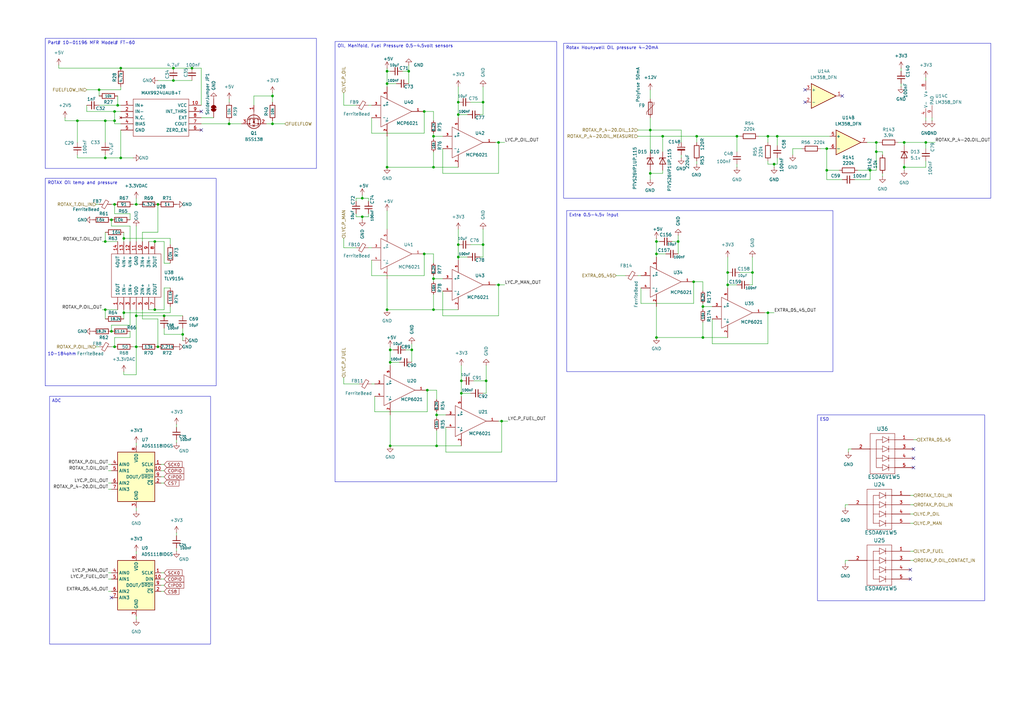
<source format=kicad_sch>
(kicad_sch
	(version 20250114)
	(generator "eeschema")
	(generator_version "9.0")
	(uuid "f341acca-ebe1-4568-91d9-63e3398fa140")
	(paper "A3")
	(title_block
		(title "westfly_ems")
		(date "2025-03-12")
		(rev "0.01")
		(company "Westfly")
	)
	
	(text "10-184ohm"
		(exclude_from_sim no)
		(at 25.4 145.288 0)
		(effects
			(font
				(size 1.27 1.27)
			)
		)
		(uuid "2158fc65-6247-4f92-80cc-ff37f2172b64")
	)
	(text_box "Extra 0.5-4.5v input\n"
		(exclude_from_sim no)
		(at 232.41 86.36 0)
		(size 109.22 66.04)
		(margins 0.9525 0.9525 0.9525 0.9525)
		(stroke
			(width 0)
			(type solid)
		)
		(fill
			(type none)
		)
		(effects
			(font
				(size 1.27 1.27)
			)
			(justify left top)
		)
		(uuid "272e7ea1-0c54-4829-aac0-58ecfe9b12c7")
	)
	(text_box "ROTAX Oil temp and pressure"
		(exclude_from_sim no)
		(at 18.542 73.152 0)
		(size 70.104 85.09)
		(margins 0.9525 0.9525 0.9525 0.9525)
		(stroke
			(width 0)
			(type default)
		)
		(fill
			(type none)
		)
		(effects
			(font
				(size 1.27 1.27)
			)
			(justify left top)
		)
		(uuid "4c0dd940-7336-4534-a284-42a7b96ec00b")
	)
	(text_box "Rotax Hounywell OIL pressure 4-20mA"
		(exclude_from_sim no)
		(at 231.14 17.78 0)
		(size 175.26 63.5)
		(margins 0.9525 0.9525 0.9525 0.9525)
		(stroke
			(width 0)
			(type solid)
		)
		(fill
			(type none)
		)
		(effects
			(font
				(size 1.27 1.27)
			)
			(justify left top)
		)
		(uuid "707ef3ac-ec37-4502-917b-53d1acb05b39")
	)
	(text_box "ADC"
		(exclude_from_sim no)
		(at 20.32 162.56 0)
		(size 66.04 101.6)
		(margins 0.9525 0.9525 0.9525 0.9525)
		(stroke
			(width 0)
			(type solid)
		)
		(fill
			(type none)
		)
		(effects
			(font
				(size 1.27 1.27)
			)
			(justify left top)
		)
		(uuid "819197f3-3844-4eb0-982f-59683b21c942")
	)
	(text_box "ESD"
		(exclude_from_sim no)
		(at 335.28 170.18 0)
		(size 68.58 76.2)
		(margins 0.9525 0.9525 0.9525 0.9525)
		(stroke
			(width 0)
			(type solid)
		)
		(fill
			(type none)
		)
		(effects
			(font
				(size 1.27 1.27)
			)
			(justify left top)
		)
		(uuid "8d2b5e6e-d788-4d5b-a479-ab87857eef9c")
	)
	(text_box "Oil, Manifold, Fuel Pressure 0.5-4.5volt sensors\n"
		(exclude_from_sim no)
		(at 137.414 17.018 0)
		(size 90.932 180.594)
		(margins 0.9525 0.9525 0.9525 0.9525)
		(stroke
			(width 0)
			(type solid)
		)
		(fill
			(type none)
		)
		(effects
			(font
				(size 1.27 1.27)
			)
			(justify left top)
		)
		(uuid "af21099d-6e06-425a-bb65-d182aeaf93f0")
	)
	(text_box "Part# 10-01196 MFR Model# FT-60"
		(exclude_from_sim no)
		(at 18.542 15.748 0)
		(size 111.252 53.34)
		(margins 0.9525 0.9525 0.9525 0.9525)
		(stroke
			(width 0)
			(type default)
		)
		(fill
			(type none)
		)
		(effects
			(font
				(size 1.27 1.27)
			)
			(justify left top)
		)
		(uuid "d5b86d8b-6319-4c19-a571-e32e5b4c51be")
	)
	(junction
		(at 63.5 99.06)
		(diameter 0)
		(color 0 0 0 0)
		(uuid "03891e6b-3fa0-4767-8d29-51362e09a092")
	)
	(junction
		(at 189.23 156.21)
		(diameter 0)
		(color 0 0 0 0)
		(uuid "0764b4ff-0016-49ff-85f4-6506eb0eabc3")
	)
	(junction
		(at 379.73 58.42)
		(diameter 0)
		(color 0 0 0 0)
		(uuid "0dbbdcd8-f568-4b7f-be4d-55aaeb097889")
	)
	(junction
		(at 160.02 143.51)
		(diameter 0)
		(color 0 0 0 0)
		(uuid "0f31b8a1-e5b6-40e8-b6e2-e5cea0073efb")
	)
	(junction
		(at 198.12 41.91)
		(diameter 0)
		(color 0 0 0 0)
		(uuid "10d80c07-c5ad-495a-8c03-91d599773b96")
	)
	(junction
		(at 204.47 58.42)
		(diameter 0)
		(color 0 0 0 0)
		(uuid "110dc7a0-e046-44dc-a2dc-69c826752ca5")
	)
	(junction
		(at 288.29 125.73)
		(diameter 0)
		(color 0 0 0 0)
		(uuid "1161c9ac-a227-4dbe-84c1-3417b9a98b06")
	)
	(junction
		(at 46.99 49.53)
		(diameter 0)
		(color 0 0 0 0)
		(uuid "1405b069-f4fa-4228-a9f6-331068afde60")
	)
	(junction
		(at 167.64 29.21)
		(diameter 0)
		(color 0 0 0 0)
		(uuid "19f3ce3c-138a-41b8-a1ee-fa686358a57e")
	)
	(junction
		(at 31.75 49.53)
		(diameter 0)
		(color 0 0 0 0)
		(uuid "1eadd75b-e030-4216-9529-4053257bb2c7")
	)
	(junction
		(at 199.39 156.21)
		(diameter 0)
		(color 0 0 0 0)
		(uuid "202eab18-8c3a-43d8-af4e-3fc6c0997356")
	)
	(junction
		(at 339.09 69.85)
		(diameter 0)
		(color 0 0 0 0)
		(uuid "20aec7fd-b55b-4def-997f-bb2094ae93a1")
	)
	(junction
		(at 43.18 127)
		(diameter 0)
		(color 0 0 0 0)
		(uuid "212400da-cb4d-4830-8fba-7e2ac81f893a")
	)
	(junction
		(at 298.45 111.76)
		(diameter 0)
		(color 0 0 0 0)
		(uuid "22bfac0c-6ba8-463a-a6d2-1b8733836cbf")
	)
	(junction
		(at 187.96 46.99)
		(diameter 0)
		(color 0 0 0 0)
		(uuid "251124f4-3da1-43ff-a5f6-3bc4cb59bbfc")
	)
	(junction
		(at 266.7 71.12)
		(diameter 0)
		(color 0 0 0 0)
		(uuid "295b62eb-b670-4bf9-8ce3-5a14354f2bf9")
	)
	(junction
		(at 314.96 128.27)
		(diameter 0)
		(color 0 0 0 0)
		(uuid "308009bf-de9e-460e-b0ab-0b991b0406d7")
	)
	(junction
		(at 339.09 60.96)
		(diameter 0)
		(color 0 0 0 0)
		(uuid "308a94be-8d5d-47cb-9042-5a0d60851f49")
	)
	(junction
		(at 189.23 161.29)
		(diameter 0)
		(color 0 0 0 0)
		(uuid "326bff21-825c-41a4-b0c6-ad68cf024cde")
	)
	(junction
		(at 317.5 67.31)
		(diameter 0)
		(color 0 0 0 0)
		(uuid "3647434b-dab5-48bb-b709-368ae0272521")
	)
	(junction
		(at 67.31 129.54)
		(diameter 0)
		(color 0 0 0 0)
		(uuid "38751869-364e-44c6-997a-243b73aad832")
	)
	(junction
		(at 370.84 68.58)
		(diameter 0)
		(color 0 0 0 0)
		(uuid "39af2fae-7e59-46d9-a823-50b5da1a69a4")
	)
	(junction
		(at 64.77 83.82)
		(diameter 0)
		(color 0 0 0 0)
		(uuid "47806efd-53c3-48ea-aa8e-c7ba2fb45fb3")
	)
	(junction
		(at 46.99 83.82)
		(diameter 0)
		(color 0 0 0 0)
		(uuid "48c78210-7881-4106-9af3-372df2e14eeb")
	)
	(junction
		(at 55.88 83.82)
		(diameter 0)
		(color 0 0 0 0)
		(uuid "48e2ee6b-4232-49e9-89a2-9265e46bf578")
	)
	(junction
		(at 158.75 29.21)
		(diameter 0)
		(color 0 0 0 0)
		(uuid "497fceb3-5df5-4353-922b-efebaf586c09")
	)
	(junction
		(at 50.8 97.79)
		(diameter 0)
		(color 0 0 0 0)
		(uuid "4b6fecff-eb55-4f87-8b1b-c766ac85dc36")
	)
	(junction
		(at 78.74 27.94)
		(diameter 0)
		(color 0 0 0 0)
		(uuid "4bf54214-bb51-49b7-a2b5-bfe1dc9f7dcf")
	)
	(junction
		(at 168.91 143.51)
		(diameter 0)
		(color 0 0 0 0)
		(uuid "4ebaa45c-907e-4b2b-a470-5a42d2a05868")
	)
	(junction
		(at 93.98 50.8)
		(diameter 0)
		(color 0 0 0 0)
		(uuid "51ec303e-9a4d-4247-9295-0f5c1f6e1333")
	)
	(junction
		(at 187.96 41.91)
		(diameter 0)
		(color 0 0 0 0)
		(uuid "5230cc66-6a60-4baf-9bdd-23d5f0988a53")
	)
	(junction
		(at 40.64 36.83)
		(diameter 0)
		(color 0 0 0 0)
		(uuid "54a1e017-e47b-4cc3-9805-0c5197aae92a")
	)
	(junction
		(at 55.88 142.24)
		(diameter 0)
		(color 0 0 0 0)
		(uuid "55a61615-d9b9-4d4e-98a6-e7bfd87656c0")
	)
	(junction
		(at 55.88 129.54)
		(diameter 0)
		(color 0 0 0 0)
		(uuid "59e9ca07-f7e3-440d-bc56-4bd75a4b46f9")
	)
	(junction
		(at 302.26 55.88)
		(diameter 0)
		(color 0 0 0 0)
		(uuid "5a2a31e1-3def-4f0d-895b-2d0a30af739c")
	)
	(junction
		(at 111.76 39.37)
		(diameter 0)
		(color 0 0 0 0)
		(uuid "5cd20cfc-ca2b-44c3-beb6-30e9ee2783cb")
	)
	(junction
		(at 160.02 182.88)
		(diameter 0)
		(color 0 0 0 0)
		(uuid "5dadbb8a-a593-4e73-80d9-c3fa4e26abf7")
	)
	(junction
		(at 278.13 99.06)
		(diameter 0)
		(color 0 0 0 0)
		(uuid "61bec021-1b85-46df-93c7-1ace770b942e")
	)
	(junction
		(at 314.96 55.88)
		(diameter 0)
		(color 0 0 0 0)
		(uuid "64a31350-fc56-4163-886f-76a9a849f3eb")
	)
	(junction
		(at 204.47 116.84)
		(diameter 0)
		(color 0 0 0 0)
		(uuid "71323def-1839-4d91-9676-c98e9deb19a9")
	)
	(junction
		(at 175.26 160.02)
		(diameter 0)
		(color 0 0 0 0)
		(uuid "72a2ae53-3dbc-410a-b5ef-f352a49c4740")
	)
	(junction
		(at 158.75 34.29)
		(diameter 0)
		(color 0 0 0 0)
		(uuid "73cb0c26-5f75-4cb8-ac7c-3dbcf306e308")
	)
	(junction
		(at 179.07 170.18)
		(diameter 0)
		(color 0 0 0 0)
		(uuid "75088c55-b508-4a98-ab04-2082927e6ba3")
	)
	(junction
		(at 49.53 64.77)
		(diameter 0)
		(color 0 0 0 0)
		(uuid "7730c36f-63a0-461b-9cbc-e326618886b1")
	)
	(junction
		(at 45.72 90.17)
		(diameter 0)
		(color 0 0 0 0)
		(uuid "786ce504-fb65-48e0-8629-934a52da770c")
	)
	(junction
		(at 50.8 128.27)
		(diameter 0)
		(color 0 0 0 0)
		(uuid "7a494517-004e-40c2-995c-61e5750ccae4")
	)
	(junction
		(at 177.8 114.3)
		(diameter 0)
		(color 0 0 0 0)
		(uuid "7f8b166f-f36e-4b3a-bdab-3b634c9151a8")
	)
	(junction
		(at 266.7 53.34)
		(diameter 0)
		(color 0 0 0 0)
		(uuid "82c4f360-abc1-499e-a3ec-662154962b73")
	)
	(junction
		(at 269.24 99.06)
		(diameter 0)
		(color 0 0 0 0)
		(uuid "8d508fb9-e194-4bd9-b0e6-183f87929bdf")
	)
	(junction
		(at 148.59 88.9)
		(diameter 0)
		(color 0 0 0 0)
		(uuid "8e1e87ca-8040-4b3f-b9d5-c388ab443f3f")
	)
	(junction
		(at 43.18 64.77)
		(diameter 0)
		(color 0 0 0 0)
		(uuid "8fce3a6c-2270-4f0e-a2c8-4c273d712ea0")
	)
	(junction
		(at 46.99 142.24)
		(diameter 0)
		(color 0 0 0 0)
		(uuid "9477ec2e-6a8d-43ba-82a8-39fc4c549299")
	)
	(junction
		(at 173.99 45.72)
		(diameter 0)
		(color 0 0 0 0)
		(uuid "94cb6fc1-8770-45d1-8e00-cd2bd7df75e1")
	)
	(junction
		(at 64.77 142.24)
		(diameter 0)
		(color 0 0 0 0)
		(uuid "994a1fc7-8862-4d32-9704-7ecf0db6b0ff")
	)
	(junction
		(at 45.72 135.89)
		(diameter 0)
		(color 0 0 0 0)
		(uuid "997e61e2-3532-4d3b-bff4-83dc3dfb8919")
	)
	(junction
		(at 308.61 111.76)
		(diameter 0)
		(color 0 0 0 0)
		(uuid "99a4360b-6d3c-420e-99b9-ef0685063e31")
	)
	(junction
		(at 298.45 116.84)
		(diameter 0)
		(color 0 0 0 0)
		(uuid "9bf736de-a6c8-4175-87a6-16d963d12633")
	)
	(junction
		(at 356.87 69.85)
		(diameter 0)
		(color 0 0 0 0)
		(uuid "9dcb183d-a907-4bd4-ab09-1f9de4a9c6a9")
	)
	(junction
		(at 71.12 33.02)
		(diameter 0)
		(color 0 0 0 0)
		(uuid "a0b97110-23d9-4f4f-b22d-0f181e1160b1")
	)
	(junction
		(at 43.18 49.53)
		(diameter 0)
		(color 0 0 0 0)
		(uuid "a2671217-612b-4137-bdd4-a61c6c59825e")
	)
	(junction
		(at 160.02 148.59)
		(diameter 0)
		(color 0 0 0 0)
		(uuid "a60ff694-737d-4472-b06d-d86263db24f9")
	)
	(junction
		(at 285.75 55.88)
		(diameter 0)
		(color 0 0 0 0)
		(uuid "a73690aa-014c-4683-ab94-8ca549f609eb")
	)
	(junction
		(at 48.26 43.18)
		(diameter 0)
		(color 0 0 0 0)
		(uuid "a7c28bd2-7c0d-4a2a-8bf3-d7d306301b53")
	)
	(junction
		(at 158.75 68.58)
		(diameter 0)
		(color 0 0 0 0)
		(uuid "a97b388e-62da-4d4d-9a87-b552630dafa8")
	)
	(junction
		(at 177.8 68.58)
		(diameter 0)
		(color 0 0 0 0)
		(uuid "a9f0391b-0e73-4fcd-a2a8-69bf9008afee")
	)
	(junction
		(at 63.5 127)
		(diameter 0)
		(color 0 0 0 0)
		(uuid "abaf8090-36c6-4d41-b3a3-9e96a9a1d19e")
	)
	(junction
		(at 187.96 100.33)
		(diameter 0)
		(color 0 0 0 0)
		(uuid "ac86b07a-06d5-4f7c-9d20-a096ecb26a3b")
	)
	(junction
		(at 173.99 104.14)
		(diameter 0)
		(color 0 0 0 0)
		(uuid "ad0e72ee-54b9-44ed-86e1-0acc074666b0")
	)
	(junction
		(at 359.41 62.23)
		(diameter 0)
		(color 0 0 0 0)
		(uuid "b3bd8f77-b5e6-4ce6-8932-bfbd725df160")
	)
	(junction
		(at 205.74 172.72)
		(diameter 0)
		(color 0 0 0 0)
		(uuid "b3ffc4a7-dbbf-4587-a9d4-afb54df29e10")
	)
	(junction
		(at 271.78 55.88)
		(diameter 0)
		(color 0 0 0 0)
		(uuid "b987c1c7-8358-46cd-99ee-f674f6b35238")
	)
	(junction
		(at 177.8 55.88)
		(diameter 0)
		(color 0 0 0 0)
		(uuid "b9efc7e8-7a53-45fe-92d9-d76a90c9aa51")
	)
	(junction
		(at 269.24 138.43)
		(diameter 0)
		(color 0 0 0 0)
		(uuid "bba9d4e7-a6a1-4850-b81f-6e8e2a5593b6")
	)
	(junction
		(at 318.77 55.88)
		(diameter 0)
		(color 0 0 0 0)
		(uuid "be126014-0691-441a-975a-e0bb2be9bd07")
	)
	(junction
		(at 74.93 137.16)
		(diameter 0)
		(color 0 0 0 0)
		(uuid "c6a41a9b-e4d9-42b4-832d-29fbbae86ceb")
	)
	(junction
		(at 148.59 81.28)
		(diameter 0)
		(color 0 0 0 0)
		(uuid "c7156499-e388-467f-aaf5-86773977f07e")
	)
	(junction
		(at 43.18 99.06)
		(diameter 0)
		(color 0 0 0 0)
		(uuid "c756d356-6fd7-49dd-805a-10472ee584fc")
	)
	(junction
		(at 288.29 138.43)
		(diameter 0)
		(color 0 0 0 0)
		(uuid "c9250331-974f-423d-bc34-fa65ca3ff72a")
	)
	(junction
		(at 269.24 104.14)
		(diameter 0)
		(color 0 0 0 0)
		(uuid "cd8f763f-ea29-44e8-bbbf-06e940540b1c")
	)
	(junction
		(at 187.96 105.41)
		(diameter 0)
		(color 0 0 0 0)
		(uuid "d3626df5-1ea5-4522-aa7f-e2dcbe228418")
	)
	(junction
		(at 370.84 58.42)
		(diameter 0)
		(color 0 0 0 0)
		(uuid "d5f2d251-b526-4f39-8a5e-679e9eddf765")
	)
	(junction
		(at 284.48 115.57)
		(diameter 0)
		(color 0 0 0 0)
		(uuid "db18a923-7701-4d7e-89d9-291de4f38664")
	)
	(junction
		(at 158.75 127)
		(diameter 0)
		(color 0 0 0 0)
		(uuid "dd1b8053-958b-44c1-bad8-1b5d3fc762db")
	)
	(junction
		(at 111.76 50.8)
		(diameter 0)
		(color 0 0 0 0)
		(uuid "dff6f81c-d8c5-4ab9-9c4b-937d295e96a5")
	)
	(junction
		(at 46.99 45.72)
		(diameter 0)
		(color 0 0 0 0)
		(uuid "e1f90a1e-55dd-485a-b35e-b8d4211aa29a")
	)
	(junction
		(at 198.12 100.33)
		(diameter 0)
		(color 0 0 0 0)
		(uuid "e6cb38d1-d7dc-4c2d-94bc-bbf39a7ae1a6")
	)
	(junction
		(at 359.41 58.42)
		(diameter 0)
		(color 0 0 0 0)
		(uuid "e9bbbdbb-3f14-44f7-8b2e-5c5a648a53e0")
	)
	(junction
		(at 49.53 27.94)
		(diameter 0)
		(color 0 0 0 0)
		(uuid "ea06f214-df8c-43fc-b9ca-1bc8f9b34510")
	)
	(junction
		(at 71.12 27.94)
		(diameter 0)
		(color 0 0 0 0)
		(uuid "ee4cc8f7-6d11-4f82-adee-8d90fa3de225")
	)
	(junction
		(at 177.8 127)
		(diameter 0)
		(color 0 0 0 0)
		(uuid "f77f4293-1657-41eb-8bdc-8e12ecfbea41")
	)
	(junction
		(at 179.07 182.88)
		(diameter 0)
		(color 0 0 0 0)
		(uuid "f92f778b-12f2-4494-9fde-c98ca284183a")
	)
	(no_connect
		(at 330.2 41.91)
		(uuid "09e32bed-50c4-45fb-8fc9-faf55a85a098")
	)
	(no_connect
		(at 82.55 45.72)
		(uuid "26283e4b-d9d3-48af-a281-d9b8b0630fb0")
	)
	(no_connect
		(at 373.38 233.68)
		(uuid "3ec77356-2348-4af2-b3d8-6de749c8a0cb")
	)
	(no_connect
		(at 374.65 187.96)
		(uuid "68995b28-d72e-4a81-91be-c29918e51705")
	)
	(no_connect
		(at 374.65 184.15)
		(uuid "85b2e7a0-b95d-486a-b35a-f2b0eab9a777")
	)
	(no_connect
		(at 82.55 53.34)
		(uuid "a7ea313c-ea73-4822-a7b5-4c37b30ff6e0")
	)
	(no_connect
		(at 45.72 245.11)
		(uuid "b42121ce-3e82-47ac-a2c4-364804999e07")
	)
	(no_connect
		(at 330.2 36.83)
		(uuid "be4d12f6-d45e-478c-a3e5-a7298cb6577b")
	)
	(no_connect
		(at 345.44 39.37)
		(uuid "da25f347-b804-4636-aa75-6a93f65514ec")
	)
	(no_connect
		(at 374.65 191.77)
		(uuid "dbc6ba03-b415-4082-b3f6-3f02b87c8211")
	)
	(no_connect
		(at 373.38 237.49)
		(uuid "e356b86a-2072-4bcb-9646-e416c67b64ac")
	)
	(wire
		(pts
			(xy 71.12 33.02) (xy 78.74 33.02)
		)
		(stroke
			(width 0)
			(type default)
		)
		(uuid "00050c69-075a-4d7b-bf22-b97020da9526")
	)
	(wire
		(pts
			(xy 308.61 105.41) (xy 308.61 111.76)
		)
		(stroke
			(width 0)
			(type default)
		)
		(uuid "005532af-c1a7-42f0-ad70-a12441a48e91")
	)
	(wire
		(pts
			(xy 46.99 50.8) (xy 49.53 50.8)
		)
		(stroke
			(width 0)
			(type default)
		)
		(uuid "009d5f7a-0613-4494-910b-6febc6623d88")
	)
	(wire
		(pts
			(xy 67.31 129.54) (xy 55.88 129.54)
		)
		(stroke
			(width 0)
			(type default)
		)
		(uuid "00cd26b4-9b64-4588-aaee-8ced71403a0c")
	)
	(wire
		(pts
			(xy 347.98 185.42) (xy 347.98 184.15)
		)
		(stroke
			(width 0)
			(type default)
		)
		(uuid "023ef985-9775-4dfd-b61d-883c507c9e66")
	)
	(wire
		(pts
			(xy 168.91 143.51) (xy 168.91 148.59)
		)
		(stroke
			(width 0)
			(type default)
		)
		(uuid "02468c30-89a7-44fe-8e23-f1a9acfaa6ff")
	)
	(wire
		(pts
			(xy 271.78 55.88) (xy 271.78 62.23)
		)
		(stroke
			(width 0)
			(type default)
		)
		(uuid "030b0bbf-340e-410f-9520-f51b27b6506a")
	)
	(wire
		(pts
			(xy 148.59 81.28) (xy 148.59 80.01)
		)
		(stroke
			(width 0)
			(type default)
		)
		(uuid "0346f9b2-261e-4190-9e62-461bf765bea7")
	)
	(wire
		(pts
			(xy 187.96 68.58) (xy 177.8 68.58)
		)
		(stroke
			(width 0)
			(type default)
		)
		(uuid "03b4377e-869e-47d3-a565-cd842eec6306")
	)
	(wire
		(pts
			(xy 158.75 29.21) (xy 158.75 34.29)
		)
		(stroke
			(width 0)
			(type default)
		)
		(uuid "04f1ca28-ed52-4bb5-83ac-eb806275a7b8")
	)
	(wire
		(pts
			(xy 55.88 99.06) (xy 55.88 92.71)
		)
		(stroke
			(width 0)
			(type default)
		)
		(uuid "051cbdae-325c-4682-80f9-ac8788ded968")
	)
	(wire
		(pts
			(xy 204.47 71.12) (xy 181.61 71.12)
		)
		(stroke
			(width 0)
			(type default)
		)
		(uuid "058fff1c-f383-4529-9aed-b4c8fd623d60")
	)
	(wire
		(pts
			(xy 356.87 73.66) (xy 350.52 73.66)
		)
		(stroke
			(width 0)
			(type default)
		)
		(uuid "069dd5fc-41ed-4d76-ad67-05f0cbe44047")
	)
	(wire
		(pts
			(xy 205.74 185.42) (xy 182.88 185.42)
		)
		(stroke
			(width 0)
			(type default)
		)
		(uuid "077ba1c2-2695-4cb1-95d8-8d1b5281f611")
	)
	(wire
		(pts
			(xy 262.89 124.46) (xy 262.89 118.11)
		)
		(stroke
			(width 0)
			(type default)
		)
		(uuid "07f37e6e-bfb0-454f-8616-d11eee9ab27e")
	)
	(wire
		(pts
			(xy 66.04 193.04) (xy 67.31 193.04)
		)
		(stroke
			(width 0)
			(type default)
		)
		(uuid "0846fef8-68fc-44b8-b2e6-2bdd2d35f940")
	)
	(wire
		(pts
			(xy 351.79 69.85) (xy 356.87 69.85)
		)
		(stroke
			(width 0)
			(type default)
		)
		(uuid "085716c1-79eb-4843-a7ca-d4ed502ae544")
	)
	(wire
		(pts
			(xy 179.07 163.83) (xy 179.07 160.02)
		)
		(stroke
			(width 0)
			(type default)
		)
		(uuid "08cda9f1-350e-4b72-a4f1-5e76460c03a2")
	)
	(wire
		(pts
			(xy 43.18 130.81) (xy 43.18 127)
		)
		(stroke
			(width 0)
			(type default)
		)
		(uuid "093c1f20-4e6c-40e0-905e-e4834b29affb")
	)
	(wire
		(pts
			(xy 266.7 71.12) (xy 266.7 73.66)
		)
		(stroke
			(width 0)
			(type default)
		)
		(uuid "0960a0f7-c29b-421f-a562-8298ddd2dc2c")
	)
	(wire
		(pts
			(xy 146.05 82.55) (xy 146.05 81.28)
		)
		(stroke
			(width 0)
			(type default)
		)
		(uuid "0962c57a-05fe-4573-b53d-c0a8b47b9e44")
	)
	(wire
		(pts
			(xy 50.8 130.81) (xy 50.8 128.27)
		)
		(stroke
			(width 0)
			(type default)
		)
		(uuid "0a17eae9-a230-4110-a6e3-05b4ea2431da")
	)
	(wire
		(pts
			(xy 55.88 226.06) (xy 55.88 227.33)
		)
		(stroke
			(width 0)
			(type default)
		)
		(uuid "0ba466b9-2904-4b07-986d-cfd556e69d67")
	)
	(wire
		(pts
			(xy 148.59 88.9) (xy 148.59 90.17)
		)
		(stroke
			(width 0)
			(type default)
		)
		(uuid "0c24fa4f-fda8-41b3-8389-85303d65c5c7")
	)
	(wire
		(pts
			(xy 279.4 63.5) (xy 279.4 64.77)
		)
		(stroke
			(width 0)
			(type default)
		)
		(uuid "0d9043c4-0eb0-4d71-a23a-6e0174ee40a5")
	)
	(wire
		(pts
			(xy 93.98 50.8) (xy 99.06 50.8)
		)
		(stroke
			(width 0)
			(type default)
		)
		(uuid "0dc2b8a1-c796-4a29-8965-a12e2ee62149")
	)
	(wire
		(pts
			(xy 140.97 38.1) (xy 140.97 43.18)
		)
		(stroke
			(width 0)
			(type default)
		)
		(uuid "0e797260-7e02-4859-a8ac-fc1698f77226")
	)
	(wire
		(pts
			(xy 46.99 49.53) (xy 46.99 50.8)
		)
		(stroke
			(width 0)
			(type default)
		)
		(uuid "0f99ef35-2c21-4ac5-919e-74e2cb3e73cc")
	)
	(wire
		(pts
			(xy 64.77 83.82) (xy 64.77 95.25)
		)
		(stroke
			(width 0)
			(type default)
		)
		(uuid "0fae950c-2c81-424f-a1ef-cb93c9ffb026")
	)
	(wire
		(pts
			(xy 43.18 49.53) (xy 43.18 58.42)
		)
		(stroke
			(width 0)
			(type default)
		)
		(uuid "1045dc09-42af-4b92-970b-9c97091b482b")
	)
	(wire
		(pts
			(xy 270.51 99.06) (xy 269.24 99.06)
		)
		(stroke
			(width 0)
			(type default)
		)
		(uuid "10924060-d94b-4c59-a042-097eb7f8caa7")
	)
	(wire
		(pts
			(xy 205.74 172.72) (xy 204.47 172.72)
		)
		(stroke
			(width 0)
			(type default)
		)
		(uuid "11a996bd-26ad-4290-aa9d-1184de0dc302")
	)
	(wire
		(pts
			(xy 336.55 60.96) (xy 339.09 60.96)
		)
		(stroke
			(width 0)
			(type default)
		)
		(uuid "11be8ced-1a70-438a-8c47-bab555102eb9")
	)
	(wire
		(pts
			(xy 111.76 50.8) (xy 111.76 49.53)
		)
		(stroke
			(width 0)
			(type default)
		)
		(uuid "12166ece-c9ca-40b8-ac55-69ed3d7ec305")
	)
	(wire
		(pts
			(xy 140.97 43.18) (xy 146.05 43.18)
		)
		(stroke
			(width 0)
			(type default)
		)
		(uuid "13049ac5-f2f1-4a19-8ebc-839ac362c85b")
	)
	(wire
		(pts
			(xy 302.26 116.84) (xy 298.45 116.84)
		)
		(stroke
			(width 0)
			(type default)
		)
		(uuid "1309b1f5-8dab-421d-a4ba-8cc88c605fe4")
	)
	(wire
		(pts
			(xy 339.09 60.96) (xy 339.09 69.85)
		)
		(stroke
			(width 0)
			(type default)
		)
		(uuid "13a0e4c9-27f3-4013-9f86-0ff88114fe5a")
	)
	(wire
		(pts
			(xy 191.77 46.99) (xy 187.96 46.99)
		)
		(stroke
			(width 0)
			(type default)
		)
		(uuid "15a5d050-74b5-493f-873e-98261f72dc01")
	)
	(wire
		(pts
			(xy 179.07 182.88) (xy 160.02 182.88)
		)
		(stroke
			(width 0)
			(type default)
		)
		(uuid "1636f70b-c75b-43e9-a1a7-32245f504797")
	)
	(wire
		(pts
			(xy 40.64 36.83) (xy 40.64 39.37)
		)
		(stroke
			(width 0)
			(type default)
		)
		(uuid "16bdb1ab-f038-4235-a26e-beda08632755")
	)
	(wire
		(pts
			(xy 379.73 31.75) (xy 379.73 33.02)
		)
		(stroke
			(width 0)
			(type default)
		)
		(uuid "1717f23d-3cf4-4edb-95f0-7a6b32e6610e")
	)
	(wire
		(pts
			(xy 271.78 55.88) (xy 261.62 55.88)
		)
		(stroke
			(width 0)
			(type default)
		)
		(uuid "1763cfaf-e89e-44ab-a86b-908629092bf3")
	)
	(wire
		(pts
			(xy 43.18 99.06) (xy 48.26 99.06)
		)
		(stroke
			(width 0)
			(type default)
		)
		(uuid "17c38a17-d389-42b1-b3ba-e8b0d1bf2802")
	)
	(wire
		(pts
			(xy 288.29 127) (xy 288.29 125.73)
		)
		(stroke
			(width 0)
			(type default)
		)
		(uuid "185cc838-abc8-4a73-b292-8d14eeb274dd")
	)
	(wire
		(pts
			(xy 46.99 138.43) (xy 53.34 138.43)
		)
		(stroke
			(width 0)
			(type default)
		)
		(uuid "18c877c0-9b80-4866-9c02-dbea27c95797")
	)
	(wire
		(pts
			(xy 26.67 48.26) (xy 26.67 49.53)
		)
		(stroke
			(width 0)
			(type default)
		)
		(uuid "19550b17-cd4d-4f9c-bdd8-6bc15b7b0321")
	)
	(wire
		(pts
			(xy 266.7 53.34) (xy 279.4 53.34)
		)
		(stroke
			(width 0)
			(type default)
		)
		(uuid "19a45088-113e-495b-ac28-6fd38f8c4c58")
	)
	(wire
		(pts
			(xy 252.73 113.03) (xy 256.54 113.03)
		)
		(stroke
			(width 0)
			(type default)
		)
		(uuid "1bdc24e0-7953-4dbc-8451-6000a8d91284")
	)
	(wire
		(pts
			(xy 50.8 95.25) (xy 50.8 97.79)
		)
		(stroke
			(width 0)
			(type default)
		)
		(uuid "1c521d53-0b3e-4f4a-8708-f50f4ae6c91c")
	)
	(wire
		(pts
			(xy 78.74 27.94) (xy 71.12 27.94)
		)
		(stroke
			(width 0)
			(type default)
		)
		(uuid "1c9c413c-32d3-4d55-b454-24a32eae57c6")
	)
	(wire
		(pts
			(xy 39.37 142.24) (xy 40.64 142.24)
		)
		(stroke
			(width 0)
			(type default)
		)
		(uuid "1ca62614-7071-4fc0-8d48-f28e3fdea463")
	)
	(wire
		(pts
			(xy 177.8 57.15) (xy 177.8 55.88)
		)
		(stroke
			(width 0)
			(type default)
		)
		(uuid "1cbf4252-677b-4240-b7c7-08ae730e0c53")
	)
	(wire
		(pts
			(xy 66.04 240.03) (xy 67.31 240.03)
		)
		(stroke
			(width 0)
			(type default)
		)
		(uuid "1d671dee-751c-42d8-bef5-9d1e64ba19c2")
	)
	(wire
		(pts
			(xy 55.88 83.82) (xy 57.15 83.82)
		)
		(stroke
			(width 0)
			(type default)
		)
		(uuid "1e032cfb-6187-4663-8d61-b3b2052048d8")
	)
	(wire
		(pts
			(xy 181.61 114.3) (xy 177.8 114.3)
		)
		(stroke
			(width 0)
			(type default)
		)
		(uuid "1e499524-1f79-4b8a-a638-ac8cbeb62ebb")
	)
	(wire
		(pts
			(xy 55.88 252.73) (xy 55.88 254)
		)
		(stroke
			(width 0)
			(type default)
		)
		(uuid "1eb05815-24b7-46c6-8ecb-bf8fffa02649")
	)
	(wire
		(pts
			(xy 69.85 128.27) (xy 50.8 128.27)
		)
		(stroke
			(width 0)
			(type default)
		)
		(uuid "1efc7b42-92e0-4041-9eb7-95ff1f9f2b06")
	)
	(wire
		(pts
			(xy 53.34 99.06) (xy 53.34 92.71)
		)
		(stroke
			(width 0)
			(type default)
		)
		(uuid "2053ca52-b4c0-4265-b41a-c280930c4bb1")
	)
	(wire
		(pts
			(xy 35.56 36.83) (xy 40.64 36.83)
		)
		(stroke
			(width 0)
			(type default)
		)
		(uuid "2096f759-2c04-44dd-a887-9378e589e2ef")
	)
	(wire
		(pts
			(xy 43.18 49.53) (xy 46.99 49.53)
		)
		(stroke
			(width 0)
			(type default)
		)
		(uuid "21690e96-8657-4dbf-8a47-b3c9d6f9ab7f")
	)
	(wire
		(pts
			(xy 175.26 168.91) (xy 153.67 168.91)
		)
		(stroke
			(width 0)
			(type default)
		)
		(uuid "217f897e-7f36-4791-9d70-e1bc87f9c0b4")
	)
	(wire
		(pts
			(xy 146.05 88.9) (xy 148.59 88.9)
		)
		(stroke
			(width 0)
			(type default)
		)
		(uuid "218a188b-aa8c-425d-b352-135577aec39e")
	)
	(wire
		(pts
			(xy 198.12 41.91) (xy 198.12 46.99)
		)
		(stroke
			(width 0)
			(type default)
		)
		(uuid "2578f88a-bbca-4824-84f0-3ca4ca321104")
	)
	(wire
		(pts
			(xy 308.61 111.76) (xy 303.53 111.76)
		)
		(stroke
			(width 0)
			(type default)
		)
		(uuid "2663dda2-24be-4ca9-bca9-57e3b9284ed2")
	)
	(wire
		(pts
			(xy 359.41 58.42) (xy 355.6 58.42)
		)
		(stroke
			(width 0)
			(type default)
		)
		(uuid "27532bec-d878-4468-9f61-4b1c5f90ad8e")
	)
	(wire
		(pts
			(xy 167.64 26.67) (xy 167.64 29.21)
		)
		(stroke
			(width 0)
			(type default)
		)
		(uuid "28239e1f-58df-4655-ad62-fc66edabdd61")
	)
	(wire
		(pts
			(xy 31.75 49.53) (xy 43.18 49.53)
		)
		(stroke
			(width 0)
			(type default)
		)
		(uuid "28d9bfd6-730c-44c9-940e-7154294f6cf1")
	)
	(wire
		(pts
			(xy 50.8 153.67) (xy 50.8 152.4)
		)
		(stroke
			(width 0)
			(type default)
		)
		(uuid "28e7e0bd-0f7f-43c9-8311-f39f9ba80f19")
	)
	(wire
		(pts
			(xy 67.31 127) (xy 67.31 118.11)
		)
		(stroke
			(width 0)
			(type default)
		)
		(uuid "28facbd3-7d35-408d-8182-ab059bcd5fd0")
	)
	(wire
		(pts
			(xy 43.18 64.77) (xy 49.53 64.77)
		)
		(stroke
			(width 0)
			(type default)
		)
		(uuid "2aac74be-36f2-4c53-95c1-6976cb648e22")
	)
	(wire
		(pts
			(xy 161.29 143.51) (xy 160.02 143.51)
		)
		(stroke
			(width 0)
			(type default)
		)
		(uuid "2bcf7020-13d3-4907-8ab5-59edbc1d8cb8")
	)
	(wire
		(pts
			(xy 318.77 55.88) (xy 340.36 55.88)
		)
		(stroke
			(width 0)
			(type default)
		)
		(uuid "2c1992e8-50cf-48f5-a72c-0d8f908acb5c")
	)
	(wire
		(pts
			(xy 53.34 87.63) (xy 53.34 90.17)
		)
		(stroke
			(width 0)
			(type default)
		)
		(uuid "2c35265e-e07e-4088-85fc-a36f21c80ee2")
	)
	(wire
		(pts
			(xy 179.07 171.45) (xy 179.07 170.18)
		)
		(stroke
			(width 0)
			(type default)
		)
		(uuid "2dc57637-e584-40b6-8cac-6caa6512c162")
	)
	(wire
		(pts
			(xy 204.47 58.42) (xy 204.47 71.12)
		)
		(stroke
			(width 0)
			(type default)
		)
		(uuid "2ded00cf-479e-430a-8ede-d12c46b49438")
	)
	(wire
		(pts
			(xy 151.13 101.6) (xy 152.4 101.6)
		)
		(stroke
			(width 0)
			(type default)
		)
		(uuid "2ecd5017-1c57-4f2e-bae5-647958cca9c3")
	)
	(wire
		(pts
			(xy 66.04 234.95) (xy 67.31 234.95)
		)
		(stroke
			(width 0)
			(type default)
		)
		(uuid "2edf01b3-afba-4dfd-a906-5964fcd7a748")
	)
	(wire
		(pts
			(xy 198.12 100.33) (xy 193.04 100.33)
		)
		(stroke
			(width 0)
			(type default)
		)
		(uuid "2fc308b3-626b-4407-ae5d-199debbe7654")
	)
	(wire
		(pts
			(xy 58.42 127) (xy 58.42 130.81)
		)
		(stroke
			(width 0)
			(type default)
		)
		(uuid "3092ae32-0b3b-44d9-9d75-ef585d63bab6")
	)
	(wire
		(pts
			(xy 111.76 50.8) (xy 116.84 50.8)
		)
		(stroke
			(width 0)
			(type default)
		)
		(uuid "30abaf4c-59e9-4bde-8fa9-c17c5bb44fe6")
	)
	(wire
		(pts
			(xy 308.61 116.84) (xy 307.34 116.84)
		)
		(stroke
			(width 0)
			(type default)
		)
		(uuid "3192172e-b529-46b2-a49d-ca4d32038e14")
	)
	(wire
		(pts
			(xy 298.45 138.43) (xy 288.29 138.43)
		)
		(stroke
			(width 0)
			(type default)
		)
		(uuid "325120f9-7cb1-44cb-a768-387c139d1c24")
	)
	(wire
		(pts
			(xy 266.7 36.83) (xy 266.7 40.64)
		)
		(stroke
			(width 0)
			(type default)
		)
		(uuid "3265cd45-e79d-4f95-8901-111087447340")
	)
	(wire
		(pts
			(xy 325.12 63.5) (xy 325.12 60.96)
		)
		(stroke
			(width 0)
			(type default)
		)
		(uuid "33e05421-00fa-4e07-8edd-3fadd5f4e949")
	)
	(wire
		(pts
			(xy 44.45 234.95) (xy 45.72 234.95)
		)
		(stroke
			(width 0)
			(type default)
		)
		(uuid "343781dd-251e-4ea0-8b7d-431a5b9b0f33")
	)
	(wire
		(pts
			(xy 314.96 66.04) (xy 314.96 67.31)
		)
		(stroke
			(width 0)
			(type default)
		)
		(uuid "3552b250-95fe-4da8-95f8-4d35be2815b3")
	)
	(wire
		(pts
			(xy 199.39 149.86) (xy 199.39 156.21)
		)
		(stroke
			(width 0)
			(type default)
		)
		(uuid "35c1a135-0788-4a79-a933-1361db40e2b7")
	)
	(wire
		(pts
			(xy 160.02 170.18) (xy 160.02 182.88)
		)
		(stroke
			(width 0)
			(type default)
		)
		(uuid "387d2fea-4513-4420-9c10-c859bab10fb0")
	)
	(wire
		(pts
			(xy 152.4 113.03) (xy 152.4 106.68)
		)
		(stroke
			(width 0)
			(type default)
		)
		(uuid "38dd756e-ae1c-47d6-9c12-09fa36440020")
	)
	(wire
		(pts
			(xy 278.13 99.06) (xy 278.13 104.14)
		)
		(stroke
			(width 0)
			(type default)
		)
		(uuid "394552e0-02ca-4bc3-bf90-b404558365f0")
	)
	(wire
		(pts
			(xy 189.23 182.88) (xy 179.07 182.88)
		)
		(stroke
			(width 0)
			(type default)
		)
		(uuid "3accb0d8-7f6f-4390-8439-095b510ae7c8")
	)
	(wire
		(pts
			(xy 44.45 237.49) (xy 45.72 237.49)
		)
		(stroke
			(width 0)
			(type default)
		)
		(uuid "3b986623-0800-4c6d-820a-5ec54a4405c0")
	)
	(wire
		(pts
			(xy 198.12 100.33) (xy 198.12 105.41)
		)
		(stroke
			(width 0)
			(type default)
		)
		(uuid "3bd1ccf5-bb03-499c-9249-ed90f45f94a2")
	)
	(wire
		(pts
			(xy 266.7 69.85) (xy 266.7 71.12)
		)
		(stroke
			(width 0)
			(type default)
		)
		(uuid "3bd38886-4a72-4384-9d46-7a8873a1aea2")
	)
	(wire
		(pts
			(xy 187.96 100.33) (xy 187.96 105.41)
		)
		(stroke
			(width 0)
			(type default)
		)
		(uuid "3c0ba51e-1b92-433c-87f0-6d30e5ee589d")
	)
	(wire
		(pts
			(xy 269.24 125.73) (xy 269.24 138.43)
		)
		(stroke
			(width 0)
			(type default)
		)
		(uuid "3c503d6d-2bdf-4401-9fe3-fe5c2be915e4")
	)
	(wire
		(pts
			(xy 162.56 34.29) (xy 158.75 34.29)
		)
		(stroke
			(width 0)
			(type default)
		)
		(uuid "3d23506a-9b02-48af-a5f5-015c4d815d5d")
	)
	(wire
		(pts
			(xy 177.8 104.14) (xy 173.99 104.14)
		)
		(stroke
			(width 0)
			(type default)
		)
		(uuid "3e0497e6-24dd-4c56-8ef8-47d6e8f4dd33")
	)
	(wire
		(pts
			(xy 53.34 138.43) (xy 53.34 135.89)
		)
		(stroke
			(width 0)
			(type default)
		)
		(uuid "3e105a44-c3e9-4e23-8ae8-0d4febfb7659")
	)
	(wire
		(pts
			(xy 302.26 55.88) (xy 302.26 62.23)
		)
		(stroke
			(width 0)
			(type default)
		)
		(uuid "3f4a33a0-41d5-4c15-b98e-dfe1cc9d9e43")
	)
	(wire
		(pts
			(xy 175.26 160.02) (xy 175.26 168.91)
		)
		(stroke
			(width 0)
			(type default)
		)
		(uuid "40b0ba6a-60d1-4423-a445-427e0308dfb0")
	)
	(wire
		(pts
			(xy 67.31 107.95) (xy 69.85 107.95)
		)
		(stroke
			(width 0)
			(type default)
		)
		(uuid "41d7c0c0-1ac2-4df8-9ad8-033ce6a2c7f2")
	)
	(wire
		(pts
			(xy 359.41 69.85) (xy 359.41 62.23)
		)
		(stroke
			(width 0)
			(type default)
		)
		(uuid "428fd509-809e-4759-a667-c42c4fe596d6")
	)
	(wire
		(pts
			(xy 46.99 142.24) (xy 46.99 138.43)
		)
		(stroke
			(width 0)
			(type default)
		)
		(uuid "42d86143-0f5b-4061-8150-9f32d58f84d6")
	)
	(wire
		(pts
			(xy 151.13 81.28) (xy 151.13 82.55)
		)
		(stroke
			(width 0)
			(type default)
		)
		(uuid "435a0dfd-5000-4642-b0f0-f87e7acaa9d9")
	)
	(wire
		(pts
			(xy 67.31 99.06) (xy 67.31 107.95)
		)
		(stroke
			(width 0)
			(type default)
		)
		(uuid "44c04313-5151-4fbb-b50e-28847e434385")
	)
	(wire
		(pts
			(xy 44.45 190.5) (xy 45.72 190.5)
		)
		(stroke
			(width 0)
			(type default)
		)
		(uuid "455f346a-cc97-4ac1-801c-dfc16e35c4e1")
	)
	(wire
		(pts
			(xy 40.64 36.83) (xy 49.53 36.83)
		)
		(stroke
			(width 0)
			(type default)
		)
		(uuid "473f9c02-4f14-4664-9dbf-174a3dfea11c")
	)
	(wire
		(pts
			(xy 311.15 55.88) (xy 314.96 55.88)
		)
		(stroke
			(width 0)
			(type default)
		)
		(uuid "49653265-5d44-4195-bdc3-7c12d742bc7f")
	)
	(wire
		(pts
			(xy 60.96 127) (xy 63.5 127)
		)
		(stroke
			(width 0)
			(type default)
		)
		(uuid "4ca1a7b8-f8f2-4f3e-8a84-3c9e91496623")
	)
	(wire
		(pts
			(xy 109.22 50.8) (xy 111.76 50.8)
		)
		(stroke
			(width 0)
			(type default)
		)
		(uuid "4d781007-9d2b-4c88-bb7f-71ce3538cc50")
	)
	(wire
		(pts
			(xy 187.96 41.91) (xy 187.96 46.99)
		)
		(stroke
			(width 0)
			(type default)
		)
		(uuid "4fa6b927-5f49-4fd7-9684-77c7a49f0c59")
	)
	(wire
		(pts
			(xy 292.1 125.73) (xy 288.29 125.73)
		)
		(stroke
			(width 0)
			(type default)
		)
		(uuid "4fef2e23-3836-484d-abfa-9523c447b5a5")
	)
	(wire
		(pts
			(xy 82.55 48.26) (xy 87.63 48.26)
		)
		(stroke
			(width 0)
			(type default)
		)
		(uuid "50c4518a-aab8-4268-8c31-2b18b12dbe5a")
	)
	(wire
		(pts
			(xy 298.45 105.41) (xy 298.45 111.76)
		)
		(stroke
			(width 0)
			(type default)
		)
		(uuid "519ecaf9-3b56-484d-9971-3a1ce8d17425")
	)
	(wire
		(pts
			(xy 177.8 127) (xy 158.75 127)
		)
		(stroke
			(width 0)
			(type default)
		)
		(uuid "52c44b49-115e-406d-bf61-80ea7670eb3a")
	)
	(wire
		(pts
			(xy 63.5 99.06) (xy 67.31 99.06)
		)
		(stroke
			(width 0)
			(type default)
		)
		(uuid "5312de03-8580-4f28-b4c9-983ad338f5ad")
	)
	(wire
		(pts
			(xy 271.78 71.12) (xy 271.78 69.85)
		)
		(stroke
			(width 0)
			(type default)
		)
		(uuid "53935763-315f-44f1-8272-97a0e78b2b0b")
	)
	(wire
		(pts
			(xy 140.97 157.48) (xy 147.32 157.48)
		)
		(stroke
			(width 0)
			(type default)
		)
		(uuid "54126825-d480-4221-984c-e0f3e0e745df")
	)
	(wire
		(pts
			(xy 278.13 96.52) (xy 278.13 99.06)
		)
		(stroke
			(width 0)
			(type default)
		)
		(uuid "54eeb992-30d8-485d-aa07-630f5e9b6094")
	)
	(wire
		(pts
			(xy 58.42 130.81) (xy 64.77 130.81)
		)
		(stroke
			(width 0)
			(type default)
		)
		(uuid "567580d5-6209-476c-9fe4-4c892b4f0cab")
	)
	(wire
		(pts
			(xy 48.26 43.18) (xy 49.53 43.18)
		)
		(stroke
			(width 0)
			(type default)
		)
		(uuid "569de46b-6554-4b93-b5de-732c0e611ce3")
	)
	(wire
		(pts
			(xy 35.56 45.72) (xy 46.99 45.72)
		)
		(stroke
			(width 0)
			(type default)
		)
		(uuid "575be514-61a9-4c43-b19f-e7b9854c744a")
	)
	(wire
		(pts
			(xy 382.27 48.26) (xy 382.27 49.53)
		)
		(stroke
			(width 0)
			(type default)
		)
		(uuid "58921091-668a-41de-93bd-b7b570c3eb4c")
	)
	(wire
		(pts
			(xy 67.31 118.11) (xy 69.85 118.11)
		)
		(stroke
			(width 0)
			(type default)
		)
		(uuid "598e1aef-6f56-4175-aecb-aea90f7a34e6")
	)
	(wire
		(pts
			(xy 46.99 83.82) (xy 46.99 87.63)
		)
		(stroke
			(width 0)
			(type default)
		)
		(uuid "599398c8-3e1c-45cd-8e5a-eb968083cc6e")
	)
	(wire
		(pts
			(xy 198.12 93.98) (xy 198.12 100.33)
		)
		(stroke
			(width 0)
			(type default)
		)
		(uuid "59d40a2b-c0fb-4caa-b1e4-2650fe6f2a54")
	)
	(wire
		(pts
			(xy 69.85 128.27) (xy 69.85 125.73)
		)
		(stroke
			(width 0)
			(type default)
		)
		(uuid "5ab672ca-c025-4e95-8239-2c974d9dcbf2")
	)
	(wire
		(pts
			(xy 158.75 86.36) (xy 158.75 93.98)
		)
		(stroke
			(width 0)
			(type default)
		)
		(uuid "5b800379-0ce1-4d6c-9273-7871ce1ef1d7")
	)
	(wire
		(pts
			(xy 173.99 113.03) (xy 152.4 113.03)
		)
		(stroke
			(width 0)
			(type default)
		)
		(uuid "5b91dd7d-cb1b-4266-9c52-45ce28190b78")
	)
	(wire
		(pts
			(xy 325.12 60.96) (xy 328.93 60.96)
		)
		(stroke
			(width 0)
			(type default)
		)
		(uuid "5c0f03c6-c56a-43ac-ad13-97a663267a17")
	)
	(wire
		(pts
			(xy 317.5 67.31) (xy 317.5 68.58)
		)
		(stroke
			(width 0)
			(type default)
		)
		(uuid "5d5b12ad-c173-4f9a-849b-ea066d69ce08")
	)
	(wire
		(pts
			(xy 266.7 71.12) (xy 271.78 71.12)
		)
		(stroke
			(width 0)
			(type default)
		)
		(uuid "5d89ea8c-36fb-4fe3-ad30-738e7fa8687a")
	)
	(wire
		(pts
			(xy 191.77 105.41) (xy 187.96 105.41)
		)
		(stroke
			(width 0)
			(type default)
		)
		(uuid "5d8ebff3-b54a-4f4b-a44d-cbd770f34d44")
	)
	(wire
		(pts
			(xy 187.96 127) (xy 177.8 127)
		)
		(stroke
			(width 0)
			(type default)
		)
		(uuid "5e2559e0-baad-483d-9bd6-d27267e36981")
	)
	(wire
		(pts
			(xy 177.8 114.3) (xy 177.8 113.03)
		)
		(stroke
			(width 0)
			(type default)
		)
		(uuid "5eb8086e-5d97-4ef8-bb5f-bd449fc1d44f")
	)
	(wire
		(pts
			(xy 317.5 67.31) (xy 318.77 67.31)
		)
		(stroke
			(width 0)
			(type default)
		)
		(uuid "6085aa28-8767-4a5c-8afd-38f4fbeb965d")
	)
	(wire
		(pts
			(xy 379.73 58.42) (xy 383.54 58.42)
		)
		(stroke
			(width 0)
			(type default)
		)
		(uuid "6169bfc2-35f4-466e-8f55-84581b367dff")
	)
	(wire
		(pts
			(xy 379.73 68.58) (xy 379.73 66.04)
		)
		(stroke
			(width 0)
			(type default)
		)
		(uuid "61e4d42e-5b64-415c-9daf-0a719f7564e5")
	)
	(wire
		(pts
			(xy 43.18 63.5) (xy 43.18 64.77)
		)
		(stroke
			(width 0)
			(type default)
		)
		(uuid "629e0bef-9541-47e5-8c8e-c24b57443ddf")
	)
	(wire
		(pts
			(xy 177.8 68.58) (xy 158.75 68.58)
		)
		(stroke
			(width 0)
			(type default)
		)
		(uuid "63c97ec2-319a-4f44-be6b-bd509cfca501")
	)
	(wire
		(pts
			(xy 54.61 83.82) (xy 55.88 83.82)
		)
		(stroke
			(width 0)
			(type default)
		)
		(uuid "63d5f7c6-c0c8-43bc-8994-5f4b3f1622db")
	)
	(wire
		(pts
			(xy 140.97 97.79) (xy 140.97 101.6)
		)
		(stroke
			(width 0)
			(type default)
		)
		(uuid "6428e902-c7c1-4a55-9997-d6e3d2d9913f")
	)
	(wire
		(pts
			(xy 273.05 104.14) (xy 269.24 104.14)
		)
		(stroke
			(width 0)
			(type default)
		)
		(uuid "65e06cb4-f184-41ec-9bf8-1a4df88790ac")
	)
	(wire
		(pts
			(xy 67.31 137.16) (xy 74.93 137.16)
		)
		(stroke
			(width 0)
			(type default)
		)
		(uuid "65f0b1ea-8679-42b4-80ea-4ec8907ab78d")
	)
	(wire
		(pts
			(xy 158.75 114.3) (xy 158.75 127)
		)
		(stroke
			(width 0)
			(type default)
		)
		(uuid "661b059b-face-4f47-9ed4-92507e5dc072")
	)
	(wire
		(pts
			(xy 189.23 156.21) (xy 189.23 161.29)
		)
		(stroke
			(width 0)
			(type default)
		)
		(uuid "670070ac-2d17-4c36-9903-91aabd60968b")
	)
	(wire
		(pts
			(xy 177.8 55.88) (xy 177.8 54.61)
		)
		(stroke
			(width 0)
			(type default)
		)
		(uuid "67d44061-1336-4c4b-866e-78c66e23464d")
	)
	(wire
		(pts
			(xy 373.38 203.2) (xy 374.65 203.2)
		)
		(stroke
			(width 0)
			(type default)
		)
		(uuid "680ab272-bbae-496d-a16a-428e87b75ebb")
	)
	(wire
		(pts
			(xy 177.8 107.95) (xy 177.8 104.14)
		)
		(stroke
			(width 0)
			(type default)
		)
		(uuid "69ffc769-a98e-4808-ac74-c0c55c841fd7")
	)
	(wire
		(pts
			(xy 284.48 115.57) (xy 284.48 124.46)
		)
		(stroke
			(width 0)
			(type default)
		)
		(uuid "6a903a73-cc77-4785-84b0-daf07959a415")
	)
	(wire
		(pts
			(xy 66.04 190.5) (xy 67.31 190.5)
		)
		(stroke
			(width 0)
			(type default)
		)
		(uuid "6b10a31a-781e-455d-baa6-d0ab769b1223")
	)
	(wire
		(pts
			(xy 314.96 128.27) (xy 313.69 128.27)
		)
		(stroke
			(width 0)
			(type default)
		)
		(uuid "6c2fccba-f604-482a-b7d4-9c16292ba88c")
	)
	(wire
		(pts
			(xy 53.34 133.35) (xy 45.72 133.35)
		)
		(stroke
			(width 0)
			(type default)
		)
		(uuid "6c60dd77-3de1-4bfd-abe2-8cca1efb0eb6")
	)
	(wire
		(pts
			(xy 165.1 29.21) (xy 167.64 29.21)
		)
		(stroke
			(width 0)
			(type default)
		)
		(uuid "6d5e0443-4046-4e14-9e22-950fe6b6f898")
	)
	(wire
		(pts
			(xy 50.8 128.27) (xy 50.8 127)
		)
		(stroke
			(width 0)
			(type default)
		)
		(uuid "6dcb1348-fbec-4f1f-a5d7-da20383be0f6")
	)
	(wire
		(pts
			(xy 279.4 53.34) (xy 279.4 58.42)
		)
		(stroke
			(width 0)
			(type default)
		)
		(uuid "6ea67c63-21e0-4843-8fda-c78df6907fba")
	)
	(wire
		(pts
			(xy 379.73 48.26) (xy 379.73 49.53)
		)
		(stroke
			(width 0)
			(type default)
		)
		(uuid "6f441ff9-8110-496d-ad51-1570f9376fb4")
	)
	(wire
		(pts
			(xy 285.75 66.04) (xy 285.75 67.31)
		)
		(stroke
			(width 0)
			(type default)
		)
		(uuid "73472636-149e-45af-a4b4-57807e787d27")
	)
	(wire
		(pts
			(xy 339.09 73.66) (xy 345.44 73.66)
		)
		(stroke
			(width 0)
			(type default)
		)
		(uuid "753502b8-2501-45e5-a2a8-c3d9f30ac376")
	)
	(wire
		(pts
			(xy 177.8 49.53) (xy 177.8 45.72)
		)
		(stroke
			(width 0)
			(type default)
		)
		(uuid "7630482f-a266-4c47-a3a5-4235685c88b6")
	)
	(wire
		(pts
			(xy 55.88 129.54) (xy 55.88 127)
		)
		(stroke
			(width 0)
			(type default)
		)
		(uuid "763eb9c6-ce26-499d-9140-767bea1e0237")
	)
	(wire
		(pts
			(xy 198.12 105.41) (xy 196.85 105.41)
		)
		(stroke
			(width 0)
			(type default)
		)
		(uuid "78300de9-7ddd-44b3-a5a2-2fc7657dbd4f")
	)
	(wire
		(pts
			(xy 359.41 62.23) (xy 359.41 58.42)
		)
		(stroke
			(width 0)
			(type default)
		)
		(uuid "789184ce-6b49-4d85-a374-b22888ba8418")
	)
	(wire
		(pts
			(xy 45.72 135.89) (xy 45.72 133.35)
		)
		(stroke
			(width 0)
			(type default)
		)
		(uuid "79d3debd-733d-43a9-9e7f-fce004674a74")
	)
	(wire
		(pts
			(xy 160.02 29.21) (xy 158.75 29.21)
		)
		(stroke
			(width 0)
			(type default)
		)
		(uuid "79dcc454-0565-4c1d-b5db-adfb883ddd08")
	)
	(wire
		(pts
			(xy 339.09 60.96) (xy 340.36 60.96)
		)
		(stroke
			(width 0)
			(type default)
		)
		(uuid "7a097e7d-f61f-438f-b870-5c25487a2f7c")
	)
	(wire
		(pts
			(xy 67.31 129.54) (xy 74.93 129.54)
		)
		(stroke
			(width 0)
			(type default)
		)
		(uuid "7a0bb4db-a8ca-42b8-8887-6707892d6c0a")
	)
	(wire
		(pts
			(xy 370.84 68.58) (xy 370.84 69.85)
		)
		(stroke
			(width 0)
			(type default)
		)
		(uuid "7a0f06b6-e2d7-447f-a16d-83ec3eed2514")
	)
	(wire
		(pts
			(xy 64.77 33.02) (xy 71.12 33.02)
		)
		(stroke
			(width 0)
			(type default)
		)
		(uuid "7a773406-7683-4700-ac2d-3cabfa9f8ebc")
	)
	(wire
		(pts
			(xy 173.99 104.14) (xy 173.99 113.03)
		)
		(stroke
			(width 0)
			(type default)
		)
		(uuid "7adb74ca-8549-4486-8251-a34c60c06870")
	)
	(wire
		(pts
			(xy 44.45 198.12) (xy 45.72 198.12)
		)
		(stroke
			(width 0)
			(type default)
		)
		(uuid "7ae934ec-6986-4481-beae-ebafd4fa723f")
	)
	(wire
		(pts
			(xy 41.91 127) (xy 43.18 127)
		)
		(stroke
			(width 0)
			(type default)
		)
		(uuid "7b2fd599-2987-4bb4-b56f-6a2e6f72bc58")
	)
	(wire
		(pts
			(xy 44.45 193.04) (xy 45.72 193.04)
		)
		(stroke
			(width 0)
			(type default)
		)
		(uuid "7b721059-5108-4bac-98d3-b4f9c2282424")
	)
	(wire
		(pts
			(xy 153.67 168.91) (xy 153.67 162.56)
		)
		(stroke
			(width 0)
			(type default)
		)
		(uuid "7b932436-b2a1-4530-ac06-8d226606d010")
	)
	(wire
		(pts
			(xy 369.57 34.29) (xy 369.57 35.56)
		)
		(stroke
			(width 0)
			(type default)
		)
		(uuid "7cf6ad76-cde8-4d3e-8cc1-7132140a14e3")
	)
	(wire
		(pts
			(xy 181.61 71.12) (xy 181.61 60.96)
		)
		(stroke
			(width 0)
			(type default)
		)
		(uuid "7d020bda-93e9-4f29-9082-1bc63bf6efee")
	)
	(wire
		(pts
			(xy 187.96 93.98) (xy 187.96 100.33)
		)
		(stroke
			(width 0)
			(type default)
		)
		(uuid "7d2260bd-68ca-4b1e-bf1f-f058b96a47e3")
	)
	(wire
		(pts
			(xy 24.13 26.67) (xy 24.13 27.94)
		)
		(stroke
			(width 0)
			(type default)
		)
		(uuid "7dedd501-c706-4611-9e34-4157956625a0")
	)
	(wire
		(pts
			(xy 198.12 46.99) (xy 196.85 46.99)
		)
		(stroke
			(width 0)
			(type default)
		)
		(uuid "7e82b381-7522-4b5c-b093-92a9996f746e")
	)
	(wire
		(pts
			(xy 285.75 55.88) (xy 302.26 55.88)
		)
		(stroke
			(width 0)
			(type default)
		)
		(uuid "7e9b96f2-38d8-4b3a-bd36-f8937ad039f0")
	)
	(wire
		(pts
			(xy 111.76 38.1) (xy 111.76 39.37)
		)
		(stroke
			(width 0)
			(type default)
		)
		(uuid "7ea74a77-72e7-4333-993f-74c33ceb02ec")
	)
	(wire
		(pts
			(xy 288.29 132.08) (xy 288.29 138.43)
		)
		(stroke
			(width 0)
			(type default)
		)
		(uuid "7eb7ae06-3576-4531-a87c-a0cdd1cc5cc5")
	)
	(wire
		(pts
			(xy 60.96 99.06) (xy 63.5 99.06)
		)
		(stroke
			(width 0)
			(type default)
		)
		(uuid "7f5c8f24-598d-4bc8-993c-e0533f138447")
	)
	(wire
		(pts
			(xy 72.39 224.79) (xy 72.39 226.06)
		)
		(stroke
			(width 0)
			(type default)
		)
		(uuid "7f609045-afb1-44ea-86cf-d7e019cc830a")
	)
	(wire
		(pts
			(xy 261.62 113.03) (xy 262.89 113.03)
		)
		(stroke
			(width 0)
			(type default)
		)
		(uuid "800dfa38-4305-41b1-8b7c-c74497ae18ee")
	)
	(wire
		(pts
			(xy 177.8 62.23) (xy 177.8 68.58)
		)
		(stroke
			(width 0)
			(type default)
		)
		(uuid "80a41e97-3784-49aa-b09b-e66989ad2b85")
	)
	(wire
		(pts
			(xy 55.88 153.67) (xy 50.8 153.67)
		)
		(stroke
			(width 0)
			(type default)
		)
		(uuid "816d7750-80d2-46e6-be87-bce31becad60")
	)
	(wire
		(pts
			(xy 207.01 116.84) (xy 204.47 116.84)
		)
		(stroke
			(width 0)
			(type default)
		)
		(uuid "827e28ee-2df9-43ee-a9a1-a296619cc1e0")
	)
	(wire
		(pts
			(xy 43.18 127) (xy 48.26 127)
		)
		(stroke
			(width 0)
			(type default)
		)
		(uuid "82b77e08-bcec-4a16-bb1e-accdd6b3da7b")
	)
	(wire
		(pts
			(xy 314.96 140.97) (xy 292.1 140.97)
		)
		(stroke
			(width 0)
			(type default)
		)
		(uuid "841b171e-dcb6-4fb7-970e-26f2b5d3ee9a")
	)
	(wire
		(pts
			(xy 204.47 116.84) (xy 203.2 116.84)
		)
		(stroke
			(width 0)
			(type default)
		)
		(uuid "8420003b-db69-4a59-b869-34ba242cddb0")
	)
	(wire
		(pts
			(xy 346.71 207.01) (xy 347.98 207.01)
		)
		(stroke
			(width 0)
			(type default)
		)
		(uuid "84f09330-27d1-4dbb-9423-7ef9220079a7")
	)
	(wire
		(pts
			(xy 166.37 143.51) (xy 168.91 143.51)
		)
		(stroke
			(width 0)
			(type default)
		)
		(uuid "87c2c73e-3791-4638-aae1-b18fa4cee805")
	)
	(wire
		(pts
			(xy 46.99 45.72) (xy 46.99 49.53)
		)
		(stroke
			(width 0)
			(type default)
		)
		(uuid "88623d71-2a20-4cad-a5da-856698933b26")
	)
	(wire
		(pts
			(xy 302.26 67.31) (xy 302.26 68.58)
		)
		(stroke
			(width 0)
			(type default)
		)
		(uuid "888662bc-0a79-4fd1-85ff-4bb7fa2526f4")
	)
	(wire
		(pts
			(xy 146.05 81.28) (xy 148.59 81.28)
		)
		(stroke
			(width 0)
			(type default)
		)
		(uuid "88995e43-b8b2-4750-885d-9c4ae66d6d28")
	)
	(wire
		(pts
			(xy 369.57 27.94) (xy 369.57 29.21)
		)
		(stroke
			(width 0)
			(type default)
		)
		(uuid "89cb1136-e82e-4a1c-a615-809ff30c8658")
	)
	(wire
		(pts
			(xy 69.85 97.79) (xy 50.8 97.79)
		)
		(stroke
			(width 0)
			(type default)
		)
		(uuid "8b4e0d5e-f317-44a0-8850-92e295a9d67c")
	)
	(wire
		(pts
			(xy 346.71 229.87) (xy 347.98 229.87)
		)
		(stroke
			(width 0)
			(type default)
		)
		(uuid "8bfeff78-21ec-41e2-b8c6-3eb03c99b353")
	)
	(wire
		(pts
			(xy 298.45 116.84) (xy 298.45 118.11)
		)
		(stroke
			(width 0)
			(type default)
		)
		(uuid "8c520ca7-0732-450c-b94f-f48b9b1b4c4b")
	)
	(wire
		(pts
			(xy 182.88 170.18) (xy 179.07 170.18)
		)
		(stroke
			(width 0)
			(type default)
		)
		(uuid "8dcd2f27-2000-40c6-9b8d-9a320e11ef9f")
	)
	(wire
		(pts
			(xy 71.12 27.94) (xy 49.53 27.94)
		)
		(stroke
			(width 0)
			(type default)
		)
		(uuid "8f2a1819-c6ae-4f75-aa49-f11abd3067fb")
	)
	(wire
		(pts
			(xy 370.84 58.42) (xy 379.73 58.42)
		)
		(stroke
			(width 0)
			(type default)
		)
		(uuid "8f75c573-2aeb-45a5-ad40-f035917b584a")
	)
	(wire
		(pts
			(xy 104.14 39.37) (xy 111.76 39.37)
		)
		(stroke
			(width 0)
			(type default)
		)
		(uuid "8fb6116f-ad5f-41ac-b725-1cadbe3bb953")
	)
	(wire
		(pts
			(xy 72.39 173.99) (xy 72.39 175.26)
		)
		(stroke
			(width 0)
			(type default)
		)
		(uuid "8ffe9161-3fa1-49b6-99bd-9f9c6bebf913")
	)
	(wire
		(pts
			(xy 182.88 185.42) (xy 182.88 175.26)
		)
		(stroke
			(width 0)
			(type default)
		)
		(uuid "900ee9cf-dfd3-4c8d-afe8-de7d6e5f79ac")
	)
	(wire
		(pts
			(xy 58.42 95.25) (xy 64.77 95.25)
		)
		(stroke
			(width 0)
			(type default)
		)
		(uuid "921f8a9b-2ffe-4e9d-a72e-0c590da0503d")
	)
	(wire
		(pts
			(xy 44.45 200.66) (xy 45.72 200.66)
		)
		(stroke
			(width 0)
			(type default)
		)
		(uuid "923ff566-0375-4731-9d20-f0d0821019c1")
	)
	(wire
		(pts
			(xy 373.38 214.63) (xy 374.65 214.63)
		)
		(stroke
			(width 0)
			(type default)
		)
		(uuid "92c563e1-686c-4f87-ae82-bc04fa357182")
	)
	(wire
		(pts
			(xy 193.04 161.29) (xy 189.23 161.29)
		)
		(stroke
			(width 0)
			(type default)
		)
		(uuid "93341f1c-71c6-49f3-8ad2-5263c90d5786")
	)
	(wire
		(pts
			(xy 318.77 55.88) (xy 318.77 59.69)
		)
		(stroke
			(width 0)
			(type default)
		)
		(uuid "94e4102d-acf5-402a-8f97-7370693a21a5")
	)
	(wire
		(pts
			(xy 361.95 71.12) (xy 361.95 72.39)
		)
		(stroke
			(width 0)
			(type default)
		)
		(uuid "98074462-9999-49b4-9e0c-96097cad0ab2")
	)
	(wire
		(pts
			(xy 152.4 54.61) (xy 152.4 48.26)
		)
		(stroke
			(width 0)
			(type default)
		)
		(uuid "9856c795-085a-46c3-b361-a6db39820c0b")
	)
	(wire
		(pts
			(xy 346.71 231.14) (xy 346.71 229.87)
		)
		(stroke
			(width 0)
			(type default)
		)
		(uuid "996dd753-b402-4af0-a156-ae0cb94928a6")
	)
	(wire
		(pts
			(xy 74.93 137.16) (xy 74.93 134.62)
		)
		(stroke
			(width 0)
			(type default)
		)
		(uuid "99f5be2f-3c96-47ef-97a3-a9ac75690357")
	)
	(wire
		(pts
			(xy 160.02 142.24) (xy 160.02 143.51)
		)
		(stroke
			(width 0)
			(type default)
		)
		(uuid "9a3733b0-979a-4334-b56e-40ac02dbdccb")
	)
	(wire
		(pts
			(xy 266.7 48.26) (xy 266.7 53.34)
		)
		(stroke
			(width 0)
			(type default)
		)
		(uuid "9ac7cd03-917a-4fcf-b6ce-0b1e44d7234e")
	)
	(wire
		(pts
			(xy 177.8 45.72) (xy 173.99 45.72)
		)
		(stroke
			(width 0)
			(type default)
		)
		(uuid "9cce0beb-e7ed-4a0f-a928-0e36fdc0bf7d")
	)
	(wire
		(pts
			(xy 373.38 207.01) (xy 374.65 207.01)
		)
		(stroke
			(width 0)
			(type default)
		)
		(uuid "9eccb0bc-3357-44ae-873b-6dc29b838f6b")
	)
	(wire
		(pts
			(xy 158.75 34.29) (xy 158.75 35.56)
		)
		(stroke
			(width 0)
			(type default)
		)
		(uuid "9f26130e-2d5b-49da-8074-7d8f974a0d17")
	)
	(wire
		(pts
			(xy 266.7 53.34) (xy 261.62 53.34)
		)
		(stroke
			(width 0)
			(type default)
		)
		(uuid "9f35bd7a-ed0e-4dfc-ba5b-ab4ad45f38da")
	)
	(wire
		(pts
			(xy 339.09 69.85) (xy 339.09 73.66)
		)
		(stroke
			(width 0)
			(type default)
		)
		(uuid "a28216a6-770d-449b-949d-af8501863cb3")
	)
	(wire
		(pts
			(xy 31.75 64.77) (xy 43.18 64.77)
		)
		(stroke
			(width 0)
			(type default)
		)
		(uuid "a2ee1dbe-3fb9-4198-9c97-6f4b5a1bb4d1")
	)
	(wire
		(pts
			(xy 63.5 127) (xy 67.31 127)
		)
		(stroke
			(width 0)
			(type default)
		)
		(uuid "a34d1805-6f0d-46f6-baa5-953b2834587d")
	)
	(wire
		(pts
			(xy 181.61 55.88) (xy 177.8 55.88)
		)
		(stroke
			(width 0)
			(type default)
		)
		(uuid "a5c859a2-4e3b-4e28-847a-b40d1f8aff74")
	)
	(wire
		(pts
			(xy 359.41 58.42) (xy 360.68 58.42)
		)
		(stroke
			(width 0)
			(type default)
		)
		(uuid "a5cd9379-0bdd-4302-a987-73ff036791cb")
	)
	(wire
		(pts
			(xy 48.26 39.37) (xy 48.26 43.18)
		)
		(stroke
			(width 0)
			(type default)
		)
		(uuid "a6151738-986c-495f-a7ad-41911fd66c69")
	)
	(wire
		(pts
			(xy 151.13 43.18) (xy 152.4 43.18)
		)
		(stroke
			(width 0)
			(type default)
		)
		(uuid "a7c2f6cd-4a89-4a3f-984a-bb0b0cc4c54c")
	)
	(wire
		(pts
			(xy 44.45 242.57) (xy 45.72 242.57)
		)
		(stroke
			(width 0)
			(type default)
		)
		(uuid "a7d5d877-5676-460c-a6a2-213492d6d102")
	)
	(wire
		(pts
			(xy 72.39 180.34) (xy 72.39 181.61)
		)
		(stroke
			(width 0)
			(type default)
		)
		(uuid "a7e02f0f-a617-4b43-9a1e-053048f7a424")
	)
	(wire
		(pts
			(xy 314.96 55.88) (xy 318.77 55.88)
		)
		(stroke
			(width 0)
			(type default)
		)
		(uuid "a9e97862-32f9-49b4-9776-e3d2c627b24d")
	)
	(wire
		(pts
			(xy 158.75 27.94) (xy 158.75 29.21)
		)
		(stroke
			(width 0)
			(type default)
		)
		(uuid "aad4f13f-8bdd-48e3-b6de-44566e939113")
	)
	(wire
		(pts
			(xy 49.53 35.56) (xy 49.53 36.83)
		)
		(stroke
			(width 0)
			(type default)
		)
		(uuid "ab69c339-15fc-4685-9d74-9b483cc166eb")
	)
	(wire
		(pts
			(xy 148.59 81.28) (xy 151.13 81.28)
		)
		(stroke
			(width 0)
			(type default)
		)
		(uuid "abaef307-dafe-40aa-87c6-35f7228e8a1b")
	)
	(wire
		(pts
			(xy 167.64 29.21) (xy 167.64 34.29)
		)
		(stroke
			(width 0)
			(type default)
		)
		(uuid "ac5bb27d-889a-4e9f-a33e-a77bcd16109b")
	)
	(wire
		(pts
			(xy 173.99 45.72) (xy 173.99 54.61)
		)
		(stroke
			(width 0)
			(type default)
		)
		(uuid "acb68ba3-94ab-4308-9194-649b523f39cc")
	)
	(wire
		(pts
			(xy 46.99 87.63) (xy 53.34 87.63)
		)
		(stroke
			(width 0)
			(type default)
		)
		(uuid "ad1efe21-edc1-4119-bd5f-a0c0d57641df")
	)
	(wire
		(pts
			(xy 208.28 172.72) (xy 205.74 172.72)
		)
		(stroke
			(width 0)
			(type default)
		)
		(uuid "ad5500d6-e950-4c21-9019-9a15f0f41f2b")
	)
	(wire
		(pts
			(xy 39.37 83.82) (xy 40.64 83.82)
		)
		(stroke
			(width 0)
			(type default)
		)
		(uuid "af31c4ba-9140-4842-b4e2-6aaf97fa8ae8")
	)
	(wire
		(pts
			(xy 69.85 97.79) (xy 69.85 100.33)
		)
		(stroke
			(width 0)
			(type default)
		)
		(uuid "af72d02f-1d8b-408f-830e-42fec1222efc")
	)
	(wire
		(pts
			(xy 379.73 58.42) (xy 379.73 60.96)
		)
		(stroke
			(width 0)
			(type default)
		)
		(uuid "b119e87e-1c5a-4537-9e91-2820b53d165d")
	)
	(wire
		(pts
			(xy 49.53 53.34) (xy 49.53 64.77)
		)
		(stroke
			(width 0)
			(type default)
		)
		(uuid "b1de146c-18ee-45fa-8f12-666c35eec605")
	)
	(wire
		(pts
			(xy 359.41 62.23) (xy 361.95 62.23)
		)
		(stroke
			(width 0)
			(type default)
		)
		(uuid "b2ad7478-3704-4728-bfc2-e1036b8f9d33")
	)
	(wire
		(pts
			(xy 41.91 99.06) (xy 43.18 99.06)
		)
		(stroke
			(width 0)
			(type default)
		)
		(uuid "b3223903-ae55-475a-805a-00b257b692de")
	)
	(wire
		(pts
			(xy 43.18 95.25) (xy 43.18 99.06)
		)
		(stroke
			(width 0)
			(type default)
		)
		(uuid "b3314b09-d3f5-4abd-bce1-b08779f8941e")
	)
	(wire
		(pts
			(xy 168.91 140.97) (xy 168.91 143.51)
		)
		(stroke
			(width 0)
			(type default)
		)
		(uuid "b44d0f07-d71f-4b71-bca1-c5e43f91cc8a")
	)
	(wire
		(pts
			(xy 49.53 64.77) (xy 54.61 64.77)
		)
		(stroke
			(width 0)
			(type default)
		)
		(uuid "b48dbfc4-ca0b-40d8-86d0-debfe9d18d96")
	)
	(wire
		(pts
			(xy 160.02 143.51) (xy 160.02 148.59)
		)
		(stroke
			(width 0)
			(type default)
		)
		(uuid "b4fa06c4-9977-4b30-8c3f-aab2bb9cdc95")
	)
	(wire
		(pts
			(xy 93.98 40.64) (xy 93.98 41.91)
		)
		(stroke
			(width 0)
			(type default)
		)
		(uuid "b62cd5fb-5107-411a-b944-2c1f77f4e70f")
	)
	(wire
		(pts
			(xy 67.31 137.16) (xy 67.31 134.62)
		)
		(stroke
			(width 0)
			(type default)
		)
		(uuid "b7c0d0b4-fbcf-4f4b-b2b6-2ec25d9a0031")
	)
	(wire
		(pts
			(xy 199.39 156.21) (xy 194.31 156.21)
		)
		(stroke
			(width 0)
			(type default)
		)
		(uuid "b7e8d1d1-78a2-4dbd-95b7-ffe7701ec4c4")
	)
	(wire
		(pts
			(xy 64.77 142.24) (xy 64.77 130.81)
		)
		(stroke
			(width 0)
			(type default)
		)
		(uuid "b884dcf3-fd10-4ef9-acfa-b1f152f4e19e")
	)
	(wire
		(pts
			(xy 187.96 35.56) (xy 187.96 41.91)
		)
		(stroke
			(width 0)
			(type default)
		)
		(uuid "b8ac48dd-82b3-40d5-8026-0ea6c6fb61e4")
	)
	(wire
		(pts
			(xy 179.07 160.02) (xy 175.26 160.02)
		)
		(stroke
			(width 0)
			(type default)
		)
		(uuid "b9e81c80-7af0-4845-86ee-7a86a66b17cb")
	)
	(wire
		(pts
			(xy 177.8 115.57) (xy 177.8 114.3)
		)
		(stroke
			(width 0)
			(type default)
		)
		(uuid "ba15c4ba-d8b5-4667-9e09-7c860a7f489c")
	)
	(wire
		(pts
			(xy 179.07 176.53) (xy 179.07 182.88)
		)
		(stroke
			(width 0)
			(type default)
		)
		(uuid "ba9ebd89-4056-4a40-9884-a8793880c2a8")
	)
	(wire
		(pts
			(xy 204.47 116.84) (xy 204.47 129.54)
		)
		(stroke
			(width 0)
			(type default)
		)
		(uuid "bab9f78e-d905-4493-8e7c-b6161c8b5283")
	)
	(wire
		(pts
			(xy 373.38 210.82) (xy 374.65 210.82)
		)
		(stroke
			(width 0)
			(type default)
		)
		(uuid "babf28bd-078f-4152-9844-2e70950c5a06")
	)
	(wire
		(pts
			(xy 53.34 127) (xy 53.34 133.35)
		)
		(stroke
			(width 0)
			(type default)
		)
		(uuid "bb81c0f7-f6e1-40ec-b671-38e0cbbd0f42")
	)
	(wire
		(pts
			(xy 55.88 129.54) (xy 55.88 142.24)
		)
		(stroke
			(width 0)
			(type default)
		)
		(uuid "bd136d25-253c-49e1-9c79-a76d354c5ab2")
	)
	(wire
		(pts
			(xy 45.72 83.82) (xy 46.99 83.82)
		)
		(stroke
			(width 0)
			(type default)
		)
		(uuid "be5f961a-1620-48b2-b352-00d94952ce47")
	)
	(wire
		(pts
			(xy 189.23 161.29) (xy 189.23 162.56)
		)
		(stroke
			(width 0)
			(type default)
		)
		(uuid "bf62190a-22eb-4a37-87e1-ec4308ad5654")
	)
	(wire
		(pts
			(xy 356.87 69.85) (xy 359.41 69.85)
		)
		(stroke
			(width 0)
			(type default)
		)
		(uuid "bf63942d-2293-4726-965e-1ba174566b68")
	)
	(wire
		(pts
			(xy 49.53 45.72) (xy 46.99 45.72)
		)
		(stroke
			(width 0)
			(type default)
		)
		(uuid "c032f27a-2d19-4c6c-beff-4cf81bbcf5b7")
	)
	(wire
		(pts
			(xy 158.75 55.88) (xy 158.75 68.58)
		)
		(stroke
			(width 0)
			(type default)
		)
		(uuid "c0dec3f2-ecc8-4716-9fff-ba4132faaec6")
	)
	(wire
		(pts
			(xy 207.01 58.42) (xy 204.47 58.42)
		)
		(stroke
			(width 0)
			(type default)
		)
		(uuid "c192c51f-8767-472a-bfc4-7d3b7c477a82")
	)
	(wire
		(pts
			(xy 72.39 218.44) (xy 72.39 219.71)
		)
		(stroke
			(width 0)
			(type default)
		)
		(uuid "c42507d6-69bd-48f9-8561-0795c69f68fe")
	)
	(wire
		(pts
			(xy 275.59 99.06) (xy 278.13 99.06)
		)
		(stroke
			(width 0)
			(type default)
		)
		(uuid "c59b30b4-adfe-4cde-98a1-3af2446981cd")
	)
	(wire
		(pts
			(xy 205.74 172.72) (xy 205.74 185.42)
		)
		(stroke
			(width 0)
			(type default)
		)
		(uuid "c61c0823-5c93-42f8-ae88-9c062ecbe3f2")
	)
	(wire
		(pts
			(xy 55.88 81.28) (xy 55.88 83.82)
		)
		(stroke
			(width 0)
			(type default)
		)
		(uuid "c654849a-d711-40b3-9ee1-2c46e828bea3")
	)
	(wire
		(pts
			(xy 339.09 69.85) (xy 344.17 69.85)
		)
		(stroke
			(width 0)
			(type default)
		)
		(uuid "c6be5457-398b-4d55-be7a-6e29e8368d77")
	)
	(wire
		(pts
			(xy 140.97 101.6) (xy 146.05 101.6)
		)
		(stroke
			(width 0)
			(type default)
		)
		(uuid "c74dc4a9-7121-4618-adf3-197094b4dfa9")
	)
	(wire
		(pts
			(xy 308.61 111.76) (xy 308.61 116.84)
		)
		(stroke
			(width 0)
			(type default)
		)
		(uuid "c84cf0bf-fd92-496d-8496-7f6ce5fe9756")
	)
	(wire
		(pts
			(xy 93.98 49.53) (xy 93.98 50.8)
		)
		(stroke
			(width 0)
			(type default)
		)
		(uuid "c89165b9-1ff7-49b6-8eee-47886447547f")
	)
	(wire
		(pts
			(xy 269.24 97.79) (xy 269.24 99.06)
		)
		(stroke
			(width 0)
			(type default)
		)
		(uuid "cac752b1-de20-4fe7-b0d5-a4e89095d871")
	)
	(wire
		(pts
			(xy 173.99 54.61) (xy 152.4 54.61)
		)
		(stroke
			(width 0)
			(type default)
		)
		(uuid "cb654bc4-4041-49fc-ae42-64940a509b09")
	)
	(wire
		(pts
			(xy 370.84 58.42) (xy 370.84 59.69)
		)
		(stroke
			(width 0)
			(type default)
		)
		(uuid "cce2f011-a86b-47bf-87ae-fcfc6553a088")
	)
	(wire
		(pts
			(xy 356.87 69.85) (xy 356.87 73.66)
		)
		(stroke
			(width 0)
			(type default)
		)
		(uuid "cd181a95-5686-4c6e-aee2-60fbd10a6b74")
	)
	(wire
		(pts
			(xy 189.23 149.86) (xy 189.23 156.21)
		)
		(stroke
			(width 0)
			(type default)
		)
		(uuid "cd9be987-b88d-42c2-99a2-19fd4fd1ee1b")
	)
	(wire
		(pts
			(xy 163.83 148.59) (xy 160.02 148.59)
		)
		(stroke
			(width 0)
			(type default)
		)
		(uuid "ce7d36df-1038-40a4-bbdb-dbb8ae61a575")
	)
	(wire
		(pts
			(xy 204.47 58.42) (xy 203.2 58.42)
		)
		(stroke
			(width 0)
			(type default)
		)
		(uuid "ce91a23c-454b-4621-8542-c474e896bd07")
	)
	(wire
		(pts
			(xy 374.65 180.34) (xy 375.92 180.34)
		)
		(stroke
			(width 0)
			(type default)
		)
		(uuid "cf697e41-3ea7-4495-9126-9e406c2eadfc")
	)
	(wire
		(pts
			(xy 269.24 99.06) (xy 269.24 104.14)
		)
		(stroke
			(width 0)
			(type default)
		)
		(uuid "cfd572c5-8c9b-48de-bb13-28140f49a48c")
	)
	(wire
		(pts
			(xy 82.55 27.94) (xy 78.74 27.94)
		)
		(stroke
			(width 0)
			(type default)
		)
		(uuid "d017de4a-d297-4d81-a08a-02f00b83736b")
	)
	(wire
		(pts
			(xy 288.29 119.38) (xy 288.29 115.57)
		)
		(stroke
			(width 0)
			(type default)
		)
		(uuid "d0392437-c0c2-473a-b07d-72fcec40e5c3")
	)
	(wire
		(pts
			(xy 346.71 208.28) (xy 346.71 207.01)
		)
		(stroke
			(width 0)
			(type default)
		)
		(uuid "d0871a35-3ecf-43d7-97da-a2353106e8be")
	)
	(wire
		(pts
			(xy 370.84 68.58) (xy 379.73 68.58)
		)
		(stroke
			(width 0)
			(type default)
		)
		(uuid "d0b21837-6944-4b07-92ed-c341507952e7")
	)
	(wire
		(pts
			(xy 31.75 63.5) (xy 31.75 64.77)
		)
		(stroke
			(width 0)
			(type default)
		)
		(uuid "d0da8932-5ed6-4fd3-8d92-19e079df171f")
	)
	(wire
		(pts
			(xy 58.42 99.06) (xy 58.42 95.25)
		)
		(stroke
			(width 0)
			(type default)
		)
		(uuid "d1855433-0e30-48f4-b996-d2eaddc7c1c9")
	)
	(wire
		(pts
			(xy 314.96 55.88) (xy 314.96 58.42)
		)
		(stroke
			(width 0)
			(type default)
		)
		(uuid "d27105a2-e2df-4f5a-b8ce-ba8f588d218d")
	)
	(wire
		(pts
			(xy 298.45 111.76) (xy 298.45 116.84)
		)
		(stroke
			(width 0)
			(type default)
		)
		(uuid "d29db700-0043-45c6-a3c6-01317751912a")
	)
	(wire
		(pts
			(xy 347.98 184.15) (xy 349.25 184.15)
		)
		(stroke
			(width 0)
			(type default)
		)
		(uuid "d4433b50-428b-4d1c-9198-b3540bc0cbf1")
	)
	(wire
		(pts
			(xy 31.75 49.53) (xy 31.75 58.42)
		)
		(stroke
			(width 0)
			(type default)
		)
		(uuid "d538e0c1-acae-4db5-b1b4-85b2bb441550")
	)
	(wire
		(pts
			(xy 370.84 67.31) (xy 370.84 68.58)
		)
		(stroke
			(width 0)
			(type default)
		)
		(uuid "d5f99ad6-49d3-47db-83bf-319590cea656")
	)
	(wire
		(pts
			(xy 152.4 157.48) (xy 153.67 157.48)
		)
		(stroke
			(width 0)
			(type default)
		)
		(uuid "d724d53d-ce59-4cbc-819d-4b63401c5e86")
	)
	(wire
		(pts
			(xy 199.39 161.29) (xy 198.12 161.29)
		)
		(stroke
			(width 0)
			(type default)
		)
		(uuid "d777ed8b-5e4e-4095-9e34-410ae1d546ae")
	)
	(wire
		(pts
			(xy 181.61 129.54) (xy 181.61 119.38)
		)
		(stroke
			(width 0)
			(type default)
		)
		(uuid "d86e35f6-0422-45b9-b7da-57e39e46de38")
	)
	(wire
		(pts
			(xy 271.78 55.88) (xy 285.75 55.88)
		)
		(stroke
			(width 0)
			(type default)
		)
		(uuid "d99c9f7c-6777-4d8e-9a0c-0bc8329ba92d")
	)
	(wire
		(pts
			(xy 66.04 195.58) (xy 67.31 195.58)
		)
		(stroke
			(width 0)
			(type default)
		)
		(uuid "da9d4522-a75e-42b0-8d4a-194ec903f076")
	)
	(wire
		(pts
			(xy 45.72 142.24) (xy 46.99 142.24)
		)
		(stroke
			(width 0)
			(type default)
		)
		(uuid "daf43d54-a18a-4fd9-a1e5-6b8221ce080e")
	)
	(wire
		(pts
			(xy 318.77 67.31) (xy 318.77 64.77)
		)
		(stroke
			(width 0)
			(type default)
		)
		(uuid "db13b464-e59d-44b5-a86b-a3c0e844ec8b")
	)
	(wire
		(pts
			(xy 55.88 181.61) (xy 55.88 182.88)
		)
		(stroke
			(width 0)
			(type default)
		)
		(uuid "db14e2b4-6d61-42fd-a634-7fd39969a1c4")
	)
	(wire
		(pts
			(xy 74.93 137.16) (xy 74.93 139.7)
		)
		(stroke
			(width 0)
			(type default)
		)
		(uuid "db166d33-2d05-432f-84e3-83a5d50470f5")
	)
	(wire
		(pts
			(xy 303.53 55.88) (xy 302.26 55.88)
		)
		(stroke
			(width 0)
			(type default)
		)
		(uuid "dbca898a-b815-4d88-aa0c-2d1e29b4d10f")
	)
	(wire
		(pts
			(xy 24.13 27.94) (xy 49.53 27.94)
		)
		(stroke
			(width 0)
			(type default)
		)
		(uuid "dbe24e64-d997-4461-84db-e4676756ce9c")
	)
	(wire
		(pts
			(xy 269.24 104.14) (xy 269.24 105.41)
		)
		(stroke
			(width 0)
			(type default)
		)
		(uuid "dde4dd2a-2561-47ab-bdef-e56fc35633c5")
	)
	(wire
		(pts
			(xy 53.34 92.71) (xy 45.72 92.71)
		)
		(stroke
			(width 0)
			(type default)
		)
		(uuid "deb81761-f932-4328-a2c0-2a40f820c9a3")
	)
	(wire
		(pts
			(xy 373.38 226.06) (xy 374.65 226.06)
		)
		(stroke
			(width 0)
			(type default)
		)
		(uuid "e0016899-d318-4b2d-a744-9037ded7fba1")
	)
	(wire
		(pts
			(xy 40.64 43.18) (xy 48.26 43.18)
		)
		(stroke
			(width 0)
			(type default)
		)
		(uuid "e0279bb5-cc3e-48b9-b3e4-2342cc141da4")
	)
	(wire
		(pts
			(xy 55.88 142.24) (xy 57.15 142.24)
		)
		(stroke
			(width 0)
			(type default)
		)
		(uuid "e1f0e19d-7392-4c59-bc3a-bd3e12ce2c21")
	)
	(wire
		(pts
			(xy 314.96 67.31) (xy 317.5 67.31)
		)
		(stroke
			(width 0)
			(type default)
		)
		(uuid "e2fbe4a9-8bb0-4f81-9de5-0e4246655a68")
	)
	(wire
		(pts
			(xy 35.56 43.18) (xy 35.56 45.72)
		)
		(stroke
			(width 0)
			(type default)
		)
		(uuid "e32deab0-692a-4962-8364-d11416827439")
	)
	(wire
		(pts
			(xy 204.47 129.54) (xy 181.61 129.54)
		)
		(stroke
			(width 0)
			(type default)
		)
		(uuid "e3ca48ee-783f-4b1b-ae36-752aa83a2027")
	)
	(wire
		(pts
			(xy 111.76 39.37) (xy 111.76 41.91)
		)
		(stroke
			(width 0)
			(type default)
		)
		(uuid "e3eaff78-7a11-4907-a0e0-d37098fc7845")
	)
	(wire
		(pts
			(xy 160.02 148.59) (xy 160.02 149.86)
		)
		(stroke
			(width 0)
			(type default)
		)
		(uuid "e6f287f3-9c79-445f-81ee-4577e87e9041")
	)
	(wire
		(pts
			(xy 140.97 154.94) (xy 140.97 157.48)
		)
		(stroke
			(width 0)
			(type default)
		)
		(uuid "e8aa7370-cd26-4eb6-90f7-1a5e0537d93c")
	)
	(wire
		(pts
			(xy 288.29 125.73) (xy 288.29 124.46)
		)
		(stroke
			(width 0)
			(type default)
		)
		(uuid "e94166c4-51d6-4414-bdb2-3780f7ae074f")
	)
	(wire
		(pts
			(xy 314.96 128.27) (xy 314.96 140.97)
		)
		(stroke
			(width 0)
			(type default)
		)
		(uuid "ea3abaa4-63e4-4d17-a2a1-6a57543f7981")
	)
	(wire
		(pts
			(xy 285.75 55.88) (xy 285.75 58.42)
		)
		(stroke
			(width 0)
			(type default)
		)
		(uuid "eaf1eeb7-eec3-4275-a8c3-1db754a8fa25")
	)
	(wire
		(pts
			(xy 82.55 27.94) (xy 82.55 43.18)
		)
		(stroke
			(width 0)
			(type default)
		)
		(uuid "ebea9477-c8f0-4ff7-b9dd-b521e25c9fa0")
	)
	(wire
		(pts
			(xy 66.04 242.57) (xy 67.31 242.57)
		)
		(stroke
			(width 0)
			(type default)
		)
		(uuid "ebf1ecfe-43c0-4865-b2e3-cc46a1691304")
	)
	(wire
		(pts
			(xy 104.14 43.18) (xy 104.14 39.37)
		)
		(stroke
			(width 0)
			(type default)
		)
		(uuid "ecc53377-e1fd-4515-b0f2-4519a059664e")
	)
	(wire
		(pts
			(xy 266.7 53.34) (xy 266.7 62.23)
		)
		(stroke
			(width 0)
			(type default)
		)
		(uuid "ecda2ad2-1933-4f10-b260-33b5153d7627")
	)
	(wire
		(pts
			(xy 199.39 156.21) (xy 199.39 161.29)
		)
		(stroke
			(width 0)
			(type default)
		)
		(uuid "ed305804-7c07-48fe-85ff-99b17417465b")
	)
	(wire
		(pts
			(xy 368.3 58.42) (xy 370.84 58.42)
		)
		(stroke
			(width 0)
			(type default)
		)
		(uuid "ee452dfa-23b9-4d65-aa14-e9b0486eaa73")
	)
	(wire
		(pts
			(xy 288.29 138.43) (xy 269.24 138.43)
		)
		(stroke
			(width 0)
			(type default)
		)
		(uuid "ee8248f0-ace4-4475-92ee-fdc954fd3a39")
	)
	(wire
		(pts
			(xy 26.67 49.53) (xy 31.75 49.53)
		)
		(stroke
			(width 0)
			(type default)
		)
		(uuid "eeee9272-64fc-42f4-8b49-d06ad868394c")
	)
	(wire
		(pts
			(xy 317.5 128.27) (xy 314.96 128.27)
		)
		(stroke
			(width 0)
			(type default)
		)
		(uuid "ef80023b-d09c-4057-a7be-021ee0ac4128")
	)
	(wire
		(pts
			(xy 361.95 62.23) (xy 361.95 63.5)
		)
		(stroke
			(width 0)
			(type default)
		)
		(uuid "efe4850d-ea1c-4b5e-980a-027c7780fc04")
	)
	(wire
		(pts
			(xy 177.8 120.65) (xy 177.8 127)
		)
		(stroke
			(width 0)
			(type default)
		)
		(uuid "f0e1abc5-cf21-4ebe-ac3e-a0c1429a5484")
	)
	(wire
		(pts
			(xy 66.04 198.12) (xy 67.31 198.12)
		)
		(stroke
			(width 0)
			(type default)
		)
		(uuid "f11ad8fb-e0f6-4ee5-baa5-25d8816f9b06")
	)
	(wire
		(pts
			(xy 292.1 140.97) (xy 292.1 130.81)
		)
		(stroke
			(width 0)
			(type default)
		)
		(uuid "f1d8ef7c-feda-40ff-abb0-1e74d324701e")
	)
	(wire
		(pts
			(xy 284.48 124.46) (xy 262.89 124.46)
		)
		(stroke
			(width 0)
			(type default)
		)
		(uuid "f2690b4a-c02c-493f-b094-5a72a7dd6820")
	)
	(wire
		(pts
			(xy 82.55 50.8) (xy 93.98 50.8)
		)
		(stroke
			(width 0)
			(type default)
		)
		(uuid "f3ec74c0-8c3d-4ab6-b673-115cd3116570")
	)
	(wire
		(pts
			(xy 50.8 97.79) (xy 50.8 99.06)
		)
		(stroke
			(width 0)
			(type default)
		)
		(uuid "f4ccd372-0600-482b-bb56-055060899c31")
	)
	(wire
		(pts
			(xy 288.29 115.57) (xy 284.48 115.57)
		)
		(stroke
			(width 0)
			(type default)
		)
		(uuid "f4fb710c-158e-43ce-92ae-7a6cf2719a77")
	)
	(wire
		(pts
			(xy 66.04 237.49) (xy 67.31 237.49)
		)
		(stroke
			(width 0)
			(type default)
		)
		(uuid "f76a17bf-f78a-4e6a-85fc-7a6402974afb")
	)
	(wire
		(pts
			(xy 198.12 35.56) (xy 198.12 41.91)
		)
		(stroke
			(width 0)
			(type default)
		)
		(uuid "f76c9bcb-4d03-42ca-b04c-08ec05442763")
	)
	(wire
		(pts
			(xy 187.96 105.41) (xy 187.96 106.68)
		)
		(stroke
			(width 0)
			(type default)
		)
		(uuid "f8b7192e-2eb4-46af-bbe1-d817545e57b0")
	)
	(wire
		(pts
			(xy 45.72 90.17) (xy 45.72 92.71)
		)
		(stroke
			(width 0)
			(type default)
		)
		(uuid "f91c6560-e569-405b-85e4-57654694609c")
	)
	(wire
		(pts
			(xy 146.05 87.63) (xy 146.05 88.9)
		)
		(stroke
			(width 0)
			(type default)
		)
		(uuid "fb372cfa-a62c-4ee5-95ad-ccf26f125b90")
	)
	(wire
		(pts
			(xy 55.88 208.28) (xy 55.88 209.55)
		)
		(stroke
			(width 0)
			(type default)
		)
		(uuid "fc14725b-a63b-46da-8454-ac06c1a7b314")
	)
	(wire
		(pts
			(xy 373.38 229.87) (xy 374.65 229.87)
		)
		(stroke
			(width 0)
			(type default)
		)
		(uuid "fc88d1f9-3237-4299-9837-c57f4c59e705")
	)
	(wire
		(pts
			(xy 55.88 142.24) (xy 55.88 153.67)
		)
		(stroke
			(width 0)
			(type default)
		)
		(uuid "fc8a7059-81d4-4345-93f1-69a5fd3620fb")
	)
	(wire
		(pts
			(xy 54.61 142.24) (xy 55.88 142.24)
		)
		(stroke
			(width 0)
			(type default)
		)
		(uuid "fd897d64-5315-4710-afa4-2d50d749e750")
	)
	(wire
		(pts
			(xy 198.12 41.91) (xy 193.04 41.91)
		)
		(stroke
			(width 0)
			(type default)
		)
		(uuid "fdfb1a12-4f71-4baa-992b-ff6b5e7757d5")
	)
	(wire
		(pts
			(xy 148.59 88.9) (xy 151.13 88.9)
		)
		(stroke
			(width 0)
			(type default)
		)
		(uuid "fe617a6d-536a-4d4d-9136-06c5a5890d36")
	)
	(wire
		(pts
			(xy 187.96 46.99) (xy 187.96 48.26)
		)
		(stroke
			(width 0)
			(type default)
		)
		(uuid "fe9625f2-a2c9-4fbe-999f-3172d4d9ef82")
	)
	(wire
		(pts
			(xy 151.13 88.9) (xy 151.13 87.63)
		)
		(stroke
			(width 0)
			(type default)
		)
		(uuid "ff77e5f1-714a-4695-8add-63ac705a01e7")
	)
	(wire
		(pts
			(xy 179.07 170.18) (xy 179.07 168.91)
		)
		(stroke
			(width 0)
			(type default)
		)
		(uuid "ff8e0ad8-23be-41ab-8367-f910366e6fa2")
	)
	(label "LYC.P_FUEL_OUT"
		(at 208.28 172.72 0)
		(effects
			(font
				(size 1.27 1.27)
			)
			(justify left bottom)
		)
		(uuid "0b4bfab5-5cad-4547-ad45-4b17f39766a4")
	)
	(label "LYC.P_OIL_OUT"
		(at 44.45 198.12 180)
		(effects
			(font
				(size 1.27 1.27)
			)
			(justify right bottom)
		)
		(uuid "196d1d02-233f-4439-8316-958a590787dd")
	)
	(label "LYC.P_OIL_OUT"
		(at 207.01 58.42 0)
		(effects
			(font
				(size 1.27 1.27)
			)
			(justify left bottom)
		)
		(uuid "1b1b3240-240b-4525-9a87-42f2d25b8b0e")
	)
	(label "ROTAX_P.OIL_OUT"
		(at 41.91 127 180)
		(effects
			(font
				(size 1.27 1.27)
			)
			(justify right bottom)
		)
		(uuid "7919105a-5c74-41dd-a628-1bb9be9f2d2d")
	)
	(label "ROTAX_T.OIL_OUT"
		(at 44.45 193.04 180)
		(effects
			(font
				(size 1.27 1.27)
			)
			(justify right bottom)
		)
		(uuid "85bdf7e7-fbe0-4829-9f4a-f4d812539121")
	)
	(label "LYC.P_FUEL_OUT"
		(at 44.45 237.49 180)
		(effects
			(font
				(size 1.27 1.27)
			)
			(justify right bottom)
		)
		(uuid "b0e96c1e-bda8-4819-9f3f-1fba240ca6d3")
	)
	(label "EXTRA_05_45_OUT"
		(at 317.5 128.27 0)
		(effects
			(font
				(size 1.27 1.27)
			)
			(justify left bottom)
		)
		(uuid "ba075102-83f9-4aa5-9bc5-2e1d71a97a8e")
	)
	(label "ROTAX_P_4-20.OIL_OUT"
		(at 44.45 200.66 180)
		(effects
			(font
				(size 1.27 1.27)
			)
			(justify right bottom)
		)
		(uuid "c1b55a8f-378a-4fd4-8586-2f59d8572dfe")
	)
	(label "LYC.P_MAN_OUT"
		(at 207.01 116.84 0)
		(effects
			(font
				(size 1.27 1.27)
			)
			(justify left bottom)
		)
		(uuid "cc837ca0-f31f-449a-8634-f05552b9cad9")
	)
	(label "LYC.P_MAN_OUT"
		(at 44.45 234.95 180)
		(effects
			(font
				(size 1.27 1.27)
			)
			(justify right bottom)
		)
		(uuid "cd9fc494-778e-4a7d-8802-be4f70ce5d97")
	)
	(label "ROTAX_T.OIL_OUT"
		(at 41.91 99.06 180)
		(effects
			(font
				(size 1.27 1.27)
			)
			(justify right bottom)
		)
		(uuid "db44dd37-7420-4ed0-8edb-69e65df0a0fb")
	)
	(label "EXTRA_05_45_OUT"
		(at 44.45 242.57 180)
		(effects
			(font
				(size 1.27 1.27)
			)
			(justify right bottom)
		)
		(uuid "e158d3bd-6f3b-4edf-8fe4-6013ac0dd12f")
	)
	(label "ROTAX_P_4-20.OIL_OUT"
		(at 383.54 58.42 0)
		(effects
			(font
				(size 1.27 1.27)
			)
			(justify left bottom)
		)
		(uuid "f0f3b362-9717-4bc8-afee-e8d0c41fbc11")
	)
	(label "ROTAX_P.OIL_OUT"
		(at 44.45 190.5 180)
		(effects
			(font
				(size 1.27 1.27)
			)
			(justify right bottom)
		)
		(uuid "fec9516f-ec46-479a-b57f-27f9aec186fc")
	)
	(global_label "SCK0"
		(shape input)
		(at 67.31 190.5 0)
		(fields_autoplaced yes)
		(effects
			(font
				(size 1.27 1.27)
			)
			(justify left)
		)
		(uuid "30f859cc-0f9a-436b-8923-d6d03137dd78")
		(property "Intersheetrefs" "${INTERSHEET_REFS}"
			(at 75.2542 190.5 0)
			(effects
				(font
					(size 1.27 1.27)
				)
				(justify left)
				(hide yes)
			)
		)
	)
	(global_label "CIPO0"
		(shape input)
		(at 67.31 195.58 0)
		(fields_autoplaced yes)
		(effects
			(font
				(size 1.27 1.27)
			)
			(justify left)
		)
		(uuid "54fad7bd-4ed9-44cf-908a-af22297c2745")
		(property "Intersheetrefs" "${INTERSHEET_REFS}"
			(at 75.98 195.58 0)
			(effects
				(font
					(size 1.27 1.27)
				)
				(justify left)
				(hide yes)
			)
		)
	)
	(global_label "COPI0"
		(shape input)
		(at 67.31 237.49 0)
		(fields_autoplaced yes)
		(effects
			(font
				(size 1.27 1.27)
			)
			(justify left)
		)
		(uuid "57c71ad7-7a90-45e2-b69f-bb5d138bb039")
		(property "Intersheetrefs" "${INTERSHEET_REFS}"
			(at 75.98 237.49 0)
			(effects
				(font
					(size 1.27 1.27)
				)
				(justify left)
				(hide yes)
			)
		)
	)
	(global_label "CS7"
		(shape input)
		(at 67.31 198.12 0)
		(fields_autoplaced yes)
		(effects
			(font
				(size 1.27 1.27)
			)
			(justify left)
		)
		(uuid "61d75a4c-66be-42b7-9bb6-183d3801cf3d")
		(property "Intersheetrefs" "${INTERSHEET_REFS}"
			(at 73.9842 198.12 0)
			(effects
				(font
					(size 1.27 1.27)
				)
				(justify left)
				(hide yes)
			)
		)
	)
	(global_label "COPI0"
		(shape input)
		(at 67.31 193.04 0)
		(fields_autoplaced yes)
		(effects
			(font
				(size 1.27 1.27)
			)
			(justify left)
		)
		(uuid "9280b357-8585-4974-97f4-9c6ad50cae38")
		(property "Intersheetrefs" "${INTERSHEET_REFS}"
			(at 75.98 193.04 0)
			(effects
				(font
					(size 1.27 1.27)
				)
				(justify left)
				(hide yes)
			)
		)
	)
	(global_label "CS8"
		(shape input)
		(at 67.31 242.57 0)
		(fields_autoplaced yes)
		(effects
			(font
				(size 1.27 1.27)
			)
			(justify left)
		)
		(uuid "a5ca9d89-00e8-493c-8262-0f9b0dded3e6")
		(property "Intersheetrefs" "${INTERSHEET_REFS}"
			(at 73.9842 242.57 0)
			(effects
				(font
					(size 1.27 1.27)
				)
				(justify left)
				(hide yes)
			)
		)
	)
	(global_label "SCK0"
		(shape input)
		(at 67.31 234.95 0)
		(fields_autoplaced yes)
		(effects
			(font
				(size 1.27 1.27)
			)
			(justify left)
		)
		(uuid "b564ba7a-6b32-4576-8482-f9f63c672659")
		(property "Intersheetrefs" "${INTERSHEET_REFS}"
			(at 75.2542 234.95 0)
			(effects
				(font
					(size 1.27 1.27)
				)
				(justify left)
				(hide yes)
			)
		)
	)
	(global_label "CIPO0"
		(shape input)
		(at 67.31 240.03 0)
		(fields_autoplaced yes)
		(effects
			(font
				(size 1.27 1.27)
			)
			(justify left)
		)
		(uuid "ce1183d4-4310-4555-8afa-68a9d51256f3")
		(property "Intersheetrefs" "${INTERSHEET_REFS}"
			(at 75.98 240.03 0)
			(effects
				(font
					(size 1.27 1.27)
				)
				(justify left)
				(hide yes)
			)
		)
	)
	(hierarchical_label "LYC.P_OIL"
		(shape input)
		(at 374.65 210.82 0)
		(effects
			(font
				(size 1.27 1.27)
			)
			(justify left)
		)
		(uuid "08331323-606c-4137-96b4-98ea9f6117cc")
	)
	(hierarchical_label "ROTAX_P.OIL_IN"
		(shape input)
		(at 39.37 142.24 180)
		(effects
			(font
				(size 1.27 1.27)
			)
			(justify right)
		)
		(uuid "10825752-9001-4f06-8166-2782c0ed8ee7")
	)
	(hierarchical_label "FUELFLOW"
		(shape input)
		(at 116.84 50.8 0)
		(effects
			(font
				(size 1.27 1.27)
			)
			(justify left)
		)
		(uuid "21812be7-3467-4885-873c-aa816ebdf223")
	)
	(hierarchical_label "EXTRA_05_45"
		(shape input)
		(at 252.73 113.03 180)
		(effects
			(font
				(size 1.27 1.27)
			)
			(justify right)
		)
		(uuid "28e216d4-a8a2-4b57-a5de-dc73ff1d6cab")
	)
	(hierarchical_label "LYC.P_FUEL"
		(shape input)
		(at 140.97 154.94 90)
		(effects
			(font
				(size 1.27 1.27)
			)
			(justify left)
		)
		(uuid "30ec3f51-c442-4db3-a179-7fc0a38371cb")
	)
	(hierarchical_label "ROTAX_P.OIL_IN"
		(shape input)
		(at 374.65 207.01 0)
		(effects
			(font
				(size 1.27 1.27)
			)
			(justify left)
		)
		(uuid "343083b5-5fd7-490d-8468-727a7670d4f2")
	)
	(hierarchical_label "ROTAX_P_4-20.OIL_MEASURE"
		(shape input)
		(at 261.62 55.88 180)
		(effects
			(font
				(size 1.27 1.27)
			)
			(justify right)
		)
		(uuid "3b9ff536-2d38-4abe-9abf-2e526021a475")
	)
	(hierarchical_label "LYC.P_MAN"
		(shape input)
		(at 374.65 214.63 0)
		(effects
			(font
				(size 1.27 1.27)
			)
			(justify left)
		)
		(uuid "405b2bdc-b2b3-490b-80c4-79b84f70c898")
	)
	(hierarchical_label "ROTAX_T.OIL_IN"
		(shape input)
		(at 39.37 83.82 180)
		(effects
			(font
				(size 1.27 1.27)
			)
			(justify right)
		)
		(uuid "478ccc1e-9ee5-48c5-9e15-9aa11d2a673c")
	)
	(hierarchical_label "EXTRA_05_45"
		(shape input)
		(at 375.92 180.34 0)
		(effects
			(font
				(size 1.27 1.27)
			)
			(justify left)
		)
		(uuid "a54e367f-bc24-46e0-8207-ff9736e53d53")
	)
	(hierarchical_label "ROTAX_P_4-20.OIL_12"
		(shape input)
		(at 261.62 53.34 180)
		(effects
			(font
				(size 1.27 1.27)
			)
			(justify right)
		)
		(uuid "acc92baf-680d-4fe3-b6ac-56a46808e2da")
	)
	(hierarchical_label "LYC.P_OIL"
		(shape input)
		(at 140.97 38.1 90)
		(effects
			(font
				(size 1.27 1.27)
			)
			(justify left)
		)
		(uuid "bc1813df-bd36-402d-9214-d31611fbeac7")
	)
	(hierarchical_label "FUELFLOW_IN"
		(shape input)
		(at 35.56 36.83 180)
		(effects
			(font
				(size 1.27 1.27)
			)
			(justify right)
		)
		(uuid "bc518c5c-b89b-4837-8007-bfa1b33227aa")
	)
	(hierarchical_label "ROTAX_P.OIL_CONTACT_IN"
		(shape input)
		(at 374.65 229.87 0)
		(effects
			(font
				(size 1.27 1.27)
			)
			(justify left)
		)
		(uuid "be5d3d6f-13b4-4882-a325-e915c586f25b")
	)
	(hierarchical_label "LYC.P_FUEL"
		(shape input)
		(at 374.65 226.06 0)
		(effects
			(font
				(size 1.27 1.27)
			)
			(justify left)
		)
		(uuid "c20709fe-15ed-49e2-8c0b-6e5728ffa571")
	)
	(hierarchical_label "ROTAX_T.OIL_IN"
		(shape input)
		(at 374.65 203.2 0)
		(effects
			(font
				(size 1.27 1.27)
			)
			(justify left)
		)
		(uuid "dec1dcee-eb0e-469e-b470-830912ba8c92")
	)
	(hierarchical_label "LYC.P_MAN"
		(shape input)
		(at 140.97 97.79 90)
		(effects
			(font
				(size 1.27 1.27)
			)
			(justify left)
		)
		(uuid "e6c281c8-2e11-49c5-8413-68656e3d1b95")
	)
	(symbol
		(lib_id "Device:D_Zener")
		(at 266.7 66.04 90)
		(mirror x)
		(unit 1)
		(exclude_from_sim no)
		(in_bom yes)
		(on_board yes)
		(dnp no)
		(uuid "01c7d000-0d30-406c-8cdd-a6ce958e2a18")
		(property "Reference" "D15"
			(at 265.43 62.23 90)
			(effects
				(font
					(size 1.27 1.27)
				)
				(justify left)
			)
		)
		(property "Value" "PTVS26VP1UP,115"
			(at 260.35 60.198 0)
			(effects
				(font
					(size 1.27 1.27)
				)
				(justify left)
			)
		)
		(property "Footprint" "Diode_SMD:D_SOD-128"
			(at 266.7 66.04 0)
			(effects
				(font
					(size 1.27 1.27)
				)
				(hide yes)
			)
		)
		(property "Datasheet" "~"
			(at 266.7 66.04 0)
			(effects
				(font
					(size 1.27 1.27)
				)
				(hide yes)
			)
		)
		(property "Description" "TVS"
			(at 266.7 66.04 0)
			(effects
				(font
					(size 1.27 1.27)
				)
				(hide yes)
			)
		)
		(property "LCSC" "C72320"
			(at 266.7 66.04 90)
			(effects
				(font
					(size 1.27 1.27)
				)
				(hide yes)
			)
		)
		(pin "1"
			(uuid "d361d342-7ba2-418c-bcdf-90f09989df01")
		)
		(pin "2"
			(uuid "8929f9c0-61a5-4187-8739-181ede495e02")
		)
		(instances
			(project "westfly_ems"
				(path "/019f2816-6bfb-4531-95b3-45f73cf5fc4b/f93356bc-30cc-4e8c-b8ec-8e625e373e73"
					(reference "D15")
					(unit 1)
				)
			)
		)
	)
	(symbol
		(lib_id "Device:R")
		(at 44.45 39.37 90)
		(unit 1)
		(exclude_from_sim no)
		(in_bom yes)
		(on_board yes)
		(dnp no)
		(uuid "02a88124-04d3-4c0c-ad78-6728968d8923")
		(property "Reference" "R27"
			(at 44.45 41.91 90)
			(effects
				(font
					(size 1.27 1.27)
				)
			)
		)
		(property "Value" "10k"
			(at 44.45 39.37 90)
			(effects
				(font
					(size 1 1)
				)
			)
		)
		(property "Footprint" "Resistor_SMD:R_0402_1005Metric"
			(at 44.45 41.148 90)
			(effects
				(font
					(size 1.27 1.27)
				)
				(hide yes)
			)
		)
		(property "Datasheet" "~"
			(at 44.45 39.37 0)
			(effects
				(font
					(size 1.27 1.27)
				)
				(hide yes)
			)
		)
		(property "Description" "Resistor"
			(at 44.45 39.37 0)
			(effects
				(font
					(size 1.27 1.27)
				)
				(hide yes)
			)
		)
		(property "LCSC" "C25744"
			(at 44.45 39.37 0)
			(effects
				(font
					(size 1.27 1.27)
				)
				(hide yes)
			)
		)
		(pin "1"
			(uuid "5c1b9950-f9bb-418e-9ef8-2e075768a06c")
		)
		(pin "2"
			(uuid "fa289ffb-1b8e-4582-bf86-5a14758953fe")
		)
		(instances
			(project "westfly_ems"
				(path "/019f2816-6bfb-4531-95b3-45f73cf5fc4b/f93356bc-30cc-4e8c-b8ec-8e625e373e73"
					(reference "R27")
					(unit 1)
				)
			)
		)
	)
	(symbol
		(lib_id "Device:C_Small")
		(at 194.31 105.41 270)
		(mirror x)
		(unit 1)
		(exclude_from_sim no)
		(in_bom yes)
		(on_board yes)
		(dnp no)
		(uuid "0bcc2b69-d3f9-4475-a83f-d32e1d47ef81")
		(property "Reference" "C78"
			(at 196.85 106.68 90)
			(effects
				(font
					(size 1.27 1.27)
				)
			)
		)
		(property "Value" "100nF"
			(at 190.5 104.14 90)
			(effects
				(font
					(size 1 1)
				)
			)
		)
		(property "Footprint" "Capacitor_SMD:C_0402_1005Metric"
			(at 194.31 105.41 0)
			(effects
				(font
					(size 1.27 1.27)
				)
				(hide yes)
			)
		)
		(property "Datasheet" "~"
			(at 194.31 105.41 0)
			(effects
				(font
					(size 1.27 1.27)
				)
				(hide yes)
			)
		)
		(property "Description" "Unpolarized capacitor, small symbol"
			(at 194.31 105.41 0)
			(effects
				(font
					(size 1.27 1.27)
				)
				(hide yes)
			)
		)
		(property "LCSC" "C307331"
			(at 194.31 105.41 0)
			(effects
				(font
					(size 1.27 1.27)
				)
				(hide yes)
			)
		)
		(pin "1"
			(uuid "da87a1da-e60e-4220-bf25-5f61147153d5")
		)
		(pin "2"
			(uuid "b87bb1e7-da92-4f05-ab6d-39b4f3e73d5d")
		)
		(instances
			(project "westfly_ems"
				(path "/019f2816-6bfb-4531-95b3-45f73cf5fc4b/f93356bc-30cc-4e8c-b8ec-8e625e373e73"
					(reference "C78")
					(unit 1)
				)
			)
		)
	)
	(symbol
		(lib_id "Device:R")
		(at 50.8 142.24 270)
		(unit 1)
		(exclude_from_sim no)
		(in_bom yes)
		(on_board yes)
		(dnp no)
		(uuid "116761df-926a-4193-9302-a4e9f538b775")
		(property "Reference" "R68"
			(at 50.8 144.78 90)
			(effects
				(font
					(size 1.27 1.27)
				)
			)
		)
		(property "Value" "50"
			(at 51.308 142.24 90)
			(effects
				(font
					(size 1.27 1.27)
				)
			)
		)
		(property "Footprint" "Resistor_SMD:R_1206_3216Metric"
			(at 50.8 140.462 90)
			(effects
				(font
					(size 1.27 1.27)
				)
				(hide yes)
			)
		)
		(property "Datasheet" "~"
			(at 50.8 142.24 0)
			(effects
				(font
					(size 1.27 1.27)
				)
				(hide yes)
			)
		)
		(property "Description" "Resistor"
			(at 50.8 142.24 0)
			(effects
				(font
					(size 1.27 1.27)
				)
				(hide yes)
			)
		)
		(property "LCSC" "C2076403"
			(at 50.8 142.24 0)
			(effects
				(font
					(size 1.27 1.27)
				)
				(hide yes)
			)
		)
		(pin "1"
			(uuid "30dcb908-d745-4538-b3b2-41dabb32c6e9")
		)
		(pin "2"
			(uuid "25d8fe84-9aa4-4652-b7c5-e9e884122bac")
		)
		(instances
			(project "westfly_ems"
				(path "/019f2816-6bfb-4531-95b3-45f73cf5fc4b/f93356bc-30cc-4e8c-b8ec-8e625e373e73"
					(reference "R68")
					(unit 1)
				)
			)
		)
	)
	(symbol
		(lib_id "Device:C_Small")
		(at 304.8 116.84 270)
		(mirror x)
		(unit 1)
		(exclude_from_sim no)
		(in_bom yes)
		(on_board yes)
		(dnp no)
		(uuid "1177ee98-90a7-44a7-90ae-d48336eea155")
		(property "Reference" "C159"
			(at 301.498 115.57 90)
			(effects
				(font
					(size 1.27 1.27)
				)
			)
		)
		(property "Value" "100nF"
			(at 308.102 118.11 90)
			(effects
				(font
					(size 1 1)
				)
			)
		)
		(property "Footprint" "Capacitor_SMD:C_0402_1005Metric"
			(at 304.8 116.84 0)
			(effects
				(font
					(size 1.27 1.27)
				)
				(hide yes)
			)
		)
		(property "Datasheet" "~"
			(at 304.8 116.84 0)
			(effects
				(font
					(size 1.27 1.27)
				)
				(hide yes)
			)
		)
		(property "Description" "Unpolarized capacitor, small symbol"
			(at 304.8 116.84 0)
			(effects
				(font
					(size 1.27 1.27)
				)
				(hide yes)
			)
		)
		(property "LCSC" "C307331"
			(at 304.8 116.84 0)
			(effects
				(font
					(size 1.27 1.27)
				)
				(hide yes)
			)
		)
		(pin "1"
			(uuid "7314bd15-498b-4839-8688-1792ca6665e8")
		)
		(pin "2"
			(uuid "6b25d5de-0e35-4401-b2a5-eabf568d962f")
		)
		(instances
			(project "westfly_ems"
				(path "/019f2816-6bfb-4531-95b3-45f73cf5fc4b/f93356bc-30cc-4e8c-b8ec-8e625e373e73"
					(reference "C159")
					(unit 1)
				)
			)
		)
	)
	(symbol
		(lib_id "Device:R")
		(at 69.85 121.92 180)
		(unit 1)
		(exclude_from_sim no)
		(in_bom yes)
		(on_board yes)
		(dnp no)
		(uuid "1529ee7c-287f-4bb6-9429-f44108155458")
		(property "Reference" "R74"
			(at 72.39 120.65 90)
			(effects
				(font
					(size 1.27 1.27)
				)
				(justify left)
			)
		)
		(property "Value" "11.1k"
			(at 69.85 119.38 90)
			(effects
				(font
					(size 1 1)
				)
				(justify left)
			)
		)
		(property "Footprint" "Resistor_SMD:R_0402_1005Metric"
			(at 71.628 121.92 90)
			(effects
				(font
					(size 1.27 1.27)
				)
				(hide yes)
			)
		)
		(property "Datasheet" "~"
			(at 69.85 121.92 0)
			(effects
				(font
					(size 1.27 1.27)
				)
				(hide yes)
			)
		)
		(property "Description" "Resistor"
			(at 69.85 121.92 0)
			(effects
				(font
					(size 1.27 1.27)
				)
				(hide yes)
			)
		)
		(pin "1"
			(uuid "53ef3ca6-55a9-45a8-bbf9-c73c28c69b07")
		)
		(pin "2"
			(uuid "e1e07a56-0379-423a-8565-fa99d6c961bc")
		)
		(instances
			(project "westfly_ems"
				(path "/019f2816-6bfb-4531-95b3-45f73cf5fc4b/f93356bc-30cc-4e8c-b8ec-8e625e373e73"
					(reference "R74")
					(unit 1)
				)
			)
		)
	)
	(symbol
		(lib_id "Device:C_Small")
		(at 190.5 41.91 90)
		(mirror x)
		(unit 1)
		(exclude_from_sim no)
		(in_bom yes)
		(on_board yes)
		(dnp no)
		(uuid "1785f195-a131-403f-84c1-65cc154b5b1e")
		(property "Reference" "C75"
			(at 196.088 40.386 90)
			(effects
				(font
					(size 1.27 1.27)
				)
				(justify left)
			)
		)
		(property "Value" "10µF"
			(at 191.77 39.37 90)
			(effects
				(font
					(size 1 1)
				)
				(justify left)
			)
		)
		(property "Footprint" "Capacitor_SMD:C_0603_1608Metric"
			(at 190.5 41.91 0)
			(effects
				(font
					(size 1.27 1.27)
				)
				(hide yes)
			)
		)
		(property "Datasheet" "~"
			(at 190.5 41.91 0)
			(effects
				(font
					(size 1.27 1.27)
				)
				(hide yes)
			)
		)
		(property "Description" "Unpolarized capacitor, small symbol"
			(at 190.5 41.91 0)
			(effects
				(font
					(size 1.27 1.27)
				)
				(hide yes)
			)
		)
		(property "LCSC" "C96446"
			(at 190.5 41.91 0)
			(effects
				(font
					(size 1.27 1.27)
				)
				(hide yes)
			)
		)
		(pin "1"
			(uuid "764081f4-1533-4086-91db-07f0ef6ba072")
		)
		(pin "2"
			(uuid "41fb14ad-ce7b-4a43-8dc1-59a19584b850")
		)
		(instances
			(project "westfly_ems"
				(path "/019f2816-6bfb-4531-95b3-45f73cf5fc4b/f93356bc-30cc-4e8c-b8ec-8e625e373e73"
					(reference "C75")
					(unit 1)
				)
			)
		)
	)
	(symbol
		(lib_id "Device:C_Small")
		(at 151.13 85.09 0)
		(mirror x)
		(unit 1)
		(exclude_from_sim no)
		(in_bom yes)
		(on_board yes)
		(dnp no)
		(uuid "17d58b19-f67f-4169-b4e6-f9bbc327c407")
		(property "Reference" "C74"
			(at 152.654 81.788 90)
			(effects
				(font
					(size 1.27 1.27)
				)
			)
		)
		(property "Value" "100nF"
			(at 152.654 88.392 90)
			(effects
				(font
					(size 1 1)
				)
			)
		)
		(property "Footprint" "Capacitor_SMD:C_0402_1005Metric"
			(at 151.13 85.09 0)
			(effects
				(font
					(size 1.27 1.27)
				)
				(hide yes)
			)
		)
		(property "Datasheet" "~"
			(at 151.13 85.09 0)
			(effects
				(font
					(size 1.27 1.27)
				)
				(hide yes)
			)
		)
		(property "Description" "Unpolarized capacitor, small symbol"
			(at 151.13 85.09 0)
			(effects
				(font
					(size 1.27 1.27)
				)
				(hide yes)
			)
		)
		(property "LCSC" "C307331"
			(at 151.13 85.09 0)
			(effects
				(font
					(size 1.27 1.27)
				)
				(hide yes)
			)
		)
		(pin "1"
			(uuid "2a307e13-c0da-4e49-b1f7-a072f3e19e50")
		)
		(pin "2"
			(uuid "ca801dc5-7953-4b0c-b931-c390581eba54")
		)
		(instances
			(project "westfly_ems"
				(path "/019f2816-6bfb-4531-95b3-45f73cf5fc4b/f93356bc-30cc-4e8c-b8ec-8e625e373e73"
					(reference "C74")
					(unit 1)
				)
			)
		)
	)
	(symbol
		(lib_id "DalZenTwo:ESDA6V1W5")
		(at 356.87 228.6 0)
		(unit 1)
		(exclude_from_sim no)
		(in_bom yes)
		(on_board yes)
		(dnp no)
		(uuid "18140197-bc01-4c38-a0a3-4f275a1299d9")
		(property "Reference" "U25"
			(at 360.68 221.615 0)
			(effects
				(font
					(size 1.524 1.524)
				)
			)
		)
		(property "Value" "ESDA6V1W5"
			(at 361.315 241.3 0)
			(effects
				(font
					(size 1.524 1.524)
				)
			)
		)
		(property "Footprint" "Package_TO_SOT_SMD:SOT-353_SC-70-5"
			(at 356.87 228.6 0)
			(effects
				(font
					(size 1.524 1.524)
				)
				(hide yes)
			)
		)
		(property "Datasheet" ""
			(at 356.87 228.6 0)
			(effects
				(font
					(size 1.524 1.524)
				)
			)
		)
		(property "Description" "ESD Protection IC 4 channels"
			(at 356.87 228.6 0)
			(effects
				(font
					(size 1.27 1.27)
				)
				(hide yes)
			)
		)
		(property "MPN" "ESDA6V1W5"
			(at 356.87 228.6 0)
			(effects
				(font
					(size 1.27 1.27)
				)
				(hide yes)
			)
		)
		(property "Manufacturer" "STM"
			(at 356.87 228.6 0)
			(effects
				(font
					(size 1.27 1.27)
				)
				(hide yes)
			)
		)
		(property "CPN" "20021"
			(at 356.87 228.6 0)
			(effects
				(font
					(size 1.27 1.27)
				)
				(hide yes)
			)
		)
		(property "ASSYOPT" "IN"
			(at 356.87 228.6 0)
			(effects
				(font
					(size 1.27 1.27)
				)
				(hide yes)
			)
		)
		(property "LCSC" "C2836330"
			(at 356.87 228.6 0)
			(effects
				(font
					(size 1.27 1.27)
				)
				(hide yes)
			)
		)
		(pin "1"
			(uuid "cc61778d-2f7c-409e-ac23-9069dc171ab6")
		)
		(pin "2"
			(uuid "b0753519-0e83-46dc-b62d-2ce38e8bbe60")
		)
		(pin "3"
			(uuid "0e8e463c-29b5-43b2-983e-26b77076dcab")
		)
		(pin "4"
			(uuid "81d6baaa-079a-4aed-8cae-2e0483c51f1e")
		)
		(pin "5"
			(uuid "c96ebc48-c1f0-4e34-a4f4-a213020b934a")
		)
		(instances
			(project "westfly_ems"
				(path "/019f2816-6bfb-4531-95b3-45f73cf5fc4b/f93356bc-30cc-4e8c-b8ec-8e625e373e73"
					(reference "U25")
					(unit 1)
				)
			)
		)
	)
	(symbol
		(lib_id "Westfly:MCP6021-I_P")
		(at 161.29 104.14 0)
		(unit 1)
		(exclude_from_sim no)
		(in_bom yes)
		(on_board yes)
		(dnp no)
		(uuid "1921d17b-e1de-4ec4-b2e7-501ee1fa0f05")
		(property "Reference" "U41"
			(at 167.64 100.33 0)
			(effects
				(font
					(size 1.27 1.27)
				)
			)
		)
		(property "Value" "MCP6021"
			(at 167.894 109.474 0)
			(effects
				(font
					(size 1.27 1.27)
				)
			)
		)
		(property "Footprint" "Package_TO_SOT_SMD:SOT-23-5"
			(at 185.42 101.6 0)
			(effects
				(font
					(size 1.27 1.27)
				)
				(justify left)
				(hide yes)
			)
		)
		(property "Datasheet" ""
			(at 185.42 104.14 0)
			(effects
				(font
					(size 1.27 1.27)
				)
				(justify left)
				(hide yes)
			)
		)
		(property "Description" "Microchip MCP6021-I/P Op Amp, 10MHz Rail-Rail, 8-Pin PDIP"
			(at 185.42 106.68 0)
			(effects
				(font
					(size 1.27 1.27)
				)
				(justify left)
				(hide yes)
			)
		)
		(property "Height" "4.32"
			(at 185.42 109.22 0)
			(effects
				(font
					(size 1.27 1.27)
				)
				(justify left)
				(hide yes)
			)
		)
		(property "Mouser Part Number" "579-MCP6021-I/P"
			(at 185.42 111.76 0)
			(effects
				(font
					(size 1.27 1.27)
				)
				(justify left)
				(hide yes)
			)
		)
		(property "Mouser Price/Stock" "https://www.mouser.co.uk/ProductDetail/Microchip-Technology/MCP6021-I-P?qs=BJWliqx2vnVLJn43gSrOTA%3D%3D"
			(at 185.42 114.3 0)
			(effects
				(font
					(size 1.27 1.27)
				)
				(justify left)
				(hide yes)
			)
		)
		(property "Manufacturer_Name" "Microchip"
			(at 185.42 116.84 0)
			(effects
				(font
					(size 1.27 1.27)
				)
				(justify left)
				(hide yes)
			)
		)
		(property "Manufacturer_Part_Number" "MCP6021-I/P"
			(at 185.42 119.38 0)
			(effects
				(font
					(size 1.27 1.27)
				)
				(justify left)
				(hide yes)
			)
		)
		(property "LCSC" "C50538"
			(at 161.29 104.14 0)
			(effects
				(font
					(size 1.27 1.27)
				)
				(hide yes)
			)
		)
		(pin "1"
			(uuid "bd65d48c-cd60-4b63-8a6e-fd3324ed2695")
		)
		(pin "2"
			(uuid "a235cfd5-f21b-4321-adaf-051aa6ac9596")
		)
		(pin "3"
			(uuid "5f4d3e71-b856-48be-ace1-c03d8932d90c")
		)
		(pin "4"
			(uuid "e4b6832c-4452-4fb0-b34e-89119c7018b7")
		)
		(pin "5"
			(uuid "8581a435-afaf-4cde-9cef-de01b138c954")
		)
		(instances
			(project "westfly_ems"
				(path "/019f2816-6bfb-4531-95b3-45f73cf5fc4b/f93356bc-30cc-4e8c-b8ec-8e625e373e73"
					(reference "U41")
					(unit 1)
				)
			)
		)
	)
	(symbol
		(lib_id "power:GND")
		(at 64.77 33.02 270)
		(unit 1)
		(exclude_from_sim no)
		(in_bom yes)
		(on_board yes)
		(dnp no)
		(uuid "1a05cc5f-3742-42cd-ac5c-1dc29c58ed5d")
		(property "Reference" "#PWR095"
			(at 58.42 33.02 0)
			(effects
				(font
					(size 1.27 1.27)
				)
				(hide yes)
			)
		)
		(property "Value" "GND"
			(at 58.42 33.02 90)
			(effects
				(font
					(size 1.27 1.27)
				)
				(justify left)
			)
		)
		(property "Footprint" ""
			(at 64.77 33.02 0)
			(effects
				(font
					(size 1.27 1.27)
				)
				(hide yes)
			)
		)
		(property "Datasheet" ""
			(at 64.77 33.02 0)
			(effects
				(font
					(size 1.27 1.27)
				)
				(hide yes)
			)
		)
		(property "Description" "Power symbol creates a global label with name \"GND\" , ground"
			(at 64.77 33.02 0)
			(effects
				(font
					(size 1.27 1.27)
				)
				(hide yes)
			)
		)
		(pin "1"
			(uuid "a9c2b8c6-4bae-4491-9904-4c0104eaaf09")
		)
		(instances
			(project "westfly_ems"
				(path "/019f2816-6bfb-4531-95b3-45f73cf5fc4b/f93356bc-30cc-4e8c-b8ec-8e625e373e73"
					(reference "#PWR095")
					(unit 1)
				)
			)
		)
	)
	(symbol
		(lib_id "Device:C_Small")
		(at 273.05 99.06 90)
		(mirror x)
		(unit 1)
		(exclude_from_sim no)
		(in_bom yes)
		(on_board yes)
		(dnp no)
		(uuid "1a5ac3cf-8a1a-4558-841b-a0228736cdbb")
		(property "Reference" "C156"
			(at 275.59 96.266 90)
			(effects
				(font
					(size 1.27 1.27)
				)
				(justify left)
			)
		)
		(property "Value" "10µF"
			(at 277.622 100.076 90)
			(effects
				(font
					(size 1 1)
				)
				(justify left)
			)
		)
		(property "Footprint" "Capacitor_SMD:C_0603_1608Metric"
			(at 273.05 99.06 0)
			(effects
				(font
					(size 1.27 1.27)
				)
				(hide yes)
			)
		)
		(property "Datasheet" "~"
			(at 273.05 99.06 0)
			(effects
				(font
					(size 1.27 1.27)
				)
				(hide yes)
			)
		)
		(property "Description" "Unpolarized capacitor, small symbol"
			(at 273.05 99.06 0)
			(effects
				(font
					(size 1.27 1.27)
				)
				(hide yes)
			)
		)
		(property "LCSC" "C96446"
			(at 273.05 99.06 0)
			(effects
				(font
					(size 1.27 1.27)
				)
				(hide yes)
			)
		)
		(pin "1"
			(uuid "431bdc77-d12c-403b-bd47-7ccf9adf8ff6")
		)
		(pin "2"
			(uuid "98308717-d0a7-4281-9877-2b5878a36bc4")
		)
		(instances
			(project "westfly_ems"
				(path "/019f2816-6bfb-4531-95b3-45f73cf5fc4b/f93356bc-30cc-4e8c-b8ec-8e625e373e73"
					(reference "C156")
					(unit 1)
				)
			)
		)
	)
	(symbol
		(lib_id "Device:C_Small")
		(at 72.39 177.8 0)
		(unit 1)
		(exclude_from_sim no)
		(in_bom yes)
		(on_board yes)
		(dnp no)
		(uuid "209bf8fd-cc21-490e-8475-2e8d6cecfe91")
		(property "Reference" "C70"
			(at 74.93 179.07 0)
			(effects
				(font
					(size 1 1)
				)
			)
		)
		(property "Value" "100nF"
			(at 76.2 180.34 0)
			(effects
				(font
					(size 1 1)
				)
			)
		)
		(property "Footprint" "Capacitor_SMD:C_0402_1005Metric"
			(at 72.39 177.8 0)
			(effects
				(font
					(size 1.27 1.27)
				)
				(hide yes)
			)
		)
		(property "Datasheet" "~"
			(at 72.39 177.8 0)
			(effects
				(font
					(size 1.27 1.27)
				)
				(hide yes)
			)
		)
		(property "Description" "Unpolarized capacitor, small symbol"
			(at 72.39 177.8 0)
			(effects
				(font
					(size 1.27 1.27)
				)
				(hide yes)
			)
		)
		(property "LCSC" "C307331"
			(at 72.39 177.8 0)
			(effects
				(font
					(size 1.27 1.27)
				)
				(hide yes)
			)
		)
		(pin "1"
			(uuid "72534cf1-6903-4e30-84d1-350961cb1f06")
		)
		(pin "2"
			(uuid "91140a86-6e2e-4c7e-8842-c91047526e92")
		)
		(instances
			(project "westfly_ems"
				(path "/019f2816-6bfb-4531-95b3-45f73cf5fc4b/f93356bc-30cc-4e8c-b8ec-8e625e373e73"
					(reference "C70")
					(unit 1)
				)
			)
		)
	)
	(symbol
		(lib_id "Device:R")
		(at 307.34 55.88 270)
		(unit 1)
		(exclude_from_sim no)
		(in_bom yes)
		(on_board yes)
		(dnp no)
		(uuid "220aa2cd-94a0-4ba3-a722-81823d89b8f7")
		(property "Reference" "R54"
			(at 307.34 50.6222 90)
			(effects
				(font
					(size 1.27 1.27)
				)
			)
		)
		(property "Value" "220k"
			(at 307.34 52.9336 90)
			(effects
				(font
					(size 1.27 1.27)
				)
			)
		)
		(property "Footprint" "Resistor_SMD:R_0402_1005Metric"
			(at 307.34 54.102 90)
			(effects
				(font
					(size 1.27 1.27)
				)
				(hide yes)
			)
		)
		(property "Datasheet" "~"
			(at 307.34 55.88 0)
			(effects
				(font
					(size 1.27 1.27)
				)
				(hide yes)
			)
		)
		(property "Description" "Resistor"
			(at 307.34 55.88 0)
			(effects
				(font
					(size 1.27 1.27)
				)
				(hide yes)
			)
		)
		(property "LCSC" "C25546"
			(at 307.34 55.88 0)
			(effects
				(font
					(size 1.27 1.27)
				)
				(hide yes)
			)
		)
		(pin "1"
			(uuid "d5e8a03e-9b58-47dd-8429-d7d6d7e5e08d")
		)
		(pin "2"
			(uuid "e4cdfbc1-a0f0-490e-9ecb-782a470e0cb0")
		)
		(instances
			(project "westfly_ems"
				(path "/019f2816-6bfb-4531-95b3-45f73cf5fc4b/f93356bc-30cc-4e8c-b8ec-8e625e373e73"
					(reference "R54")
					(unit 1)
				)
			)
		)
	)
	(symbol
		(lib_id "Westfly:TLV9154")
		(at 48.26 127 90)
		(unit 1)
		(exclude_from_sim no)
		(in_bom yes)
		(on_board yes)
		(dnp no)
		(fields_autoplaced yes)
		(uuid "241c24fe-8189-4f19-94cf-e25b2088be5c")
		(property "Reference" "U38"
			(at 67.31 111.7599 90)
			(effects
				(font
					(size 1.27 1.27)
				)
				(justify right)
			)
		)
		(property "Value" "TLV9154"
			(at 67.31 114.2999 90)
			(effects
				(font
					(size 1.27 1.27)
				)
				(justify right)
			)
		)
		(property "Footprint" "Package_SO:TSSOP-14_4.4x3.6mm_P0.4mm"
			(at 45.72 102.87 0)
			(effects
				(font
					(size 1.27 1.27)
				)
				(justify left)
				(hide yes)
			)
		)
		(property "Datasheet" "Quad, 16-V, 4.5-MHz, low-power operational amplifier"
			(at 48.26 102.87 0)
			(effects
				(font
					(size 1.27 1.27)
				)
				(justify left)
				(hide yes)
			)
		)
		(property "Description" "https://www.ti.com/lit/ds/symlink/tlv9154.pdf?ts=1740546798577"
			(at 50.8 102.87 0)
			(effects
				(font
					(size 1.27 1.27)
				)
				(justify left)
				(hide yes)
			)
		)
		(property "Height" ""
			(at 53.34 102.87 0)
			(effects
				(font
					(size 1.27 1.27)
				)
				(justify left)
				(hide yes)
			)
		)
		(property "Mouser Part Number" "595-TLV274ID"
			(at 55.88 102.87 0)
			(effects
				(font
					(size 1.27 1.27)
				)
				(justify left)
				(hide yes)
			)
		)
		(property "Mouser Price/Stock" "https://www.mouser.co.uk/ProductDetail/Texas-Instruments/TLV274ID?qs=Fg5TsMy7H4texaUCJ1Iimw%3D%3D"
			(at 58.42 102.87 0)
			(effects
				(font
					(size 1.27 1.27)
				)
				(justify left)
				(hide yes)
			)
		)
		(property "Manufacturer_Name" "Texas Instruments"
			(at 60.96 102.87 0)
			(effects
				(font
					(size 1.27 1.27)
				)
				(justify left)
				(hide yes)
			)
		)
		(property "Manufacturer_Part_Number" "TLV274ID"
			(at 63.5 102.87 0)
			(effects
				(font
					(size 1.27 1.27)
				)
				(justify left)
				(hide yes)
			)
		)
		(property "LCSC" "C4367948"
			(at 48.26 127 0)
			(effects
				(font
					(size 1.27 1.27)
				)
				(hide yes)
			)
		)
		(pin "1"
			(uuid "cb3d8f8a-142a-44c9-a6de-da1b05cb02d1")
		)
		(pin "10"
			(uuid "25493395-5897-468a-9e17-8f0e7cf6ca44")
		)
		(pin "11"
			(uuid "d24ba0d7-9bcf-4f91-88a1-53bd4b3757e5")
		)
		(pin "12"
			(uuid "d686702f-75a6-4806-b1e5-cff49e369b7e")
		)
		(pin "13"
			(uuid "9ad7e671-df76-4dad-b86a-850b051b194f")
		)
		(pin "14"
			(uuid "1dc1e399-450f-4d08-8ca5-7098f8c5f30e")
		)
		(pin "2"
			(uuid "7ae0c7d1-3fcd-42c2-b41d-33d2edfac287")
		)
		(pin "3"
			(uuid "244616fe-ac5a-4e39-92e9-ddf2f156b71f")
		)
		(pin "4"
			(uuid "323822bd-8de4-4987-959c-9af45e54a827")
		)
		(pin "5"
			(uuid "bc467dff-a0c4-4028-bce3-65f021fc5a60")
		)
		(pin "6"
			(uuid "a929dccc-ce27-4728-bf83-db743b1f344f")
		)
		(pin "7"
			(uuid "f55e7a5f-c2f5-49a8-a63e-8a88deb5f682")
		)
		(pin "8"
			(uuid "fb0a2975-29a9-48f4-a7c9-012d006132d0")
		)
		(pin "9"
			(uuid "5fd2c8f4-fa40-48f8-b975-0912cf5706c0")
		)
		(instances
			(project "westfly_ems"
				(path "/019f2816-6bfb-4531-95b3-45f73cf5fc4b/f93356bc-30cc-4e8c-b8ec-8e625e373e73"
					(reference "U38")
					(unit 1)
				)
			)
		)
	)
	(symbol
		(lib_id "power:GND")
		(at 382.27 49.53 0)
		(unit 1)
		(exclude_from_sim no)
		(in_bom yes)
		(on_board yes)
		(dnp no)
		(fields_autoplaced yes)
		(uuid "251e0001-f8d1-413c-8471-987865df3b1e")
		(property "Reference" "#PWR0190"
			(at 382.27 55.88 0)
			(effects
				(font
					(size 1.27 1.27)
				)
				(hide yes)
			)
		)
		(property "Value" "GND"
			(at 382.27 54.61 0)
			(effects
				(font
					(size 1.27 1.27)
				)
			)
		)
		(property "Footprint" ""
			(at 382.27 49.53 0)
			(effects
				(font
					(size 1.27 1.27)
				)
				(hide yes)
			)
		)
		(property "Datasheet" ""
			(at 382.27 49.53 0)
			(effects
				(font
					(size 1.27 1.27)
				)
				(hide yes)
			)
		)
		(property "Description" "Power symbol creates a global label with name \"GND\" , ground"
			(at 382.27 49.53 0)
			(effects
				(font
					(size 1.27 1.27)
				)
				(hide yes)
			)
		)
		(pin "1"
			(uuid "94ba4e65-86c6-47ce-a028-4006b943ff35")
		)
		(instances
			(project "westfly_ems"
				(path "/019f2816-6bfb-4531-95b3-45f73cf5fc4b/f93356bc-30cc-4e8c-b8ec-8e625e373e73"
					(reference "#PWR0190")
					(unit 1)
				)
			)
		)
	)
	(symbol
		(lib_id "power:+3V3")
		(at 369.57 27.94 0)
		(unit 1)
		(exclude_from_sim no)
		(in_bom yes)
		(on_board yes)
		(dnp no)
		(fields_autoplaced yes)
		(uuid "27b29c9f-16cb-4212-b6c9-a1a1633be266")
		(property "Reference" "#PWR0192"
			(at 369.57 31.75 0)
			(effects
				(font
					(size 1.27 1.27)
				)
				(hide yes)
			)
		)
		(property "Value" "+3V3"
			(at 369.57 22.86 0)
			(effects
				(font
					(size 1.27 1.27)
				)
			)
		)
		(property "Footprint" ""
			(at 369.57 27.94 0)
			(effects
				(font
					(size 1.27 1.27)
				)
				(hide yes)
			)
		)
		(property "Datasheet" ""
			(at 369.57 27.94 0)
			(effects
				(font
					(size 1.27 1.27)
				)
				(hide yes)
			)
		)
		(property "Description" "Power symbol creates a global label with name \"+3V3\""
			(at 369.57 27.94 0)
			(effects
				(font
					(size 1.27 1.27)
				)
				(hide yes)
			)
		)
		(pin "1"
			(uuid "125525bf-efbd-4bd3-970c-0dac240818db")
		)
		(instances
			(project ""
				(path "/019f2816-6bfb-4531-95b3-45f73cf5fc4b/f93356bc-30cc-4e8c-b8ec-8e625e373e73"
					(reference "#PWR0192")
					(unit 1)
				)
			)
		)
	)
	(symbol
		(lib_id "power:GND")
		(at 158.75 127 0)
		(mirror y)
		(unit 1)
		(exclude_from_sim no)
		(in_bom yes)
		(on_board yes)
		(dnp no)
		(fields_autoplaced yes)
		(uuid "27c8bb09-8757-4ba5-a1bf-7e48fd412975")
		(property "Reference" "#PWR0179"
			(at 158.75 133.35 0)
			(effects
				(font
					(size 1.27 1.27)
				)
				(hide yes)
			)
		)
		(property "Value" "GND"
			(at 158.75 131.5625 0)
			(effects
				(font
					(size 1.27 1.27)
				)
			)
		)
		(property "Footprint" ""
			(at 158.75 127 0)
			(effects
				(font
					(size 1.27 1.27)
				)
				(hide yes)
			)
		)
		(property "Datasheet" ""
			(at 158.75 127 0)
			(effects
				(font
					(size 1.27 1.27)
				)
				(hide yes)
			)
		)
		(property "Description" "Power symbol creates a global label with name \"GND\" , ground"
			(at 158.75 127 0)
			(effects
				(font
					(size 1.27 1.27)
				)
				(hide yes)
			)
		)
		(pin "1"
			(uuid "58b45845-d13e-4051-9d8d-38264b9c5586")
		)
		(instances
			(project "westfly_ems"
				(path "/019f2816-6bfb-4531-95b3-45f73cf5fc4b/f93356bc-30cc-4e8c-b8ec-8e625e373e73"
					(reference "#PWR0179")
					(unit 1)
				)
			)
		)
	)
	(symbol
		(lib_id "Device:C_Small")
		(at 369.57 31.75 180)
		(unit 1)
		(exclude_from_sim no)
		(in_bom yes)
		(on_board yes)
		(dnp no)
		(uuid "2807b073-b27b-45dc-b07b-c624d6332b68")
		(property "Reference" "C140"
			(at 371.602 26.67 90)
			(effects
				(font
					(size 1.27 1.27)
				)
				(justify left bottom)
			)
		)
		(property "Value" "100nF"
			(at 372.11 34.036 90)
			(effects
				(font
					(size 1.27 1.27)
				)
				(justify left top)
			)
		)
		(property "Footprint" "Capacitor_SMD:C_0402_1005Metric"
			(at 369.57 31.75 0)
			(effects
				(font
					(size 1.27 1.27)
				)
				(hide yes)
			)
		)
		(property "Datasheet" "~"
			(at 369.57 31.75 0)
			(effects
				(font
					(size 1.27 1.27)
				)
				(hide yes)
			)
		)
		(property "Description" "Unpolarized capacitor, small symbol"
			(at 369.57 31.75 0)
			(effects
				(font
					(size 1.27 1.27)
				)
				(hide yes)
			)
		)
		(property "VOLTAGE" ""
			(at 369.57 31.75 0)
			(effects
				(font
					(size 1.27 1.27)
				)
				(hide yes)
			)
		)
		(property "LCSC" "C307331"
			(at 369.57 31.75 0)
			(effects
				(font
					(size 1.27 1.27)
				)
				(hide yes)
			)
		)
		(property "OC_FARNELL" ""
			(at 369.57 31.75 0)
			(effects
				(font
					(size 1.27 1.27)
				)
				(hide yes)
			)
		)
		(property "OC_NEWARK" ""
			(at 369.57 31.75 0)
			(effects
				(font
					(size 1.27 1.27)
				)
				(hide yes)
			)
		)
		(property "PACKAGE" ""
			(at 369.57 31.75 0)
			(effects
				(font
					(size 1.27 1.27)
				)
				(hide yes)
			)
		)
		(property "Purchase-URL" ""
			(at 369.57 31.75 0)
			(effects
				(font
					(size 1.27 1.27)
				)
				(hide yes)
			)
		)
		(property "SUPPLIER" ""
			(at 369.57 31.75 0)
			(effects
				(font
					(size 1.27 1.27)
				)
				(hide yes)
			)
		)
		(pin "1"
			(uuid "2ece9dbb-2ebe-4d77-bc30-80d59a0869ba")
		)
		(pin "2"
			(uuid "55a3dc41-c16a-40f7-b399-8a52c239ee2a")
		)
		(instances
			(project "westfly_ems"
				(path "/019f2816-6bfb-4531-95b3-45f73cf5fc4b/f93356bc-30cc-4e8c-b8ec-8e625e373e73"
					(reference "C140")
					(unit 1)
				)
			)
		)
	)
	(symbol
		(lib_id "Amplifier_Operational:LM358_DFN")
		(at 337.82 39.37 0)
		(unit 1)
		(exclude_from_sim no)
		(in_bom yes)
		(on_board yes)
		(dnp no)
		(fields_autoplaced yes)
		(uuid "281191de-523f-4171-b86d-d6b4c1cb0963")
		(property "Reference" "U14"
			(at 337.82 29.21 0)
			(effects
				(font
					(size 1.27 1.27)
				)
			)
		)
		(property "Value" "LM358_DFN"
			(at 337.82 31.75 0)
			(effects
				(font
					(size 1.27 1.27)
				)
			)
		)
		(property "Footprint" "Package_DFN_QFN:DFN-8-1EP_2x2mm_P0.5mm_EP1.05x1.75mm"
			(at 337.82 39.37 0)
			(effects
				(font
					(size 1.27 1.27)
				)
				(hide yes)
			)
		)
		(property "Datasheet" "www.st.com/resource/en/datasheet/lm358.pdf"
			(at 337.82 39.37 0)
			(effects
				(font
					(size 1.27 1.27)
				)
				(hide yes)
			)
		)
		(property "Description" "Low-Power, Dual Operational Amplifiers, DFN-8"
			(at 337.82 39.37 0)
			(effects
				(font
					(size 1.27 1.27)
				)
				(hide yes)
			)
		)
		(pin "5"
			(uuid "eda2fc45-1662-4e52-982f-895d74ff2f91")
		)
		(pin "1"
			(uuid "77caaa72-e586-49e7-916c-b8dfcea1ea50")
		)
		(pin "8"
			(uuid "19a4c4c9-ebe8-41b2-a134-fcfc519d56d6")
		)
		(pin "2"
			(uuid "1aa08223-23cc-4c61-9721-12c3f948e31b")
		)
		(pin "9"
			(uuid "bd32a464-2579-404f-9f1b-181a056d1243")
		)
		(pin "7"
			(uuid "5e24fe92-b106-4548-81f3-d43626deb61a")
		)
		(pin "4"
			(uuid "8219b81a-5f85-4644-9f41-c2adbcc0888d")
		)
		(pin "3"
			(uuid "bffd5d41-e4de-4676-969a-0142fc9154e4")
		)
		(pin "6"
			(uuid "e0e3cf39-bbc6-4da6-9c22-8d32351eed93")
		)
		(instances
			(project ""
				(path "/019f2816-6bfb-4531-95b3-45f73cf5fc4b/f93356bc-30cc-4e8c-b8ec-8e625e373e73"
					(reference "U14")
					(unit 1)
				)
			)
		)
	)
	(symbol
		(lib_id "DalZenTwo:ESDA6V1W5")
		(at 358.14 182.88 0)
		(unit 1)
		(exclude_from_sim no)
		(in_bom yes)
		(on_board yes)
		(dnp no)
		(uuid "29bbd80c-3190-41f9-bc19-bf4d13b8460b")
		(property "Reference" "U36"
			(at 361.95 175.895 0)
			(effects
				(font
					(size 1.524 1.524)
				)
			)
		)
		(property "Value" "ESDA6V1W5"
			(at 362.585 195.58 0)
			(effects
				(font
					(size 1.524 1.524)
				)
			)
		)
		(property "Footprint" "Package_TO_SOT_SMD:SOT-353_SC-70-5"
			(at 358.14 182.88 0)
			(effects
				(font
					(size 1.524 1.524)
				)
				(hide yes)
			)
		)
		(property "Datasheet" ""
			(at 358.14 182.88 0)
			(effects
				(font
					(size 1.524 1.524)
				)
			)
		)
		(property "Description" "ESD Protection IC 4 channels"
			(at 358.14 182.88 0)
			(effects
				(font
					(size 1.27 1.27)
				)
				(hide yes)
			)
		)
		(property "MPN" "ESDA6V1W5"
			(at 358.14 182.88 0)
			(effects
				(font
					(size 1.27 1.27)
				)
				(hide yes)
			)
		)
		(property "Manufacturer" "STM"
			(at 358.14 182.88 0)
			(effects
				(font
					(size 1.27 1.27)
				)
				(hide yes)
			)
		)
		(property "CPN" "20021"
			(at 358.14 182.88 0)
			(effects
				(font
					(size 1.27 1.27)
				)
				(hide yes)
			)
		)
		(property "ASSYOPT" "IN"
			(at 358.14 182.88 0)
			(effects
				(font
					(size 1.27 1.27)
				)
				(hide yes)
			)
		)
		(property "LCSC" "C2836330"
			(at 358.14 182.88 0)
			(effects
				(font
					(size 1.27 1.27)
				)
				(hide yes)
			)
		)
		(pin "1"
			(uuid "ddf05d30-6740-4104-90d7-666527edb28f")
		)
		(pin "2"
			(uuid "5468aeb8-06d1-478c-a5d3-29c410f75e6d")
		)
		(pin "3"
			(uuid "cfef33cb-4f21-4049-9fca-a5819be4bad1")
		)
		(pin "4"
			(uuid "19964d75-a692-4f72-8f15-0b8ac46b8179")
		)
		(pin "5"
			(uuid "e719999f-59fe-4684-b13d-1a7634036b77")
		)
		(instances
			(project "westfly_ems"
				(path "/019f2816-6bfb-4531-95b3-45f73cf5fc4b/f93356bc-30cc-4e8c-b8ec-8e625e373e73"
					(reference "U36")
					(unit 1)
				)
			)
		)
	)
	(symbol
		(lib_id "power:GND")
		(at 369.57 35.56 0)
		(unit 1)
		(exclude_from_sim no)
		(in_bom yes)
		(on_board yes)
		(dnp no)
		(fields_autoplaced yes)
		(uuid "29fdac50-af3f-407d-a669-c0d341d20cec")
		(property "Reference" "#PWR0191"
			(at 369.57 41.91 0)
			(effects
				(font
					(size 1.27 1.27)
				)
				(hide yes)
			)
		)
		(property "Value" "GND"
			(at 369.57 40.64 0)
			(effects
				(font
					(size 1.27 1.27)
				)
			)
		)
		(property "Footprint" ""
			(at 369.57 35.56 0)
			(effects
				(font
					(size 1.27 1.27)
				)
				(hide yes)
			)
		)
		(property "Datasheet" ""
			(at 369.57 35.56 0)
			(effects
				(font
					(size 1.27 1.27)
				)
				(hide yes)
			)
		)
		(property "Description" "Power symbol creates a global label with name \"GND\" , ground"
			(at 369.57 35.56 0)
			(effects
				(font
					(size 1.27 1.27)
				)
				(hide yes)
			)
		)
		(pin "1"
			(uuid "7be5707c-9a96-40b9-8aa4-e000324a97e3")
		)
		(instances
			(project "westfly_ems"
				(path "/019f2816-6bfb-4531-95b3-45f73cf5fc4b/f93356bc-30cc-4e8c-b8ec-8e625e373e73"
					(reference "#PWR0191")
					(unit 1)
				)
			)
		)
	)
	(symbol
		(lib_id "SamacSys_Parts:MAX9924UAUB+T")
		(at 49.53 43.18 0)
		(unit 1)
		(exclude_from_sim no)
		(in_bom yes)
		(on_board yes)
		(dnp no)
		(fields_autoplaced yes)
		(uuid "2ca92520-2cb2-4414-a098-bdb1656cf9ac")
		(property "Reference" "U28"
			(at 66.04 35.56 0)
			(effects
				(font
					(size 1.27 1.27)
				)
			)
		)
		(property "Value" "MAX9924UAUB+T"
			(at 66.04 38.1 0)
			(effects
				(font
					(size 1.27 1.27)
				)
			)
		)
		(property "Footprint" "Westfly:SOP50P490X110-10N"
			(at 78.74 40.64 0)
			(effects
				(font
					(size 1.27 1.27)
				)
				(justify left)
				(hide yes)
			)
		)
		(property "Datasheet" "https://datasheets.maximintegrated.com/en/ds/MAX9924-MAX9927.pdf"
			(at 78.74 43.18 0)
			(effects
				(font
					(size 1.27 1.27)
				)
				(justify left)
				(hide yes)
			)
		)
		(property "Description" "MAXIM INTEGRATED PRODUCTS - MAX9924UAUB+T - Specialized Interface, Sensor Interface, Camshaft, Crankshaft & Vehicle Speed VRS Interfaces, 4.5 V"
			(at 78.74 45.72 0)
			(effects
				(font
					(size 1.27 1.27)
				)
				(justify left)
				(hide yes)
			)
		)
		(property "Height" "1.1"
			(at 78.74 48.26 0)
			(effects
				(font
					(size 1.27 1.27)
				)
				(justify left)
				(hide yes)
			)
		)
		(property "Mouser Part Number" "700-MAX9924UAUBT"
			(at 78.74 50.8 0)
			(effects
				(font
					(size 1.27 1.27)
				)
				(justify left)
				(hide yes)
			)
		)
		(property "Mouser Price/Stock" "https://www.mouser.co.uk/ProductDetail/Analog-Devices-Maxim-Integrated/MAX9924UAUB%2bT?qs=CDqwynd4ZNrOG878jz77zA%3D%3D"
			(at 78.74 53.34 0)
			(effects
				(font
					(size 1.27 1.27)
				)
				(justify left)
				(hide yes)
			)
		)
		(property "Manufacturer_Name" "Analog Devices"
			(at 78.74 55.88 0)
			(effects
				(font
					(size 1.27 1.27)
				)
				(justify left)
				(hide yes)
			)
		)
		(property "Manufacturer_Part_Number" "MAX9924UAUB+T"
			(at 78.74 58.42 0)
			(effects
				(font
					(size 1.27 1.27)
				)
				(justify left)
				(hide yes)
			)
		)
		(property "LCSC" "C5145181"
			(at 49.53 43.18 0)
			(effects
				(font
					(size 1.27 1.27)
				)
				(hide yes)
			)
		)
		(pin "1"
			(uuid "e44dbb0a-aeb3-4367-a2c5-39be73eeb474")
		)
		(pin "10"
			(uuid "7fe0a767-c146-46ec-934b-58939ba5a037")
		)
		(pin "2"
			(uuid "855aee3e-0ba9-40ad-a9d0-806bb05f7e3b")
		)
		(pin "3"
			(uuid "618afb00-6ebe-4961-92f0-bc51df1815bd")
		)
		(pin "4"
			(uuid "ea0e329a-77d4-43b5-b9bc-5b9c29f527ff")
		)
		(pin "5"
			(uuid "64b00c09-d157-455a-8a1a-9802af5aecb2")
		)
		(pin "6"
			(uuid "a7056796-44fa-44ae-a869-326c15374dc5")
		)
		(pin "7"
			(uuid "b57d37eb-7013-44aa-a62d-4fc35bd19f60")
		)
		(pin "8"
			(uuid "739599d2-e679-42bf-8cb8-9a90ff88cdbe")
		)
		(pin "9"
			(uuid "8c706eb9-9b75-4f1e-a886-4fae889f0b88")
		)
		(instances
			(project "westfly_ems"
				(path "/019f2816-6bfb-4531-95b3-45f73cf5fc4b/f93356bc-30cc-4e8c-b8ec-8e625e373e73"
					(reference "U28")
					(unit 1)
				)
			)
		)
	)
	(symbol
		(lib_id "Device:R")
		(at 111.76 45.72 0)
		(mirror x)
		(unit 1)
		(exclude_from_sim no)
		(in_bom yes)
		(on_board yes)
		(dnp no)
		(uuid "2cda13f8-ba0e-4a6a-9f01-09c3fcda3f50")
		(property "Reference" "R40"
			(at 109.22 45.72 90)
			(effects
				(font
					(size 1.27 1.27)
				)
			)
		)
		(property "Value" "10k"
			(at 111.76 45.72 90)
			(effects
				(font
					(size 1 1)
				)
			)
		)
		(property "Footprint" "Resistor_SMD:R_0402_1005Metric"
			(at 109.982 45.72 90)
			(effects
				(font
					(size 1.27 1.27)
				)
				(hide yes)
			)
		)
		(property "Datasheet" "~"
			(at 111.76 45.72 0)
			(effects
				(font
					(size 1.27 1.27)
				)
				(hide yes)
			)
		)
		(property "Description" "Resistor"
			(at 111.76 45.72 0)
			(effects
				(font
					(size 1.27 1.27)
				)
				(hide yes)
			)
		)
		(property "LCSC" "C25744"
			(at 111.76 45.72 0)
			(effects
				(font
					(size 1.27 1.27)
				)
				(hide yes)
			)
		)
		(pin "1"
			(uuid "c273b10b-6002-4b9d-836c-948aeb124919")
		)
		(pin "2"
			(uuid "310d055c-4517-45f5-aab8-f290bf3d4c7a")
		)
		(instances
			(project "westfly_ems"
				(path "/019f2816-6bfb-4531-95b3-45f73cf5fc4b/f93356bc-30cc-4e8c-b8ec-8e625e373e73"
					(reference "R40")
					(unit 1)
				)
			)
		)
	)
	(symbol
		(lib_id "Device:R")
		(at 314.96 62.23 0)
		(unit 1)
		(exclude_from_sim no)
		(in_bom yes)
		(on_board yes)
		(dnp no)
		(uuid "2cf5904b-0e57-401a-9f45-ca91d3831c80")
		(property "Reference" "R55"
			(at 309.7022 62.23 90)
			(effects
				(font
					(size 1.27 1.27)
				)
			)
		)
		(property "Value" "220k"
			(at 312.0136 62.23 90)
			(effects
				(font
					(size 1.27 1.27)
				)
			)
		)
		(property "Footprint" "Resistor_SMD:R_0402_1005Metric"
			(at 313.182 62.23 90)
			(effects
				(font
					(size 1.27 1.27)
				)
				(hide yes)
			)
		)
		(property "Datasheet" "~"
			(at 314.96 62.23 0)
			(effects
				(font
					(size 1.27 1.27)
				)
				(hide yes)
			)
		)
		(property "Description" "Resistor"
			(at 314.96 62.23 0)
			(effects
				(font
					(size 1.27 1.27)
				)
				(hide yes)
			)
		)
		(property "LCSC" "C25546"
			(at 314.96 62.23 0)
			(effects
				(font
					(size 1.27 1.27)
				)
				(hide yes)
			)
		)
		(pin "1"
			(uuid "7db71235-dbb0-45b6-babd-141f7456d419")
		)
		(pin "2"
			(uuid "d44c262e-1a60-4a3c-b7b7-28575d608d53")
		)
		(instances
			(project "westfly_ems"
				(path "/019f2816-6bfb-4531-95b3-45f73cf5fc4b/f93356bc-30cc-4e8c-b8ec-8e625e373e73"
					(reference "R55")
					(unit 1)
				)
			)
		)
	)
	(symbol
		(lib_id "power:GND")
		(at 346.71 231.14 0)
		(unit 1)
		(exclude_from_sim no)
		(in_bom yes)
		(on_board yes)
		(dnp no)
		(fields_autoplaced yes)
		(uuid "2f146701-f47b-4023-aab0-349477c55e6e")
		(property "Reference" "#PWR0216"
			(at 346.71 237.49 0)
			(effects
				(font
					(size 1.27 1.27)
				)
				(hide yes)
			)
		)
		(property "Value" "GND"
			(at 346.71 236.22 0)
			(effects
				(font
					(size 1.27 1.27)
				)
			)
		)
		(property "Footprint" ""
			(at 346.71 231.14 0)
			(effects
				(font
					(size 1.27 1.27)
				)
				(hide yes)
			)
		)
		(property "Datasheet" ""
			(at 346.71 231.14 0)
			(effects
				(font
					(size 1.27 1.27)
				)
				(hide yes)
			)
		)
		(property "Description" "Power symbol creates a global label with name \"GND\" , ground"
			(at 346.71 231.14 0)
			(effects
				(font
					(size 1.27 1.27)
				)
				(hide yes)
			)
		)
		(pin "1"
			(uuid "f9bf677d-122a-459e-9a9a-ce59dafb344c")
		)
		(instances
			(project "westfly_ems"
				(path "/019f2816-6bfb-4531-95b3-45f73cf5fc4b/f93356bc-30cc-4e8c-b8ec-8e625e373e73"
					(reference "#PWR0216")
					(unit 1)
				)
			)
		)
	)
	(symbol
		(lib_id "Device:R")
		(at 69.85 104.14 0)
		(mirror y)
		(unit 1)
		(exclude_from_sim no)
		(in_bom yes)
		(on_board yes)
		(dnp no)
		(uuid "2f58b654-bb30-4571-9269-103ec6e0a788")
		(property "Reference" "R73"
			(at 72.39 105.41 90)
			(effects
				(font
					(size 1.27 1.27)
				)
				(justify left)
			)
		)
		(property "Value" "10k"
			(at 69.85 106.68 90)
			(effects
				(font
					(size 1.27 1.27)
				)
				(justify left)
			)
		)
		(property "Footprint" "Resistor_SMD:R_0402_1005Metric"
			(at 71.628 104.14 90)
			(effects
				(font
					(size 1.27 1.27)
				)
				(hide yes)
			)
		)
		(property "Datasheet" "~"
			(at 69.85 104.14 0)
			(effects
				(font
					(size 1.27 1.27)
				)
				(hide yes)
			)
		)
		(property "Description" "Resistor"
			(at 69.85 104.14 0)
			(effects
				(font
					(size 1.27 1.27)
				)
				(hide yes)
			)
		)
		(property "LCSC" "C25744"
			(at 69.85 104.14 0)
			(effects
				(font
					(size 1.27 1.27)
				)
				(hide yes)
			)
		)
		(pin "1"
			(uuid "02646352-d28e-4801-b6fe-7e76b6ee141b")
		)
		(pin "2"
			(uuid "2049dc6b-f5a8-4f59-b972-7a9eb15fe92b")
		)
		(instances
			(project "westfly_ems"
				(path "/019f2816-6bfb-4531-95b3-45f73cf5fc4b/f93356bc-30cc-4e8c-b8ec-8e625e373e73"
					(reference "R73")
					(unit 1)
				)
			)
		)
	)
	(symbol
		(lib_id "power:+3V3")
		(at 187.96 93.98 0)
		(mirror y)
		(unit 1)
		(exclude_from_sim no)
		(in_bom yes)
		(on_board yes)
		(dnp no)
		(fields_autoplaced yes)
		(uuid "33e206de-be67-45e5-9b18-372e59d6decd")
		(property "Reference" "#PWR0183"
			(at 187.96 97.79 0)
			(effects
				(font
					(size 1.27 1.27)
				)
				(hide yes)
			)
		)
		(property "Value" "+3V3"
			(at 187.96 88.9 0)
			(effects
				(font
					(size 1.27 1.27)
				)
			)
		)
		(property "Footprint" ""
			(at 187.96 93.98 0)
			(effects
				(font
					(size 1.27 1.27)
				)
				(hide yes)
			)
		)
		(property "Datasheet" ""
			(at 187.96 93.98 0)
			(effects
				(font
					(size 1.27 1.27)
				)
				(hide yes)
			)
		)
		(property "Description" "Power symbol creates a global label with name \"+3V3\""
			(at 187.96 93.98 0)
			(effects
				(font
					(size 1.27 1.27)
				)
				(hide yes)
			)
		)
		(pin "1"
			(uuid "bb48f3ec-8e43-4576-ba43-ceee302a764f")
		)
		(instances
			(project "westfly_ems"
				(path "/019f2816-6bfb-4531-95b3-45f73cf5fc4b/f93356bc-30cc-4e8c-b8ec-8e625e373e73"
					(reference "#PWR0183")
					(unit 1)
				)
			)
		)
	)
	(symbol
		(lib_id "Device:C_Small")
		(at 195.58 161.29 270)
		(mirror x)
		(unit 1)
		(exclude_from_sim no)
		(in_bom yes)
		(on_board yes)
		(dnp no)
		(uuid "33f5fa2f-02c2-4260-84c6-e86a997d0374")
		(property "Reference" "C92"
			(at 198.12 162.56 90)
			(effects
				(font
					(size 1.27 1.27)
				)
			)
		)
		(property "Value" "100nF"
			(at 191.77 160.02 90)
			(effects
				(font
					(size 1 1)
				)
			)
		)
		(property "Footprint" "Capacitor_SMD:C_0402_1005Metric"
			(at 195.58 161.29 0)
			(effects
				(font
					(size 1.27 1.27)
				)
				(hide yes)
			)
		)
		(property "Datasheet" "~"
			(at 195.58 161.29 0)
			(effects
				(font
					(size 1.27 1.27)
				)
				(hide yes)
			)
		)
		(property "Description" "Unpolarized capacitor, small symbol"
			(at 195.58 161.29 0)
			(effects
				(font
					(size 1.27 1.27)
				)
				(hide yes)
			)
		)
		(property "LCSC" "C307331"
			(at 195.58 161.29 0)
			(effects
				(font
					(size 1.27 1.27)
				)
				(hide yes)
			)
		)
		(pin "1"
			(uuid "08444c47-2e6b-4be0-a55e-f611efbc1233")
		)
		(pin "2"
			(uuid "5c24d6b8-4116-40ac-96b0-eed2fe5c272e")
		)
		(instances
			(project "westfly_ems"
				(path "/019f2816-6bfb-4531-95b3-45f73cf5fc4b/f93356bc-30cc-4e8c-b8ec-8e625e373e73"
					(reference "C92")
					(unit 1)
				)
			)
		)
	)
	(symbol
		(lib_id "Device:R")
		(at 49.53 31.75 0)
		(unit 1)
		(exclude_from_sim no)
		(in_bom yes)
		(on_board yes)
		(dnp no)
		(uuid "36c02c46-4444-4b75-891b-f6064d300f22")
		(property "Reference" "R28"
			(at 46.99 31.75 90)
			(effects
				(font
					(size 1.27 1.27)
				)
			)
		)
		(property "Value" "4.7k"
			(at 49.53 31.75 90)
			(effects
				(font
					(size 1.27 1.27)
				)
			)
		)
		(property "Footprint" "Resistor_SMD:R_0402_1005Metric"
			(at 47.752 31.75 90)
			(effects
				(font
					(size 1.27 1.27)
				)
				(hide yes)
			)
		)
		(property "Datasheet" "~"
			(at 49.53 31.75 0)
			(effects
				(font
					(size 1.27 1.27)
				)
				(hide yes)
			)
		)
		(property "Description" "Resistor"
			(at 49.53 31.75 0)
			(effects
				(font
					(size 1.27 1.27)
				)
				(hide yes)
			)
		)
		(property "LCSC" "C25900"
			(at 49.53 31.75 0)
			(effects
				(font
					(size 1.27 1.27)
				)
				(hide yes)
			)
		)
		(pin "1"
			(uuid "259b9465-b4ef-4012-941d-8ae02ac1a96b")
		)
		(pin "2"
			(uuid "079823cf-65e9-459d-9779-500294767130")
		)
		(instances
			(project "westfly_ems"
				(path "/019f2816-6bfb-4531-95b3-45f73cf5fc4b/f93356bc-30cc-4e8c-b8ec-8e625e373e73"
					(reference "R28")
					(unit 1)
				)
			)
		)
	)
	(symbol
		(lib_id "Device:R")
		(at 68.58 142.24 270)
		(unit 1)
		(exclude_from_sim no)
		(in_bom yes)
		(on_board yes)
		(dnp no)
		(uuid "3d9c31a6-599f-4354-b15a-fcb04ff5e544")
		(property "Reference" "R72"
			(at 68.58 144.78 90)
			(effects
				(font
					(size 1.27 1.27)
				)
			)
		)
		(property "Value" "2.21k"
			(at 68.58 142.24 90)
			(effects
				(font
					(size 1.27 1.27)
				)
			)
		)
		(property "Footprint" "Resistor_SMD:R_0402_1005Metric"
			(at 68.58 140.462 90)
			(effects
				(font
					(size 1.27 1.27)
				)
				(hide yes)
			)
		)
		(property "Datasheet" "~"
			(at 68.58 142.24 0)
			(effects
				(font
					(size 1.27 1.27)
				)
				(hide yes)
			)
		)
		(property "Description" "Resistor"
			(at 68.58 142.24 0)
			(effects
				(font
					(size 1.27 1.27)
				)
				(hide yes)
			)
		)
		(property "LCSC" "C25880"
			(at 68.58 142.24 0)
			(effects
				(font
					(size 1.27 1.27)
				)
				(hide yes)
			)
		)
		(pin "1"
			(uuid "147cc8e3-7bb1-4c20-b238-d8ffc56eccad")
		)
		(pin "2"
			(uuid "a509f27d-cd45-49c9-90e1-f87058e575d7")
		)
		(instances
			(project "westfly_ems"
				(path "/019f2816-6bfb-4531-95b3-45f73cf5fc4b/f93356bc-30cc-4e8c-b8ec-8e625e373e73"
					(reference "R72")
					(unit 1)
				)
			)
		)
	)
	(symbol
		(lib_id "power:GND")
		(at 38.1 135.89 270)
		(unit 1)
		(exclude_from_sim no)
		(in_bom yes)
		(on_board yes)
		(dnp no)
		(uuid "3fb6b023-efbc-4718-8e6a-18963efbb962")
		(property "Reference" "#PWR0165"
			(at 31.75 135.89 0)
			(effects
				(font
					(size 1.27 1.27)
				)
				(hide yes)
			)
		)
		(property "Value" "GND"
			(at 31.75 135.89 90)
			(effects
				(font
					(size 1.27 1.27)
				)
				(justify left)
			)
		)
		(property "Footprint" ""
			(at 38.1 135.89 0)
			(effects
				(font
					(size 1.27 1.27)
				)
				(hide yes)
			)
		)
		(property "Datasheet" ""
			(at 38.1 135.89 0)
			(effects
				(font
					(size 1.27 1.27)
				)
				(hide yes)
			)
		)
		(property "Description" "Power symbol creates a global label with name \"GND\" , ground"
			(at 38.1 135.89 0)
			(effects
				(font
					(size 1.27 1.27)
				)
				(hide yes)
			)
		)
		(pin "1"
			(uuid "88f8efe7-d979-4659-b4a1-c33661116d2c")
		)
		(instances
			(project "westfly_ems"
				(path "/019f2816-6bfb-4531-95b3-45f73cf5fc4b/f93356bc-30cc-4e8c-b8ec-8e625e373e73"
					(reference "#PWR0165")
					(unit 1)
				)
			)
		)
	)
	(symbol
		(lib_id "Device:C_Small")
		(at 165.1 34.29 270)
		(mirror x)
		(unit 1)
		(exclude_from_sim no)
		(in_bom yes)
		(on_board yes)
		(dnp no)
		(uuid "40c1621c-451a-4038-afb4-6f0d210e80ef")
		(property "Reference" "C73"
			(at 167.64 35.56 90)
			(effects
				(font
					(size 1.27 1.27)
				)
			)
		)
		(property "Value" "100nF"
			(at 161.29 33.02 90)
			(effects
				(font
					(size 1 1)
				)
			)
		)
		(property "Footprint" "Capacitor_SMD:C_0402_1005Metric"
			(at 165.1 34.29 0)
			(effects
				(font
					(size 1.27 1.27)
				)
				(hide yes)
			)
		)
		(property "Datasheet" "~"
			(at 165.1 34.29 0)
			(effects
				(font
					(size 1.27 1.27)
				)
				(hide yes)
			)
		)
		(property "Description" "Unpolarized capacitor, small symbol"
			(at 165.1 34.29 0)
			(effects
				(font
					(size 1.27 1.27)
				)
				(hide yes)
			)
		)
		(property "LCSC" "C307331"
			(at 165.1 34.29 0)
			(effects
				(font
					(size 1.27 1.27)
				)
				(hide yes)
			)
		)
		(pin "1"
			(uuid "1fcc5698-f18b-4878-a4c2-1a65e4df29f8")
		)
		(pin "2"
			(uuid "4d71415f-3068-4aa6-8e3c-9142f68d0a81")
		)
		(instances
			(project "westfly_ems"
				(path "/019f2816-6bfb-4531-95b3-45f73cf5fc4b/f93356bc-30cc-4e8c-b8ec-8e625e373e73"
					(reference "C73")
					(unit 1)
				)
			)
		)
	)
	(symbol
		(lib_id "Device:R_Small")
		(at 177.8 110.49 0)
		(mirror x)
		(unit 1)
		(exclude_from_sim no)
		(in_bom yes)
		(on_board yes)
		(dnp no)
		(uuid "41086d34-3af7-4581-a4bc-f08c81508a4a")
		(property "Reference" "R77"
			(at 180.34 110.49 90)
			(effects
				(font
					(size 1.27 1.27)
				)
			)
		)
		(property "Value" "8.2K"
			(at 177.8 110.49 90)
			(effects
				(font
					(size 1 1)
				)
			)
		)
		(property "Footprint" "Resistor_SMD:R_0402_1005Metric"
			(at 177.8 110.49 0)
			(effects
				(font
					(size 1.27 1.27)
				)
				(hide yes)
			)
		)
		(property "Datasheet" "~"
			(at 177.8 110.49 0)
			(effects
				(font
					(size 1.27 1.27)
				)
				(hide yes)
			)
		)
		(property "Description" "Resistor"
			(at 177.8 110.49 0)
			(effects
				(font
					(size 1.27 1.27)
				)
				(hide yes)
			)
		)
		(property "LCSC" "C25853"
			(at 177.8 110.49 0)
			(effects
				(font
					(size 1.27 1.27)
				)
				(hide yes)
			)
		)
		(pin "1"
			(uuid "0ad3a6bf-62e2-4098-9102-1a406732c310")
		)
		(pin "2"
			(uuid "524c183b-7af3-4be9-97e7-96b171d2d46e")
		)
		(instances
			(project "westfly_ems"
				(path "/019f2816-6bfb-4531-95b3-45f73cf5fc4b/f93356bc-30cc-4e8c-b8ec-8e625e373e73"
					(reference "R77")
					(unit 1)
				)
			)
		)
	)
	(symbol
		(lib_id "power:GND")
		(at 198.12 93.98 0)
		(mirror x)
		(unit 1)
		(exclude_from_sim no)
		(in_bom yes)
		(on_board yes)
		(dnp no)
		(uuid "415ef1a3-82b4-4cde-b88f-b9db47710481")
		(property "Reference" "#PWR0185"
			(at 198.12 87.63 0)
			(effects
				(font
					(size 1.27 1.27)
				)
				(hide yes)
			)
		)
		(property "Value" "GND"
			(at 198.12 90.17 90)
			(effects
				(font
					(size 1.27 1.27)
				)
				(justify right)
			)
		)
		(property "Footprint" ""
			(at 198.12 93.98 0)
			(effects
				(font
					(size 1.27 1.27)
				)
				(hide yes)
			)
		)
		(property "Datasheet" ""
			(at 198.12 93.98 0)
			(effects
				(font
					(size 1.27 1.27)
				)
				(hide yes)
			)
		)
		(property "Description" "Power symbol creates a global label with name \"GND\" , ground"
			(at 198.12 93.98 0)
			(effects
				(font
					(size 1.27 1.27)
				)
				(hide yes)
			)
		)
		(pin "1"
			(uuid "7d0ca7a3-eccb-4101-8b74-a98bba350274")
		)
		(instances
			(project "westfly_ems"
				(path "/019f2816-6bfb-4531-95b3-45f73cf5fc4b/f93356bc-30cc-4e8c-b8ec-8e625e373e73"
					(reference "#PWR0185")
					(unit 1)
				)
			)
		)
	)
	(symbol
		(lib_id "Device:C_Small")
		(at 72.39 222.25 0)
		(unit 1)
		(exclude_from_sim no)
		(in_bom yes)
		(on_board yes)
		(dnp no)
		(uuid "44d52c72-348c-4316-bb08-f0fec18a86c0")
		(property "Reference" "C24"
			(at 74.93 223.52 0)
			(effects
				(font
					(size 1 1)
				)
			)
		)
		(property "Value" "100nF"
			(at 76.2 224.79 0)
			(effects
				(font
					(size 1 1)
				)
			)
		)
		(property "Footprint" "Capacitor_SMD:C_0402_1005Metric"
			(at 72.39 222.25 0)
			(effects
				(font
					(size 1.27 1.27)
				)
				(hide yes)
			)
		)
		(property "Datasheet" "~"
			(at 72.39 222.25 0)
			(effects
				(font
					(size 1.27 1.27)
				)
				(hide yes)
			)
		)
		(property "Description" "Unpolarized capacitor, small symbol"
			(at 72.39 222.25 0)
			(effects
				(font
					(size 1.27 1.27)
				)
				(hide yes)
			)
		)
		(property "LCSC" "C307331"
			(at 72.39 222.25 0)
			(effects
				(font
					(size 1.27 1.27)
				)
				(hide yes)
			)
		)
		(pin "1"
			(uuid "7c09a167-78f1-47ff-9247-3ca79b332e82")
		)
		(pin "2"
			(uuid "ba2056e4-83c2-4f9e-b517-3c73f0b81028")
		)
		(instances
			(project "westfly_ems"
				(path "/019f2816-6bfb-4531-95b3-45f73cf5fc4b/f93356bc-30cc-4e8c-b8ec-8e625e373e73"
					(reference "C24")
					(unit 1)
				)
			)
		)
	)
	(symbol
		(lib_id "Device:R")
		(at 49.53 90.17 270)
		(mirror x)
		(unit 1)
		(exclude_from_sim no)
		(in_bom yes)
		(on_board yes)
		(dnp no)
		(uuid "44dfd1c6-8a50-48aa-ac81-9cd671fd42e7")
		(property "Reference" "R65"
			(at 48.514 86.614 90)
			(effects
				(font
					(size 1.27 1.27)
				)
				(justify left)
			)
		)
		(property "Value" "10k"
			(at 46.99 90.17 90)
			(effects
				(font
					(size 1.27 1.27)
				)
				(justify left)
			)
		)
		(property "Footprint" "Resistor_SMD:R_0402_1005Metric"
			(at 49.53 91.948 90)
			(effects
				(font
					(size 1.27 1.27)
				)
				(hide yes)
			)
		)
		(property "Datasheet" "~"
			(at 49.53 90.17 0)
			(effects
				(font
					(size 1.27 1.27)
				)
				(hide yes)
			)
		)
		(property "Description" "Resistor"
			(at 49.53 90.17 0)
			(effects
				(font
					(size 1.27 1.27)
				)
				(hide yes)
			)
		)
		(property "LCSC" "C25744"
			(at 49.53 90.17 0)
			(effects
				(font
					(size 1.27 1.27)
				)
				(hide yes)
			)
		)
		(pin "1"
			(uuid "2c00e7d1-fb6e-4242-88c4-baec7fcaabda")
		)
		(pin "2"
			(uuid "19276c3c-8f14-4896-b55b-afad3b1e8231")
		)
		(instances
			(project "westfly_ems"
				(path "/019f2816-6bfb-4531-95b3-45f73cf5fc4b/f93356bc-30cc-4e8c-b8ec-8e625e373e73"
					(reference "R65")
					(unit 1)
				)
			)
		)
	)
	(symbol
		(lib_id "Device:C_Small")
		(at 43.18 60.96 0)
		(unit 1)
		(exclude_from_sim no)
		(in_bom yes)
		(on_board yes)
		(dnp no)
		(uuid "467f4d81-d5c0-40e7-8ebe-178f4e927de8")
		(property "Reference" "C33"
			(at 39.116 58.42 0)
			(effects
				(font
					(size 1.27 1.27)
				)
			)
		)
		(property "Value" "4.7uF"
			(at 45.72 60.96 90)
			(effects
				(font
					(size 1.27 1.27)
				)
			)
		)
		(property "Footprint" "Capacitor_SMD:C_0603_1608Metric"
			(at 43.18 60.96 0)
			(effects
				(font
					(size 1.27 1.27)
				)
				(hide yes)
			)
		)
		(property "Datasheet" "~"
			(at 43.18 60.96 0)
			(effects
				(font
					(size 1.27 1.27)
				)
				(hide yes)
			)
		)
		(property "Description" "Unpolarized capacitor, small symbol"
			(at 43.18 60.96 0)
			(effects
				(font
					(size 1.27 1.27)
				)
				(hide yes)
			)
		)
		(property "LCSC" "C69335"
			(at 43.18 60.96 0)
			(effects
				(font
					(size 1.27 1.27)
				)
				(hide yes)
			)
		)
		(pin "1"
			(uuid "8623deef-919e-49d0-a330-116d8d818915")
		)
		(pin "2"
			(uuid "36ef978d-dd7c-4ad9-923b-19fe8d54a6c6")
		)
		(instances
			(project "westfly_ems"
				(path "/019f2816-6bfb-4531-95b3-45f73cf5fc4b/f93356bc-30cc-4e8c-b8ec-8e625e373e73"
					(reference "C33")
					(unit 1)
				)
			)
		)
	)
	(symbol
		(lib_id "Westfly:MCP6021-I_P")
		(at 190.5 58.42 0)
		(unit 1)
		(exclude_from_sim no)
		(in_bom yes)
		(on_board yes)
		(dnp no)
		(uuid "4fcda293-4e0c-4d04-93c5-427516dd28ab")
		(property "Reference" "U42"
			(at 196.85 54.61 0)
			(effects
				(font
					(size 1.27 1.27)
				)
			)
		)
		(property "Value" "MCP6021"
			(at 195.58 63.5 0)
			(effects
				(font
					(size 1.27 1.27)
				)
			)
		)
		(property "Footprint" "Package_TO_SOT_SMD:SOT-23-5"
			(at 214.63 55.88 0)
			(effects
				(font
					(size 1.27 1.27)
				)
				(justify left)
				(hide yes)
			)
		)
		(property "Datasheet" ""
			(at 214.63 58.42 0)
			(effects
				(font
					(size 1.27 1.27)
				)
				(justify left)
				(hide yes)
			)
		)
		(property "Description" "Microchip MCP6021-I/P Op Amp, 10MHz Rail-Rail, 8-Pin PDIP"
			(at 214.63 60.96 0)
			(effects
				(font
					(size 1.27 1.27)
				)
				(justify left)
				(hide yes)
			)
		)
		(property "Height" "4.32"
			(at 214.63 63.5 0)
			(effects
				(font
					(size 1.27 1.27)
				)
				(justify left)
				(hide yes)
			)
		)
		(property "Mouser Part Number" "579-MCP6021-I/P"
			(at 214.63 66.04 0)
			(effects
				(font
					(size 1.27 1.27)
				)
				(justify left)
				(hide yes)
			)
		)
		(property "Mouser Price/Stock" "https://www.mouser.co.uk/ProductDetail/Microchip-Technology/MCP6021-I-P?qs=BJWliqx2vnVLJn43gSrOTA%3D%3D"
			(at 214.63 68.58 0)
			(effects
				(font
					(size 1.27 1.27)
				)
				(justify left)
				(hide yes)
			)
		)
		(property "Manufacturer_Name" "Microchip"
			(at 214.63 71.12 0)
			(effects
				(font
					(size 1.27 1.27)
				)
				(justify left)
				(hide yes)
			)
		)
		(property "Manufacturer_Part_Number" "MCP6021-I/P"
			(at 214.63 73.66 0)
			(effects
				(font
					(size 1.27 1.27)
				)
				(justify left)
				(hide yes)
			)
		)
		(property "LCSC" "C50538"
			(at 190.5 58.42 0)
			(effects
				(font
					(size 1.27 1.27)
				)
				(hide yes)
			)
		)
		(pin "1"
			(uuid "4cc7cf46-f733-485d-b387-36be54defac3")
		)
		(pin "2"
			(uuid "17481a87-d2c3-41fb-bed8-3ade7890295a")
		)
		(pin "3"
			(uuid "a9d79a92-caa5-481a-83fc-e46e89c548a4")
		)
		(pin "4"
			(uuid "29a5a514-b051-42d8-9fc7-6597c654a073")
		)
		(pin "5"
			(uuid "33582875-ab26-46b8-9a85-89cfbe82480d")
		)
		(instances
			(project "westfly_ems"
				(path "/019f2816-6bfb-4531-95b3-45f73cf5fc4b/f93356bc-30cc-4e8c-b8ec-8e625e373e73"
					(reference "U42")
					(unit 1)
				)
			)
		)
	)
	(symbol
		(lib_id "Device:R")
		(at 68.58 83.82 270)
		(mirror x)
		(unit 1)
		(exclude_from_sim no)
		(in_bom yes)
		(on_board yes)
		(dnp no)
		(uuid "52833542-f1d4-4269-8375-4d9a56d57f3a")
		(property "Reference" "R71"
			(at 68.58 81.28 90)
			(effects
				(font
					(size 1.27 1.27)
				)
			)
		)
		(property "Value" "1k"
			(at 68.58 83.82 90)
			(effects
				(font
					(size 1.27 1.27)
				)
			)
		)
		(property "Footprint" "Resistor_SMD:R_0402_1005Metric"
			(at 68.58 85.598 90)
			(effects
				(font
					(size 1.27 1.27)
				)
				(hide yes)
			)
		)
		(property "Datasheet" "~"
			(at 68.58 83.82 0)
			(effects
				(font
					(size 1.27 1.27)
				)
				(hide yes)
			)
		)
		(property "Description" "Resistor"
			(at 68.58 83.82 0)
			(effects
				(font
					(size 1.27 1.27)
				)
				(hide yes)
			)
		)
		(property "LCSC" "C11702"
			(at 68.58 83.82 0)
			(effects
				(font
					(size 1.27 1.27)
				)
				(hide yes)
			)
		)
		(pin "1"
			(uuid "e576f51e-0d5e-4e49-824b-9fade1f67842")
		)
		(pin "2"
			(uuid "d0904003-772e-4839-865c-fd7ae168e189")
		)
		(instances
			(project "westfly_ems"
				(path "/019f2816-6bfb-4531-95b3-45f73cf5fc4b/f93356bc-30cc-4e8c-b8ec-8e625e373e73"
					(reference "R71")
					(unit 1)
				)
			)
		)
	)
	(symbol
		(lib_id "power:+5V")
		(at 269.24 97.79 0)
		(mirror y)
		(unit 1)
		(exclude_from_sim no)
		(in_bom yes)
		(on_board yes)
		(dnp no)
		(uuid "53ac979a-c756-4963-a84f-63ba6973208d")
		(property "Reference" "#PWR0307"
			(at 269.24 101.6 0)
			(effects
				(font
					(size 1.27 1.27)
				)
				(hide yes)
			)
		)
		(property "Value" "+5V"
			(at 271.78 93.98 0)
			(effects
				(font
					(size 1.27 1.27)
				)
				(justify left)
			)
		)
		(property "Footprint" ""
			(at 269.24 97.79 0)
			(effects
				(font
					(size 1.27 1.27)
				)
				(hide yes)
			)
		)
		(property "Datasheet" ""
			(at 269.24 97.79 0)
			(effects
				(font
					(size 1.27 1.27)
				)
				(hide yes)
			)
		)
		(property "Description" "Power symbol creates a global label with name \"+5V\""
			(at 269.24 97.79 0)
			(effects
				(font
					(size 1.27 1.27)
				)
				(hide yes)
			)
		)
		(pin "1"
			(uuid "13bda0cb-62a3-476e-9012-c3b54731cd53")
		)
		(instances
			(project "westfly_ems"
				(path "/019f2816-6bfb-4531-95b3-45f73cf5fc4b/f93356bc-30cc-4e8c-b8ec-8e625e373e73"
					(reference "#PWR0307")
					(unit 1)
				)
			)
		)
	)
	(symbol
		(lib_id "Device:FerriteBead_Small")
		(at 43.18 83.82 90)
		(unit 1)
		(exclude_from_sim no)
		(in_bom yes)
		(on_board yes)
		(dnp no)
		(uuid "55e67e75-4cab-4fc8-b4a0-f7bba1193e3a")
		(property "Reference" "FB7"
			(at 39.878 82.55 90)
			(effects
				(font
					(size 1.27 1.27)
				)
			)
		)
		(property "Value" "FerriteBead"
			(at 35.306 85.852 90)
			(effects
				(font
					(size 1.27 1.27)
				)
			)
		)
		(property "Footprint" "Inductor_SMD:L_0603_1608Metric"
			(at 43.18 85.598 90)
			(effects
				(font
					(size 1.27 1.27)
				)
				(hide yes)
			)
		)
		(property "Datasheet" "~"
			(at 43.18 83.82 0)
			(effects
				(font
					(size 1.27 1.27)
				)
				(hide yes)
			)
		)
		(property "Description" "Ferrite bead, small symbol"
			(at 43.18 83.82 0)
			(effects
				(font
					(size 1.27 1.27)
				)
				(hide yes)
			)
		)
		(property "LCSC" "C1002"
			(at 43.18 83.82 0)
			(effects
				(font
					(size 1.27 1.27)
				)
				(hide yes)
			)
		)
		(pin "2"
			(uuid "b16e7349-08e7-4629-81bc-9cfb49e98343")
		)
		(pin "1"
			(uuid "139aaaca-02dc-493a-81c7-18880355dfa0")
		)
		(instances
			(project "westfly_ems"
				(path "/019f2816-6bfb-4531-95b3-45f73cf5fc4b/f93356bc-30cc-4e8c-b8ec-8e625e373e73"
					(reference "FB7")
					(unit 1)
				)
			)
		)
	)
	(symbol
		(lib_id "power:+3V3")
		(at 55.88 181.61 0)
		(unit 1)
		(exclude_from_sim no)
		(in_bom yes)
		(on_board yes)
		(dnp no)
		(fields_autoplaced yes)
		(uuid "577a5265-cc5a-46ed-9008-6570651a5f20")
		(property "Reference" "#PWR0172"
			(at 55.88 185.42 0)
			(effects
				(font
					(size 1.27 1.27)
				)
				(hide yes)
			)
		)
		(property "Value" "+3V3"
			(at 55.88 176.53 0)
			(effects
				(font
					(size 1.27 1.27)
				)
			)
		)
		(property "Footprint" ""
			(at 55.88 181.61 0)
			(effects
				(font
					(size 1.27 1.27)
				)
				(hide yes)
			)
		)
		(property "Datasheet" ""
			(at 55.88 181.61 0)
			(effects
				(font
					(size 1.27 1.27)
				)
				(hide yes)
			)
		)
		(property "Description" "Power symbol creates a global label with name \"+3V3\""
			(at 55.88 181.61 0)
			(effects
				(font
					(size 1.27 1.27)
				)
				(hide yes)
			)
		)
		(pin "1"
			(uuid "2aad1aa9-7933-443a-97be-7d7f04a57ce6")
		)
		(instances
			(project "westfly_ems"
				(path "/019f2816-6bfb-4531-95b3-45f73cf5fc4b/f93356bc-30cc-4e8c-b8ec-8e625e373e73"
					(reference "#PWR0172")
					(unit 1)
				)
			)
		)
	)
	(symbol
		(lib_id "Device:C_Small")
		(at 38.1 43.18 270)
		(unit 1)
		(exclude_fr
... [149538 chars truncated]
</source>
